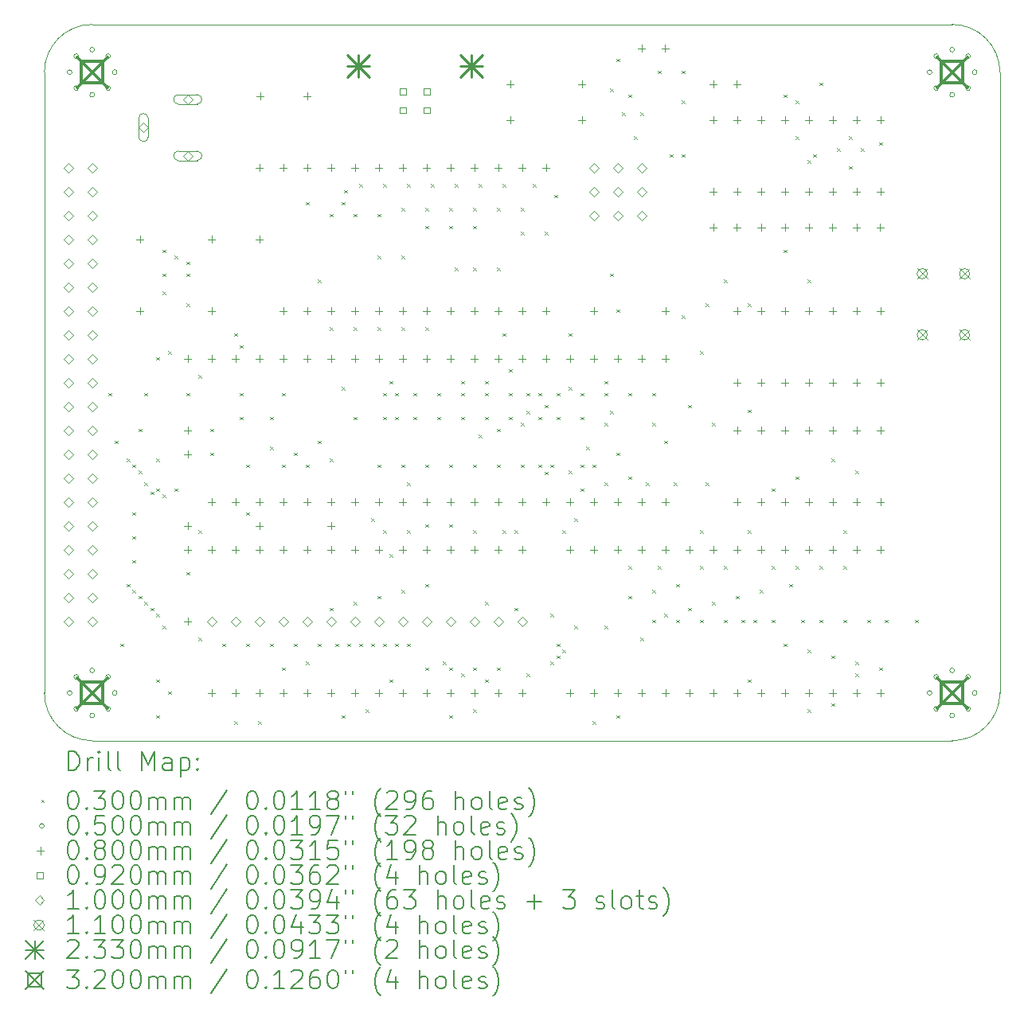
<source format=gbr>
%TF.GenerationSoftware,KiCad,Pcbnew,8.0.1*%
%TF.CreationDate,2024-05-27T02:36:50-05:00*%
%TF.ProjectId,Minimal-6502,53656172-6c65-4363-9530-322e6b696361,rev?*%
%TF.SameCoordinates,Original*%
%TF.FileFunction,Drillmap*%
%TF.FilePolarity,Positive*%
%FSLAX45Y45*%
G04 Gerber Fmt 4.5, Leading zero omitted, Abs format (unit mm)*
G04 Created by KiCad (PCBNEW 8.0.1) date 2024-05-27 02:36:50*
%MOMM*%
%LPD*%
G01*
G04 APERTURE LIST*
%ADD10C,0.050000*%
%ADD11C,0.200000*%
%ADD12C,0.100000*%
%ADD13C,0.110000*%
%ADD14C,0.233000*%
%ADD15C,0.320000*%
G04 APERTURE END LIST*
D10*
X22352000Y-5080000D02*
G75*
G02*
X22860000Y-5588000I0J-508000D01*
G01*
X22860000Y-12192000D02*
G75*
G02*
X22352000Y-12700000I-508000J0D01*
G01*
X13208000Y-12700000D02*
G75*
G02*
X12700000Y-12192000I0J508000D01*
G01*
X12700000Y-5588000D02*
G75*
G02*
X13208000Y-5080000I508000J0D01*
G01*
X12700000Y-5588000D02*
X12700000Y-12192000D01*
X22352000Y-5080000D02*
X13208000Y-5080000D01*
X22860000Y-12192000D02*
X22860000Y-5588000D01*
X13208000Y-12700000D02*
X22352000Y-12700000D01*
D11*
D12*
X13383500Y-9002000D02*
X13413500Y-9032000D01*
X13413500Y-9002000D02*
X13383500Y-9032000D01*
X13447000Y-9510000D02*
X13477000Y-9540000D01*
X13477000Y-9510000D02*
X13447000Y-9540000D01*
X13510500Y-11669000D02*
X13540500Y-11699000D01*
X13540500Y-11669000D02*
X13510500Y-11699000D01*
X13574000Y-9700500D02*
X13604000Y-9730500D01*
X13604000Y-9700500D02*
X13574000Y-9730500D01*
X13574000Y-11034000D02*
X13604000Y-11064000D01*
X13604000Y-11034000D02*
X13574000Y-11064000D01*
X13637500Y-9764000D02*
X13667500Y-9794000D01*
X13667500Y-9764000D02*
X13637500Y-9794000D01*
X13637500Y-10272000D02*
X13667500Y-10302000D01*
X13667500Y-10272000D02*
X13637500Y-10302000D01*
X13637500Y-10526000D02*
X13667500Y-10556000D01*
X13667500Y-10526000D02*
X13637500Y-10556000D01*
X13637500Y-10780000D02*
X13667500Y-10810000D01*
X13667500Y-10780000D02*
X13637500Y-10810000D01*
X13637500Y-11097500D02*
X13667500Y-11127500D01*
X13667500Y-11097500D02*
X13637500Y-11127500D01*
X13701000Y-9383000D02*
X13731000Y-9413000D01*
X13731000Y-9383000D02*
X13701000Y-9413000D01*
X13701000Y-9827500D02*
X13731000Y-9857500D01*
X13731000Y-9827500D02*
X13701000Y-9857500D01*
X13701000Y-11161000D02*
X13731000Y-11191000D01*
X13731000Y-11161000D02*
X13701000Y-11191000D01*
X13764500Y-9002000D02*
X13794500Y-9032000D01*
X13794500Y-9002000D02*
X13764500Y-9032000D01*
X13764500Y-9954500D02*
X13794500Y-9984500D01*
X13794500Y-9954500D02*
X13764500Y-9984500D01*
X13764500Y-11224500D02*
X13794500Y-11254500D01*
X13794500Y-11224500D02*
X13764500Y-11254500D01*
X13828000Y-10049750D02*
X13858000Y-10079750D01*
X13858000Y-10049750D02*
X13828000Y-10079750D01*
X13828000Y-11288000D02*
X13858000Y-11318000D01*
X13858000Y-11288000D02*
X13828000Y-11318000D01*
X13891500Y-8621000D02*
X13921500Y-8651000D01*
X13921500Y-8621000D02*
X13891500Y-8651000D01*
X13891500Y-9700500D02*
X13921500Y-9730500D01*
X13921500Y-9700500D02*
X13891500Y-9730500D01*
X13891500Y-10018000D02*
X13921500Y-10048000D01*
X13921500Y-10018000D02*
X13891500Y-10048000D01*
X13891500Y-11351500D02*
X13921500Y-11381500D01*
X13921500Y-11351500D02*
X13891500Y-11381500D01*
X13891500Y-12050000D02*
X13921500Y-12080000D01*
X13921500Y-12050000D02*
X13891500Y-12080000D01*
X13891500Y-12431000D02*
X13921500Y-12461000D01*
X13921500Y-12431000D02*
X13891500Y-12461000D01*
X13955000Y-7478000D02*
X13985000Y-7508000D01*
X13985000Y-7478000D02*
X13955000Y-7508000D01*
X13955000Y-7732000D02*
X13985000Y-7762000D01*
X13985000Y-7732000D02*
X13955000Y-7762000D01*
X13955000Y-7922500D02*
X13985000Y-7952500D01*
X13985000Y-7922500D02*
X13955000Y-7952500D01*
X13955000Y-10081500D02*
X13985000Y-10111500D01*
X13985000Y-10081500D02*
X13955000Y-10111500D01*
X13955000Y-11478500D02*
X13985000Y-11508500D01*
X13985000Y-11478500D02*
X13955000Y-11508500D01*
X14018500Y-8557500D02*
X14048500Y-8587500D01*
X14048500Y-8557500D02*
X14018500Y-8587500D01*
X14018500Y-12177000D02*
X14048500Y-12207000D01*
X14048500Y-12177000D02*
X14018500Y-12207000D01*
X14082000Y-7541500D02*
X14112000Y-7571500D01*
X14112000Y-7541500D02*
X14082000Y-7571500D01*
X14082000Y-10018000D02*
X14112000Y-10048000D01*
X14112000Y-10018000D02*
X14082000Y-10048000D01*
X14209000Y-7605000D02*
X14239000Y-7635000D01*
X14239000Y-7605000D02*
X14209000Y-7635000D01*
X14209000Y-7732000D02*
X14239000Y-7762000D01*
X14239000Y-7732000D02*
X14209000Y-7762000D01*
X14209000Y-8049500D02*
X14239000Y-8079500D01*
X14239000Y-8049500D02*
X14209000Y-8079500D01*
X14209000Y-9002000D02*
X14239000Y-9032000D01*
X14239000Y-9002000D02*
X14209000Y-9032000D01*
X14209000Y-10907000D02*
X14239000Y-10937000D01*
X14239000Y-10907000D02*
X14209000Y-10937000D01*
X14336000Y-8811500D02*
X14366000Y-8841500D01*
X14366000Y-8811500D02*
X14336000Y-8841500D01*
X14336000Y-10462500D02*
X14366000Y-10492500D01*
X14366000Y-10462500D02*
X14336000Y-10492500D01*
X14336000Y-11605500D02*
X14366000Y-11635500D01*
X14366000Y-11605500D02*
X14336000Y-11635500D01*
X14463000Y-9383000D02*
X14493000Y-9413000D01*
X14493000Y-9383000D02*
X14463000Y-9413000D01*
X14463000Y-9637000D02*
X14493000Y-9667000D01*
X14493000Y-9637000D02*
X14463000Y-9667000D01*
X14590000Y-11669000D02*
X14620000Y-11699000D01*
X14620000Y-11669000D02*
X14590000Y-11699000D01*
X14717000Y-8367000D02*
X14747000Y-8397000D01*
X14747000Y-8367000D02*
X14717000Y-8397000D01*
X14717000Y-12494500D02*
X14747000Y-12524500D01*
X14747000Y-12494500D02*
X14717000Y-12524500D01*
X14780500Y-8494000D02*
X14810500Y-8524000D01*
X14810500Y-8494000D02*
X14780500Y-8524000D01*
X14780500Y-9002000D02*
X14810500Y-9032000D01*
X14810500Y-9002000D02*
X14780500Y-9032000D01*
X14780500Y-9256000D02*
X14810500Y-9286000D01*
X14810500Y-9256000D02*
X14780500Y-9286000D01*
X14844000Y-9764000D02*
X14874000Y-9794000D01*
X14874000Y-9764000D02*
X14844000Y-9794000D01*
X14844000Y-10272000D02*
X14874000Y-10302000D01*
X14874000Y-10272000D02*
X14844000Y-10302000D01*
X14844000Y-11669000D02*
X14874000Y-11699000D01*
X14874000Y-11669000D02*
X14844000Y-11699000D01*
X14971000Y-12494500D02*
X15001000Y-12524500D01*
X15001000Y-12494500D02*
X14971000Y-12524500D01*
X15098000Y-9256000D02*
X15128000Y-9286000D01*
X15128000Y-9256000D02*
X15098000Y-9286000D01*
X15098000Y-9573500D02*
X15128000Y-9603500D01*
X15128000Y-9573500D02*
X15098000Y-9603500D01*
X15098000Y-11669000D02*
X15128000Y-11699000D01*
X15128000Y-11669000D02*
X15098000Y-11699000D01*
X15225000Y-9002000D02*
X15255000Y-9032000D01*
X15255000Y-9002000D02*
X15225000Y-9032000D01*
X15225000Y-9764000D02*
X15255000Y-9794000D01*
X15255000Y-9764000D02*
X15225000Y-9794000D01*
X15225000Y-11923000D02*
X15255000Y-11953000D01*
X15255000Y-11923000D02*
X15225000Y-11953000D01*
X15352000Y-9637000D02*
X15382000Y-9667000D01*
X15382000Y-9637000D02*
X15352000Y-9667000D01*
X15352000Y-11669000D02*
X15382000Y-11699000D01*
X15382000Y-11669000D02*
X15352000Y-11699000D01*
X15479000Y-6970000D02*
X15509000Y-7000000D01*
X15509000Y-6970000D02*
X15479000Y-7000000D01*
X15479000Y-9764000D02*
X15509000Y-9794000D01*
X15509000Y-9764000D02*
X15479000Y-9794000D01*
X15479000Y-11859500D02*
X15509000Y-11889500D01*
X15509000Y-11859500D02*
X15479000Y-11889500D01*
X15606000Y-7795500D02*
X15636000Y-7825500D01*
X15636000Y-7795500D02*
X15606000Y-7825500D01*
X15606000Y-9510000D02*
X15636000Y-9540000D01*
X15636000Y-9510000D02*
X15606000Y-9540000D01*
X15606000Y-11669000D02*
X15636000Y-11699000D01*
X15636000Y-11669000D02*
X15606000Y-11699000D01*
X15733000Y-7097000D02*
X15763000Y-7127000D01*
X15763000Y-7097000D02*
X15733000Y-7127000D01*
X15733000Y-8303500D02*
X15763000Y-8333500D01*
X15763000Y-8303500D02*
X15733000Y-8333500D01*
X15733000Y-9700500D02*
X15763000Y-9730500D01*
X15763000Y-9700500D02*
X15733000Y-9730500D01*
X15733000Y-11288000D02*
X15763000Y-11318000D01*
X15763000Y-11288000D02*
X15733000Y-11318000D01*
X15796500Y-11669000D02*
X15826500Y-11699000D01*
X15826500Y-11669000D02*
X15796500Y-11699000D01*
X15860000Y-6970000D02*
X15890000Y-7000000D01*
X15890000Y-6970000D02*
X15860000Y-7000000D01*
X15860000Y-8938500D02*
X15890000Y-8968500D01*
X15890000Y-8938500D02*
X15860000Y-8968500D01*
X15860000Y-12431000D02*
X15890000Y-12461000D01*
X15890000Y-12431000D02*
X15860000Y-12461000D01*
X15885400Y-6843000D02*
X15915400Y-6873000D01*
X15915400Y-6843000D02*
X15885400Y-6873000D01*
X15923500Y-11669000D02*
X15953500Y-11699000D01*
X15953500Y-11669000D02*
X15923500Y-11699000D01*
X15987000Y-7097000D02*
X16017000Y-7127000D01*
X16017000Y-7097000D02*
X15987000Y-7127000D01*
X15987000Y-8303500D02*
X16017000Y-8333500D01*
X16017000Y-8303500D02*
X15987000Y-8333500D01*
X15987000Y-9256000D02*
X16017000Y-9286000D01*
X16017000Y-9256000D02*
X15987000Y-9286000D01*
X15987000Y-11224500D02*
X16017000Y-11254500D01*
X16017000Y-11224500D02*
X15987000Y-11254500D01*
X16050500Y-6779500D02*
X16080500Y-6809500D01*
X16080500Y-6779500D02*
X16050500Y-6809500D01*
X16050500Y-11669000D02*
X16080500Y-11699000D01*
X16080500Y-11669000D02*
X16050500Y-11699000D01*
X16114000Y-12367500D02*
X16144000Y-12397500D01*
X16144000Y-12367500D02*
X16114000Y-12397500D01*
X16177500Y-10335500D02*
X16207500Y-10365500D01*
X16207500Y-10335500D02*
X16177500Y-10365500D01*
X16177500Y-11669000D02*
X16207500Y-11699000D01*
X16207500Y-11669000D02*
X16177500Y-11699000D01*
X16241000Y-7097000D02*
X16271000Y-7127000D01*
X16271000Y-7097000D02*
X16241000Y-7127000D01*
X16241000Y-7541500D02*
X16271000Y-7571500D01*
X16271000Y-7541500D02*
X16241000Y-7571500D01*
X16241000Y-8303500D02*
X16271000Y-8333500D01*
X16271000Y-8303500D02*
X16241000Y-8333500D01*
X16241000Y-9764000D02*
X16271000Y-9794000D01*
X16271000Y-9764000D02*
X16241000Y-9794000D01*
X16241000Y-11161000D02*
X16271000Y-11191000D01*
X16271000Y-11161000D02*
X16241000Y-11191000D01*
X16304500Y-6779500D02*
X16334500Y-6809500D01*
X16334500Y-6779500D02*
X16304500Y-6809500D01*
X16304500Y-9002000D02*
X16334500Y-9032000D01*
X16334500Y-9002000D02*
X16304500Y-9032000D01*
X16304500Y-9256000D02*
X16334500Y-9286000D01*
X16334500Y-9256000D02*
X16304500Y-9286000D01*
X16304500Y-10462500D02*
X16334500Y-10492500D01*
X16334500Y-10462500D02*
X16304500Y-10492500D01*
X16304500Y-11669000D02*
X16334500Y-11699000D01*
X16334500Y-11669000D02*
X16304500Y-11699000D01*
X16368000Y-8875000D02*
X16398000Y-8905000D01*
X16398000Y-8875000D02*
X16368000Y-8905000D01*
X16368000Y-10716500D02*
X16398000Y-10746500D01*
X16398000Y-10716500D02*
X16368000Y-10746500D01*
X16368000Y-12050000D02*
X16398000Y-12080000D01*
X16398000Y-12050000D02*
X16368000Y-12080000D01*
X16431500Y-9002000D02*
X16461500Y-9032000D01*
X16461500Y-9002000D02*
X16431500Y-9032000D01*
X16431500Y-9256000D02*
X16461500Y-9286000D01*
X16461500Y-9256000D02*
X16431500Y-9286000D01*
X16431500Y-11669000D02*
X16461500Y-11699000D01*
X16461500Y-11669000D02*
X16431500Y-11699000D01*
X16495000Y-7033500D02*
X16525000Y-7063500D01*
X16525000Y-7033500D02*
X16495000Y-7063500D01*
X16495000Y-7541500D02*
X16525000Y-7571500D01*
X16525000Y-7541500D02*
X16495000Y-7571500D01*
X16495000Y-8303500D02*
X16525000Y-8333500D01*
X16525000Y-8303500D02*
X16495000Y-8333500D01*
X16495000Y-9764000D02*
X16525000Y-9794000D01*
X16525000Y-9764000D02*
X16495000Y-9794000D01*
X16495000Y-11097500D02*
X16525000Y-11127500D01*
X16525000Y-11097500D02*
X16495000Y-11127500D01*
X16558500Y-6779500D02*
X16588500Y-6809500D01*
X16588500Y-6779500D02*
X16558500Y-6809500D01*
X16558500Y-9954500D02*
X16588500Y-9984500D01*
X16588500Y-9954500D02*
X16558500Y-9984500D01*
X16558500Y-10462500D02*
X16588500Y-10492500D01*
X16588500Y-10462500D02*
X16558500Y-10492500D01*
X16558500Y-11669000D02*
X16588500Y-11699000D01*
X16588500Y-11669000D02*
X16558500Y-11699000D01*
X16622000Y-9002000D02*
X16652000Y-9032000D01*
X16652000Y-9002000D02*
X16622000Y-9032000D01*
X16622000Y-9256000D02*
X16652000Y-9286000D01*
X16652000Y-9256000D02*
X16622000Y-9286000D01*
X16749000Y-7033500D02*
X16779000Y-7063500D01*
X16779000Y-7033500D02*
X16749000Y-7063500D01*
X16749000Y-7224000D02*
X16779000Y-7254000D01*
X16779000Y-7224000D02*
X16749000Y-7254000D01*
X16749000Y-8303500D02*
X16779000Y-8333500D01*
X16779000Y-8303500D02*
X16749000Y-8333500D01*
X16749000Y-9764000D02*
X16779000Y-9794000D01*
X16779000Y-9764000D02*
X16749000Y-9794000D01*
X16749000Y-10399000D02*
X16779000Y-10429000D01*
X16779000Y-10399000D02*
X16749000Y-10429000D01*
X16749000Y-11034000D02*
X16779000Y-11064000D01*
X16779000Y-11034000D02*
X16749000Y-11064000D01*
X16749000Y-11923000D02*
X16779000Y-11953000D01*
X16779000Y-11923000D02*
X16749000Y-11953000D01*
X16812500Y-6779500D02*
X16842500Y-6809500D01*
X16842500Y-6779500D02*
X16812500Y-6809500D01*
X16876000Y-9002000D02*
X16906000Y-9032000D01*
X16906000Y-9002000D02*
X16876000Y-9032000D01*
X16876000Y-9256000D02*
X16906000Y-9286000D01*
X16906000Y-9256000D02*
X16876000Y-9286000D01*
X16939500Y-11859500D02*
X16969500Y-11889500D01*
X16969500Y-11859500D02*
X16939500Y-11889500D01*
X17003000Y-7033500D02*
X17033000Y-7063500D01*
X17033000Y-7033500D02*
X17003000Y-7063500D01*
X17003000Y-7224000D02*
X17033000Y-7254000D01*
X17033000Y-7224000D02*
X17003000Y-7254000D01*
X17003000Y-9764000D02*
X17033000Y-9794000D01*
X17033000Y-9764000D02*
X17003000Y-9794000D01*
X17003000Y-10399000D02*
X17033000Y-10429000D01*
X17033000Y-10399000D02*
X17003000Y-10429000D01*
X17003000Y-11923000D02*
X17033000Y-11953000D01*
X17033000Y-11923000D02*
X17003000Y-11953000D01*
X17003000Y-12431000D02*
X17033000Y-12461000D01*
X17033000Y-12431000D02*
X17003000Y-12461000D01*
X17066500Y-6779500D02*
X17096500Y-6809500D01*
X17096500Y-6779500D02*
X17066500Y-6809500D01*
X17066500Y-7668500D02*
X17096500Y-7698500D01*
X17096500Y-7668500D02*
X17066500Y-7698500D01*
X17130000Y-8875000D02*
X17160000Y-8905000D01*
X17160000Y-8875000D02*
X17130000Y-8905000D01*
X17130000Y-9002000D02*
X17160000Y-9032000D01*
X17160000Y-9002000D02*
X17130000Y-9032000D01*
X17130000Y-9256000D02*
X17160000Y-9286000D01*
X17160000Y-9256000D02*
X17130000Y-9286000D01*
X17130000Y-11986500D02*
X17160000Y-12016500D01*
X17160000Y-11986500D02*
X17130000Y-12016500D01*
X17257000Y-7033500D02*
X17287000Y-7063500D01*
X17287000Y-7033500D02*
X17257000Y-7063500D01*
X17257000Y-7224000D02*
X17287000Y-7254000D01*
X17287000Y-7224000D02*
X17257000Y-7254000D01*
X17257000Y-7668500D02*
X17287000Y-7698500D01*
X17287000Y-7668500D02*
X17257000Y-7698500D01*
X17257000Y-9764000D02*
X17287000Y-9794000D01*
X17287000Y-9764000D02*
X17257000Y-9794000D01*
X17257000Y-10462500D02*
X17287000Y-10492500D01*
X17287000Y-10462500D02*
X17257000Y-10492500D01*
X17257000Y-11923000D02*
X17287000Y-11953000D01*
X17287000Y-11923000D02*
X17257000Y-11953000D01*
X17257000Y-12367500D02*
X17287000Y-12397500D01*
X17287000Y-12367500D02*
X17257000Y-12397500D01*
X17320500Y-6779500D02*
X17350500Y-6809500D01*
X17350500Y-6779500D02*
X17320500Y-6809500D01*
X17320500Y-9446500D02*
X17350500Y-9476500D01*
X17350500Y-9446500D02*
X17320500Y-9476500D01*
X17384000Y-8875000D02*
X17414000Y-8905000D01*
X17414000Y-8875000D02*
X17384000Y-8905000D01*
X17384000Y-9002000D02*
X17414000Y-9032000D01*
X17414000Y-9002000D02*
X17384000Y-9032000D01*
X17384000Y-9256000D02*
X17414000Y-9286000D01*
X17414000Y-9256000D02*
X17384000Y-9286000D01*
X17384000Y-11224500D02*
X17414000Y-11254500D01*
X17414000Y-11224500D02*
X17384000Y-11254500D01*
X17384000Y-12050000D02*
X17414000Y-12080000D01*
X17414000Y-12050000D02*
X17384000Y-12080000D01*
X17511000Y-7033500D02*
X17541000Y-7063500D01*
X17541000Y-7033500D02*
X17511000Y-7063500D01*
X17511000Y-7668500D02*
X17541000Y-7698500D01*
X17541000Y-7668500D02*
X17511000Y-7698500D01*
X17511000Y-9383000D02*
X17541000Y-9413000D01*
X17541000Y-9383000D02*
X17511000Y-9413000D01*
X17511000Y-9764000D02*
X17541000Y-9794000D01*
X17541000Y-9764000D02*
X17511000Y-9794000D01*
X17511000Y-11923000D02*
X17541000Y-11953000D01*
X17541000Y-11923000D02*
X17511000Y-11953000D01*
X17574500Y-6779500D02*
X17604500Y-6809500D01*
X17604500Y-6779500D02*
X17574500Y-6809500D01*
X17574500Y-8367000D02*
X17604500Y-8397000D01*
X17604500Y-8367000D02*
X17574500Y-8397000D01*
X17574500Y-10462500D02*
X17604500Y-10492500D01*
X17604500Y-10462500D02*
X17574500Y-10492500D01*
X17638000Y-8748000D02*
X17668000Y-8778000D01*
X17668000Y-8748000D02*
X17638000Y-8778000D01*
X17638000Y-9002000D02*
X17668000Y-9032000D01*
X17668000Y-9002000D02*
X17638000Y-9032000D01*
X17638000Y-9256000D02*
X17668000Y-9286000D01*
X17668000Y-9256000D02*
X17638000Y-9286000D01*
X17701500Y-10462500D02*
X17731500Y-10492500D01*
X17731500Y-10462500D02*
X17701500Y-10492500D01*
X17701500Y-11288000D02*
X17731500Y-11318000D01*
X17731500Y-11288000D02*
X17701500Y-11318000D01*
X17765000Y-7033500D02*
X17795000Y-7063500D01*
X17795000Y-7033500D02*
X17765000Y-7063500D01*
X17765000Y-7287500D02*
X17795000Y-7317500D01*
X17795000Y-7287500D02*
X17765000Y-7317500D01*
X17765000Y-9319500D02*
X17795000Y-9349500D01*
X17795000Y-9319500D02*
X17765000Y-9349500D01*
X17765000Y-9764000D02*
X17795000Y-9794000D01*
X17795000Y-9764000D02*
X17765000Y-9794000D01*
X17828500Y-9002000D02*
X17858500Y-9032000D01*
X17858500Y-9002000D02*
X17828500Y-9032000D01*
X17828500Y-9192500D02*
X17858500Y-9222500D01*
X17858500Y-9192500D02*
X17828500Y-9222500D01*
X17828500Y-11986500D02*
X17858500Y-12016500D01*
X17858500Y-11986500D02*
X17828500Y-12016500D01*
X17892000Y-6779500D02*
X17922000Y-6809500D01*
X17922000Y-6779500D02*
X17892000Y-6809500D01*
X17955500Y-9002000D02*
X17985500Y-9032000D01*
X17985500Y-9002000D02*
X17955500Y-9032000D01*
X17955500Y-9256000D02*
X17985500Y-9286000D01*
X17985500Y-9256000D02*
X17955500Y-9286000D01*
X17955500Y-9764000D02*
X17985500Y-9794000D01*
X17985500Y-9764000D02*
X17955500Y-9794000D01*
X18019000Y-7287500D02*
X18049000Y-7317500D01*
X18049000Y-7287500D02*
X18019000Y-7317500D01*
X18019000Y-9129000D02*
X18049000Y-9159000D01*
X18049000Y-9129000D02*
X18019000Y-9159000D01*
X18019000Y-9840200D02*
X18049000Y-9870200D01*
X18049000Y-9840200D02*
X18019000Y-9870200D01*
X18082500Y-9764000D02*
X18112500Y-9794000D01*
X18112500Y-9764000D02*
X18082500Y-9794000D01*
X18082500Y-11351500D02*
X18112500Y-11381500D01*
X18112500Y-11351500D02*
X18082500Y-11381500D01*
X18082500Y-11859500D02*
X18112500Y-11889500D01*
X18112500Y-11859500D02*
X18082500Y-11889500D01*
X18120600Y-6893800D02*
X18150600Y-6923800D01*
X18150600Y-6893800D02*
X18120600Y-6923800D01*
X18146000Y-9002000D02*
X18176000Y-9032000D01*
X18176000Y-9002000D02*
X18146000Y-9032000D01*
X18146000Y-9256000D02*
X18176000Y-9286000D01*
X18176000Y-9256000D02*
X18146000Y-9286000D01*
X18146000Y-11669000D02*
X18176000Y-11699000D01*
X18176000Y-11669000D02*
X18146000Y-11699000D01*
X18146000Y-11796000D02*
X18176000Y-11826000D01*
X18176000Y-11796000D02*
X18146000Y-11826000D01*
X18209500Y-10462500D02*
X18239500Y-10492500D01*
X18239500Y-10462500D02*
X18209500Y-10492500D01*
X18209500Y-11732500D02*
X18239500Y-11762500D01*
X18239500Y-11732500D02*
X18209500Y-11762500D01*
X18273000Y-8367000D02*
X18303000Y-8397000D01*
X18303000Y-8367000D02*
X18273000Y-8397000D01*
X18273000Y-8938500D02*
X18303000Y-8968500D01*
X18303000Y-8938500D02*
X18273000Y-8968500D01*
X18273000Y-9827500D02*
X18303000Y-9857500D01*
X18303000Y-9827500D02*
X18273000Y-9857500D01*
X18336500Y-10335500D02*
X18366500Y-10365500D01*
X18366500Y-10335500D02*
X18336500Y-10365500D01*
X18336500Y-11478500D02*
X18366500Y-11508500D01*
X18366500Y-11478500D02*
X18336500Y-11508500D01*
X18400000Y-9002000D02*
X18430000Y-9032000D01*
X18430000Y-9002000D02*
X18400000Y-9032000D01*
X18400000Y-9256000D02*
X18430000Y-9286000D01*
X18430000Y-9256000D02*
X18400000Y-9286000D01*
X18400000Y-9764000D02*
X18430000Y-9794000D01*
X18430000Y-9764000D02*
X18400000Y-9794000D01*
X18400000Y-10018000D02*
X18430000Y-10048000D01*
X18430000Y-10018000D02*
X18400000Y-10048000D01*
X18463500Y-9573500D02*
X18493500Y-9603500D01*
X18493500Y-9573500D02*
X18463500Y-9603500D01*
X18527000Y-9764000D02*
X18557000Y-9794000D01*
X18557000Y-9764000D02*
X18527000Y-9794000D01*
X18527000Y-12494500D02*
X18557000Y-12524500D01*
X18557000Y-12494500D02*
X18527000Y-12524500D01*
X18654000Y-8875000D02*
X18684000Y-8905000D01*
X18684000Y-8875000D02*
X18654000Y-8905000D01*
X18654000Y-9002000D02*
X18684000Y-9032000D01*
X18684000Y-9002000D02*
X18654000Y-9032000D01*
X18654000Y-9319500D02*
X18684000Y-9349500D01*
X18684000Y-9319500D02*
X18654000Y-9349500D01*
X18654000Y-9954500D02*
X18684000Y-9984500D01*
X18684000Y-9954500D02*
X18654000Y-9984500D01*
X18654000Y-11478500D02*
X18684000Y-11508500D01*
X18684000Y-11478500D02*
X18654000Y-11508500D01*
X18717500Y-5763500D02*
X18747500Y-5793500D01*
X18747500Y-5763500D02*
X18717500Y-5793500D01*
X18717500Y-7732000D02*
X18747500Y-7762000D01*
X18747500Y-7732000D02*
X18717500Y-7762000D01*
X18717500Y-9192500D02*
X18747500Y-9222500D01*
X18747500Y-9192500D02*
X18717500Y-9222500D01*
X18781000Y-5446000D02*
X18811000Y-5476000D01*
X18811000Y-5446000D02*
X18781000Y-5476000D01*
X18781000Y-8113000D02*
X18811000Y-8143000D01*
X18811000Y-8113000D02*
X18781000Y-8143000D01*
X18781000Y-9637000D02*
X18811000Y-9667000D01*
X18811000Y-9637000D02*
X18781000Y-9667000D01*
X18781000Y-12431000D02*
X18811000Y-12461000D01*
X18811000Y-12431000D02*
X18781000Y-12461000D01*
X18844500Y-6017500D02*
X18874500Y-6047500D01*
X18874500Y-6017500D02*
X18844500Y-6047500D01*
X18908000Y-5827000D02*
X18938000Y-5857000D01*
X18938000Y-5827000D02*
X18908000Y-5857000D01*
X18908000Y-9002000D02*
X18938000Y-9032000D01*
X18938000Y-9002000D02*
X18908000Y-9032000D01*
X18908000Y-9891000D02*
X18938000Y-9921000D01*
X18938000Y-9891000D02*
X18908000Y-9921000D01*
X18908000Y-10843500D02*
X18938000Y-10873500D01*
X18938000Y-10843500D02*
X18908000Y-10873500D01*
X18908000Y-11161000D02*
X18938000Y-11191000D01*
X18938000Y-11161000D02*
X18908000Y-11191000D01*
X18971500Y-6271500D02*
X19001500Y-6301500D01*
X19001500Y-6271500D02*
X18971500Y-6301500D01*
X19035000Y-6017500D02*
X19065000Y-6047500D01*
X19065000Y-6017500D02*
X19035000Y-6047500D01*
X19035000Y-11605500D02*
X19065000Y-11635500D01*
X19065000Y-11605500D02*
X19035000Y-11635500D01*
X19098500Y-9954500D02*
X19128500Y-9984500D01*
X19128500Y-9954500D02*
X19098500Y-9984500D01*
X19162000Y-9002000D02*
X19192000Y-9032000D01*
X19192000Y-9002000D02*
X19162000Y-9032000D01*
X19162000Y-9319500D02*
X19192000Y-9349500D01*
X19192000Y-9319500D02*
X19162000Y-9349500D01*
X19162000Y-11097500D02*
X19192000Y-11127500D01*
X19192000Y-11097500D02*
X19162000Y-11127500D01*
X19162000Y-11415000D02*
X19192000Y-11445000D01*
X19192000Y-11415000D02*
X19162000Y-11445000D01*
X19225500Y-5573000D02*
X19255500Y-5603000D01*
X19255500Y-5573000D02*
X19225500Y-5603000D01*
X19225500Y-10843500D02*
X19255500Y-10873500D01*
X19255500Y-10843500D02*
X19225500Y-10873500D01*
X19289000Y-9510000D02*
X19319000Y-9540000D01*
X19319000Y-9510000D02*
X19289000Y-9540000D01*
X19289000Y-11351500D02*
X19319000Y-11381500D01*
X19319000Y-11351500D02*
X19289000Y-11381500D01*
X19352500Y-6462000D02*
X19382500Y-6492000D01*
X19382500Y-6462000D02*
X19352500Y-6492000D01*
X19390600Y-9954500D02*
X19420600Y-9984500D01*
X19420600Y-9954500D02*
X19390600Y-9984500D01*
X19416000Y-11034000D02*
X19446000Y-11064000D01*
X19446000Y-11034000D02*
X19416000Y-11064000D01*
X19416000Y-11415000D02*
X19446000Y-11445000D01*
X19446000Y-11415000D02*
X19416000Y-11445000D01*
X19479500Y-5573000D02*
X19509500Y-5603000D01*
X19509500Y-5573000D02*
X19479500Y-5603000D01*
X19479500Y-5890500D02*
X19509500Y-5920500D01*
X19509500Y-5890500D02*
X19479500Y-5920500D01*
X19479500Y-6462000D02*
X19509500Y-6492000D01*
X19509500Y-6462000D02*
X19479500Y-6492000D01*
X19479500Y-8176500D02*
X19509500Y-8206500D01*
X19509500Y-8176500D02*
X19479500Y-8206500D01*
X19543000Y-9129000D02*
X19573000Y-9159000D01*
X19573000Y-9129000D02*
X19543000Y-9159000D01*
X19543000Y-11288000D02*
X19573000Y-11318000D01*
X19573000Y-11288000D02*
X19543000Y-11318000D01*
X19670000Y-8557500D02*
X19700000Y-8587500D01*
X19700000Y-8557500D02*
X19670000Y-8587500D01*
X19670000Y-10462500D02*
X19700000Y-10492500D01*
X19700000Y-10462500D02*
X19670000Y-10492500D01*
X19670000Y-10843500D02*
X19700000Y-10873500D01*
X19700000Y-10843500D02*
X19670000Y-10873500D01*
X19670000Y-11415000D02*
X19700000Y-11445000D01*
X19700000Y-11415000D02*
X19670000Y-11445000D01*
X19733500Y-8049500D02*
X19763500Y-8079500D01*
X19763500Y-8049500D02*
X19733500Y-8079500D01*
X19733500Y-9954500D02*
X19763500Y-9984500D01*
X19763500Y-9954500D02*
X19733500Y-9984500D01*
X19797000Y-9319500D02*
X19827000Y-9349500D01*
X19827000Y-9319500D02*
X19797000Y-9349500D01*
X19797000Y-11224500D02*
X19827000Y-11254500D01*
X19827000Y-11224500D02*
X19797000Y-11254500D01*
X19924000Y-7795500D02*
X19954000Y-7825500D01*
X19954000Y-7795500D02*
X19924000Y-7825500D01*
X19924000Y-10843500D02*
X19954000Y-10873500D01*
X19954000Y-10843500D02*
X19924000Y-10873500D01*
X19924000Y-11415000D02*
X19954000Y-11445000D01*
X19954000Y-11415000D02*
X19924000Y-11445000D01*
X20051000Y-11161000D02*
X20081000Y-11191000D01*
X20081000Y-11161000D02*
X20051000Y-11191000D01*
X20114500Y-11415000D02*
X20144500Y-11445000D01*
X20144500Y-11415000D02*
X20114500Y-11445000D01*
X20178000Y-8049500D02*
X20208000Y-8079500D01*
X20208000Y-8049500D02*
X20178000Y-8079500D01*
X20178000Y-9179800D02*
X20208000Y-9209800D01*
X20208000Y-9179800D02*
X20178000Y-9209800D01*
X20178000Y-10462500D02*
X20208000Y-10492500D01*
X20208000Y-10462500D02*
X20178000Y-10492500D01*
X20178000Y-12050000D02*
X20208000Y-12080000D01*
X20208000Y-12050000D02*
X20178000Y-12080000D01*
X20241500Y-11415000D02*
X20271500Y-11445000D01*
X20271500Y-11415000D02*
X20241500Y-11445000D01*
X20305000Y-11097500D02*
X20335000Y-11127500D01*
X20335000Y-11097500D02*
X20305000Y-11127500D01*
X20432000Y-10018000D02*
X20462000Y-10048000D01*
X20462000Y-10018000D02*
X20432000Y-10048000D01*
X20432000Y-10843500D02*
X20462000Y-10873500D01*
X20462000Y-10843500D02*
X20432000Y-10873500D01*
X20432000Y-11415000D02*
X20462000Y-11445000D01*
X20462000Y-11415000D02*
X20432000Y-11445000D01*
X20559000Y-5827000D02*
X20589000Y-5857000D01*
X20589000Y-5827000D02*
X20559000Y-5857000D01*
X20559000Y-7478000D02*
X20589000Y-7508000D01*
X20589000Y-7478000D02*
X20559000Y-7508000D01*
X20559000Y-11669000D02*
X20589000Y-11699000D01*
X20589000Y-11669000D02*
X20559000Y-11699000D01*
X20622500Y-11034000D02*
X20652500Y-11064000D01*
X20652500Y-11034000D02*
X20622500Y-11064000D01*
X20686000Y-5890500D02*
X20716000Y-5920500D01*
X20716000Y-5890500D02*
X20686000Y-5920500D01*
X20686000Y-6271500D02*
X20716000Y-6301500D01*
X20716000Y-6271500D02*
X20686000Y-6301500D01*
X20686000Y-9891000D02*
X20716000Y-9921000D01*
X20716000Y-9891000D02*
X20686000Y-9921000D01*
X20686000Y-10843500D02*
X20716000Y-10873500D01*
X20716000Y-10843500D02*
X20686000Y-10873500D01*
X20749500Y-11415000D02*
X20779500Y-11445000D01*
X20779500Y-11415000D02*
X20749500Y-11445000D01*
X20813000Y-6525500D02*
X20843000Y-6555500D01*
X20843000Y-6525500D02*
X20813000Y-6555500D01*
X20813000Y-7795500D02*
X20843000Y-7825500D01*
X20843000Y-7795500D02*
X20813000Y-7825500D01*
X20813000Y-11732500D02*
X20843000Y-11762500D01*
X20843000Y-11732500D02*
X20813000Y-11762500D01*
X20813000Y-12367500D02*
X20843000Y-12397500D01*
X20843000Y-12367500D02*
X20813000Y-12397500D01*
X20876500Y-6462000D02*
X20906500Y-6492000D01*
X20906500Y-6462000D02*
X20876500Y-6492000D01*
X20940000Y-5700000D02*
X20970000Y-5730000D01*
X20970000Y-5700000D02*
X20940000Y-5730000D01*
X20940000Y-10843500D02*
X20970000Y-10873500D01*
X20970000Y-10843500D02*
X20940000Y-10873500D01*
X20940000Y-11415000D02*
X20970000Y-11445000D01*
X20970000Y-11415000D02*
X20940000Y-11445000D01*
X21067000Y-9700500D02*
X21097000Y-9730500D01*
X21097000Y-9700500D02*
X21067000Y-9730500D01*
X21067000Y-11796000D02*
X21097000Y-11826000D01*
X21097000Y-11796000D02*
X21067000Y-11826000D01*
X21067000Y-12304000D02*
X21097000Y-12334000D01*
X21097000Y-12304000D02*
X21067000Y-12334000D01*
X21130500Y-6398500D02*
X21160500Y-6428500D01*
X21160500Y-6398500D02*
X21130500Y-6428500D01*
X21194000Y-10462500D02*
X21224000Y-10492500D01*
X21224000Y-10462500D02*
X21194000Y-10492500D01*
X21194000Y-10843500D02*
X21224000Y-10873500D01*
X21224000Y-10843500D02*
X21194000Y-10873500D01*
X21194000Y-11415000D02*
X21224000Y-11445000D01*
X21224000Y-11415000D02*
X21194000Y-11445000D01*
X21257500Y-6271500D02*
X21287500Y-6301500D01*
X21287500Y-6271500D02*
X21257500Y-6301500D01*
X21257500Y-6589000D02*
X21287500Y-6619000D01*
X21287500Y-6589000D02*
X21257500Y-6619000D01*
X21321000Y-9827500D02*
X21351000Y-9857500D01*
X21351000Y-9827500D02*
X21321000Y-9857500D01*
X21321000Y-11859500D02*
X21351000Y-11889500D01*
X21351000Y-11859500D02*
X21321000Y-11889500D01*
X21321000Y-11986500D02*
X21351000Y-12016500D01*
X21351000Y-11986500D02*
X21321000Y-12016500D01*
X21384500Y-6398500D02*
X21414500Y-6428500D01*
X21414500Y-6398500D02*
X21384500Y-6428500D01*
X21448000Y-11415000D02*
X21478000Y-11445000D01*
X21478000Y-11415000D02*
X21448000Y-11445000D01*
X21575000Y-6335000D02*
X21605000Y-6365000D01*
X21605000Y-6335000D02*
X21575000Y-6365000D01*
X21575000Y-11923000D02*
X21605000Y-11953000D01*
X21605000Y-11923000D02*
X21575000Y-11953000D01*
X21638500Y-11415000D02*
X21668500Y-11445000D01*
X21668500Y-11415000D02*
X21638500Y-11445000D01*
X21956000Y-11415000D02*
X21986000Y-11445000D01*
X21986000Y-11415000D02*
X21956000Y-11445000D01*
X12993000Y-5588000D02*
G75*
G02*
X12943000Y-5588000I-25000J0D01*
G01*
X12943000Y-5588000D02*
G75*
G02*
X12993000Y-5588000I25000J0D01*
G01*
X12993000Y-12192000D02*
G75*
G02*
X12943000Y-12192000I-25000J0D01*
G01*
X12943000Y-12192000D02*
G75*
G02*
X12993000Y-12192000I25000J0D01*
G01*
X13063294Y-5418294D02*
G75*
G02*
X13013294Y-5418294I-25000J0D01*
G01*
X13013294Y-5418294D02*
G75*
G02*
X13063294Y-5418294I25000J0D01*
G01*
X13063294Y-5757706D02*
G75*
G02*
X13013294Y-5757706I-25000J0D01*
G01*
X13013294Y-5757706D02*
G75*
G02*
X13063294Y-5757706I25000J0D01*
G01*
X13063294Y-12022294D02*
G75*
G02*
X13013294Y-12022294I-25000J0D01*
G01*
X13013294Y-12022294D02*
G75*
G02*
X13063294Y-12022294I25000J0D01*
G01*
X13063294Y-12361706D02*
G75*
G02*
X13013294Y-12361706I-25000J0D01*
G01*
X13013294Y-12361706D02*
G75*
G02*
X13063294Y-12361706I25000J0D01*
G01*
X13233000Y-5348000D02*
G75*
G02*
X13183000Y-5348000I-25000J0D01*
G01*
X13183000Y-5348000D02*
G75*
G02*
X13233000Y-5348000I25000J0D01*
G01*
X13233000Y-5828000D02*
G75*
G02*
X13183000Y-5828000I-25000J0D01*
G01*
X13183000Y-5828000D02*
G75*
G02*
X13233000Y-5828000I25000J0D01*
G01*
X13233000Y-11952000D02*
G75*
G02*
X13183000Y-11952000I-25000J0D01*
G01*
X13183000Y-11952000D02*
G75*
G02*
X13233000Y-11952000I25000J0D01*
G01*
X13233000Y-12432000D02*
G75*
G02*
X13183000Y-12432000I-25000J0D01*
G01*
X13183000Y-12432000D02*
G75*
G02*
X13233000Y-12432000I25000J0D01*
G01*
X13402706Y-5418294D02*
G75*
G02*
X13352706Y-5418294I-25000J0D01*
G01*
X13352706Y-5418294D02*
G75*
G02*
X13402706Y-5418294I25000J0D01*
G01*
X13402706Y-5757706D02*
G75*
G02*
X13352706Y-5757706I-25000J0D01*
G01*
X13352706Y-5757706D02*
G75*
G02*
X13402706Y-5757706I25000J0D01*
G01*
X13402706Y-12022294D02*
G75*
G02*
X13352706Y-12022294I-25000J0D01*
G01*
X13352706Y-12022294D02*
G75*
G02*
X13402706Y-12022294I25000J0D01*
G01*
X13402706Y-12361706D02*
G75*
G02*
X13352706Y-12361706I-25000J0D01*
G01*
X13352706Y-12361706D02*
G75*
G02*
X13402706Y-12361706I25000J0D01*
G01*
X13473000Y-5588000D02*
G75*
G02*
X13423000Y-5588000I-25000J0D01*
G01*
X13423000Y-5588000D02*
G75*
G02*
X13473000Y-5588000I25000J0D01*
G01*
X13473000Y-12192000D02*
G75*
G02*
X13423000Y-12192000I-25000J0D01*
G01*
X13423000Y-12192000D02*
G75*
G02*
X13473000Y-12192000I25000J0D01*
G01*
X22137000Y-5588000D02*
G75*
G02*
X22087000Y-5588000I-25000J0D01*
G01*
X22087000Y-5588000D02*
G75*
G02*
X22137000Y-5588000I25000J0D01*
G01*
X22137000Y-12192000D02*
G75*
G02*
X22087000Y-12192000I-25000J0D01*
G01*
X22087000Y-12192000D02*
G75*
G02*
X22137000Y-12192000I25000J0D01*
G01*
X22207294Y-5418294D02*
G75*
G02*
X22157294Y-5418294I-25000J0D01*
G01*
X22157294Y-5418294D02*
G75*
G02*
X22207294Y-5418294I25000J0D01*
G01*
X22207294Y-5757706D02*
G75*
G02*
X22157294Y-5757706I-25000J0D01*
G01*
X22157294Y-5757706D02*
G75*
G02*
X22207294Y-5757706I25000J0D01*
G01*
X22207294Y-12022294D02*
G75*
G02*
X22157294Y-12022294I-25000J0D01*
G01*
X22157294Y-12022294D02*
G75*
G02*
X22207294Y-12022294I25000J0D01*
G01*
X22207294Y-12361706D02*
G75*
G02*
X22157294Y-12361706I-25000J0D01*
G01*
X22157294Y-12361706D02*
G75*
G02*
X22207294Y-12361706I25000J0D01*
G01*
X22377000Y-5348000D02*
G75*
G02*
X22327000Y-5348000I-25000J0D01*
G01*
X22327000Y-5348000D02*
G75*
G02*
X22377000Y-5348000I25000J0D01*
G01*
X22377000Y-5828000D02*
G75*
G02*
X22327000Y-5828000I-25000J0D01*
G01*
X22327000Y-5828000D02*
G75*
G02*
X22377000Y-5828000I25000J0D01*
G01*
X22377000Y-11952000D02*
G75*
G02*
X22327000Y-11952000I-25000J0D01*
G01*
X22327000Y-11952000D02*
G75*
G02*
X22377000Y-11952000I25000J0D01*
G01*
X22377000Y-12432000D02*
G75*
G02*
X22327000Y-12432000I-25000J0D01*
G01*
X22327000Y-12432000D02*
G75*
G02*
X22377000Y-12432000I25000J0D01*
G01*
X22546706Y-5418294D02*
G75*
G02*
X22496706Y-5418294I-25000J0D01*
G01*
X22496706Y-5418294D02*
G75*
G02*
X22546706Y-5418294I25000J0D01*
G01*
X22546706Y-5757706D02*
G75*
G02*
X22496706Y-5757706I-25000J0D01*
G01*
X22496706Y-5757706D02*
G75*
G02*
X22546706Y-5757706I25000J0D01*
G01*
X22546706Y-12022294D02*
G75*
G02*
X22496706Y-12022294I-25000J0D01*
G01*
X22496706Y-12022294D02*
G75*
G02*
X22546706Y-12022294I25000J0D01*
G01*
X22546706Y-12361706D02*
G75*
G02*
X22496706Y-12361706I-25000J0D01*
G01*
X22496706Y-12361706D02*
G75*
G02*
X22546706Y-12361706I25000J0D01*
G01*
X22617000Y-5588000D02*
G75*
G02*
X22567000Y-5588000I-25000J0D01*
G01*
X22567000Y-5588000D02*
G75*
G02*
X22617000Y-5588000I25000J0D01*
G01*
X22617000Y-12192000D02*
G75*
G02*
X22567000Y-12192000I-25000J0D01*
G01*
X22567000Y-12192000D02*
G75*
G02*
X22617000Y-12192000I25000J0D01*
G01*
X13716000Y-7326000D02*
X13716000Y-7406000D01*
X13676000Y-7366000D02*
X13756000Y-7366000D01*
X13716000Y-8088000D02*
X13716000Y-8168000D01*
X13676000Y-8128000D02*
X13756000Y-8128000D01*
X14224000Y-8596000D02*
X14224000Y-8676000D01*
X14184000Y-8636000D02*
X14264000Y-8636000D01*
X14224000Y-9358000D02*
X14224000Y-9438000D01*
X14184000Y-9398000D02*
X14264000Y-9398000D01*
X14224000Y-9612000D02*
X14224000Y-9692000D01*
X14184000Y-9652000D02*
X14264000Y-9652000D01*
X14224000Y-10374000D02*
X14224000Y-10454000D01*
X14184000Y-10414000D02*
X14264000Y-10414000D01*
X14224000Y-10628000D02*
X14224000Y-10708000D01*
X14184000Y-10668000D02*
X14264000Y-10668000D01*
X14224000Y-11390000D02*
X14224000Y-11470000D01*
X14184000Y-11430000D02*
X14264000Y-11430000D01*
X14478000Y-7326000D02*
X14478000Y-7406000D01*
X14438000Y-7366000D02*
X14518000Y-7366000D01*
X14478000Y-8088000D02*
X14478000Y-8168000D01*
X14438000Y-8128000D02*
X14518000Y-8128000D01*
X14478000Y-8596000D02*
X14478000Y-8676000D01*
X14438000Y-8636000D02*
X14518000Y-8636000D01*
X14478000Y-10120000D02*
X14478000Y-10200000D01*
X14438000Y-10160000D02*
X14518000Y-10160000D01*
X14478000Y-10628000D02*
X14478000Y-10708000D01*
X14438000Y-10668000D02*
X14518000Y-10668000D01*
X14478000Y-12152000D02*
X14478000Y-12232000D01*
X14438000Y-12192000D02*
X14518000Y-12192000D01*
X14732000Y-8596000D02*
X14732000Y-8676000D01*
X14692000Y-8636000D02*
X14772000Y-8636000D01*
X14732000Y-10120000D02*
X14732000Y-10200000D01*
X14692000Y-10160000D02*
X14772000Y-10160000D01*
X14732000Y-10628000D02*
X14732000Y-10708000D01*
X14692000Y-10668000D02*
X14772000Y-10668000D01*
X14732000Y-12152000D02*
X14732000Y-12232000D01*
X14692000Y-12192000D02*
X14772000Y-12192000D01*
X14986000Y-10120000D02*
X14986000Y-10200000D01*
X14946000Y-10160000D02*
X15026000Y-10160000D01*
X14986000Y-12152000D02*
X14986000Y-12232000D01*
X14946000Y-12192000D02*
X15026000Y-12192000D01*
X14986000Y-6564000D02*
X14986000Y-6644000D01*
X14946000Y-6604000D02*
X15026000Y-6604000D01*
X14986000Y-7326000D02*
X14986000Y-7406000D01*
X14946000Y-7366000D02*
X15026000Y-7366000D01*
X14986000Y-8596000D02*
X14986000Y-8676000D01*
X14946000Y-8636000D02*
X15026000Y-8636000D01*
X14986000Y-10374000D02*
X14986000Y-10454000D01*
X14946000Y-10414000D02*
X15026000Y-10414000D01*
X14986000Y-10628000D02*
X14986000Y-10708000D01*
X14946000Y-10668000D02*
X15026000Y-10668000D01*
X14994000Y-5802000D02*
X14994000Y-5882000D01*
X14954000Y-5842000D02*
X15034000Y-5842000D01*
X15240000Y-6564000D02*
X15240000Y-6644000D01*
X15200000Y-6604000D02*
X15280000Y-6604000D01*
X15240000Y-8088000D02*
X15240000Y-8168000D01*
X15200000Y-8128000D02*
X15280000Y-8128000D01*
X15240000Y-8596000D02*
X15240000Y-8676000D01*
X15200000Y-8636000D02*
X15280000Y-8636000D01*
X15240000Y-10120000D02*
X15240000Y-10200000D01*
X15200000Y-10160000D02*
X15280000Y-10160000D01*
X15240000Y-10628000D02*
X15240000Y-10708000D01*
X15200000Y-10668000D02*
X15280000Y-10668000D01*
X15240000Y-12152000D02*
X15240000Y-12232000D01*
X15200000Y-12192000D02*
X15280000Y-12192000D01*
X15494000Y-5802000D02*
X15494000Y-5882000D01*
X15454000Y-5842000D02*
X15534000Y-5842000D01*
X15494000Y-6564000D02*
X15494000Y-6644000D01*
X15454000Y-6604000D02*
X15534000Y-6604000D01*
X15494000Y-8088000D02*
X15494000Y-8168000D01*
X15454000Y-8128000D02*
X15534000Y-8128000D01*
X15494000Y-8596000D02*
X15494000Y-8676000D01*
X15454000Y-8636000D02*
X15534000Y-8636000D01*
X15494000Y-10120000D02*
X15494000Y-10200000D01*
X15454000Y-10160000D02*
X15534000Y-10160000D01*
X15494000Y-10628000D02*
X15494000Y-10708000D01*
X15454000Y-10668000D02*
X15534000Y-10668000D01*
X15494000Y-12152000D02*
X15494000Y-12232000D01*
X15454000Y-12192000D02*
X15534000Y-12192000D01*
X15748000Y-8088000D02*
X15748000Y-8168000D01*
X15708000Y-8128000D02*
X15788000Y-8128000D01*
X15748000Y-6564000D02*
X15748000Y-6644000D01*
X15708000Y-6604000D02*
X15788000Y-6604000D01*
X15748000Y-8596000D02*
X15748000Y-8676000D01*
X15708000Y-8636000D02*
X15788000Y-8636000D01*
X15748000Y-10120000D02*
X15748000Y-10200000D01*
X15708000Y-10160000D02*
X15788000Y-10160000D01*
X15748000Y-10374000D02*
X15748000Y-10454000D01*
X15708000Y-10414000D02*
X15788000Y-10414000D01*
X15748000Y-10628000D02*
X15748000Y-10708000D01*
X15708000Y-10668000D02*
X15788000Y-10668000D01*
X15748000Y-12152000D02*
X15748000Y-12232000D01*
X15708000Y-12192000D02*
X15788000Y-12192000D01*
X16002000Y-6564000D02*
X16002000Y-6644000D01*
X15962000Y-6604000D02*
X16042000Y-6604000D01*
X16002000Y-8088000D02*
X16002000Y-8168000D01*
X15962000Y-8128000D02*
X16042000Y-8128000D01*
X16002000Y-8596000D02*
X16002000Y-8676000D01*
X15962000Y-8636000D02*
X16042000Y-8636000D01*
X16002000Y-10120000D02*
X16002000Y-10200000D01*
X15962000Y-10160000D02*
X16042000Y-10160000D01*
X16002000Y-10628000D02*
X16002000Y-10708000D01*
X15962000Y-10668000D02*
X16042000Y-10668000D01*
X16002000Y-12152000D02*
X16002000Y-12232000D01*
X15962000Y-12192000D02*
X16042000Y-12192000D01*
X16256000Y-6564000D02*
X16256000Y-6644000D01*
X16216000Y-6604000D02*
X16296000Y-6604000D01*
X16256000Y-8088000D02*
X16256000Y-8168000D01*
X16216000Y-8128000D02*
X16296000Y-8128000D01*
X16256000Y-8596000D02*
X16256000Y-8676000D01*
X16216000Y-8636000D02*
X16296000Y-8636000D01*
X16256000Y-10628000D02*
X16256000Y-10708000D01*
X16216000Y-10668000D02*
X16296000Y-10668000D01*
X16256000Y-10120000D02*
X16256000Y-10200000D01*
X16216000Y-10160000D02*
X16296000Y-10160000D01*
X16256000Y-12152000D02*
X16256000Y-12232000D01*
X16216000Y-12192000D02*
X16296000Y-12192000D01*
X16510000Y-6564000D02*
X16510000Y-6644000D01*
X16470000Y-6604000D02*
X16550000Y-6604000D01*
X16510000Y-8088000D02*
X16510000Y-8168000D01*
X16470000Y-8128000D02*
X16550000Y-8128000D01*
X16510000Y-8596000D02*
X16510000Y-8676000D01*
X16470000Y-8636000D02*
X16550000Y-8636000D01*
X16510000Y-10120000D02*
X16510000Y-10200000D01*
X16470000Y-10160000D02*
X16550000Y-10160000D01*
X16510000Y-10628000D02*
X16510000Y-10708000D01*
X16470000Y-10668000D02*
X16550000Y-10668000D01*
X16510000Y-12152000D02*
X16510000Y-12232000D01*
X16470000Y-12192000D02*
X16550000Y-12192000D01*
X16764000Y-6564000D02*
X16764000Y-6644000D01*
X16724000Y-6604000D02*
X16804000Y-6604000D01*
X16764000Y-8088000D02*
X16764000Y-8168000D01*
X16724000Y-8128000D02*
X16804000Y-8128000D01*
X16764000Y-8596000D02*
X16764000Y-8676000D01*
X16724000Y-8636000D02*
X16804000Y-8636000D01*
X16764000Y-10120000D02*
X16764000Y-10200000D01*
X16724000Y-10160000D02*
X16804000Y-10160000D01*
X16764000Y-10628000D02*
X16764000Y-10708000D01*
X16724000Y-10668000D02*
X16804000Y-10668000D01*
X16764000Y-12152000D02*
X16764000Y-12232000D01*
X16724000Y-12192000D02*
X16804000Y-12192000D01*
X17018000Y-6564000D02*
X17018000Y-6644000D01*
X16978000Y-6604000D02*
X17058000Y-6604000D01*
X17018000Y-8596000D02*
X17018000Y-8676000D01*
X16978000Y-8636000D02*
X17058000Y-8636000D01*
X17018000Y-10120000D02*
X17018000Y-10200000D01*
X16978000Y-10160000D02*
X17058000Y-10160000D01*
X17018000Y-10628000D02*
X17018000Y-10708000D01*
X16978000Y-10668000D02*
X17058000Y-10668000D01*
X17018000Y-12152000D02*
X17018000Y-12232000D01*
X16978000Y-12192000D02*
X17058000Y-12192000D01*
X17018000Y-8088000D02*
X17018000Y-8168000D01*
X16978000Y-8128000D02*
X17058000Y-8128000D01*
X17272000Y-10120000D02*
X17272000Y-10200000D01*
X17232000Y-10160000D02*
X17312000Y-10160000D01*
X17272000Y-12152000D02*
X17272000Y-12232000D01*
X17232000Y-12192000D02*
X17312000Y-12192000D01*
X17272000Y-6564000D02*
X17272000Y-6644000D01*
X17232000Y-6604000D02*
X17312000Y-6604000D01*
X17272000Y-8088000D02*
X17272000Y-8168000D01*
X17232000Y-8128000D02*
X17312000Y-8128000D01*
X17272000Y-8596000D02*
X17272000Y-8676000D01*
X17232000Y-8636000D02*
X17312000Y-8636000D01*
X17272000Y-10628000D02*
X17272000Y-10708000D01*
X17232000Y-10668000D02*
X17312000Y-10668000D01*
X17526000Y-6564000D02*
X17526000Y-6644000D01*
X17486000Y-6604000D02*
X17566000Y-6604000D01*
X17526000Y-8088000D02*
X17526000Y-8168000D01*
X17486000Y-8128000D02*
X17566000Y-8128000D01*
X17526000Y-8596000D02*
X17526000Y-8676000D01*
X17486000Y-8636000D02*
X17566000Y-8636000D01*
X17526000Y-10120000D02*
X17526000Y-10200000D01*
X17486000Y-10160000D02*
X17566000Y-10160000D01*
X17526000Y-10628000D02*
X17526000Y-10708000D01*
X17486000Y-10668000D02*
X17566000Y-10668000D01*
X17526000Y-12152000D02*
X17526000Y-12232000D01*
X17486000Y-12192000D02*
X17566000Y-12192000D01*
X17653000Y-5675000D02*
X17653000Y-5755000D01*
X17613000Y-5715000D02*
X17693000Y-5715000D01*
X17653000Y-6056000D02*
X17653000Y-6136000D01*
X17613000Y-6096000D02*
X17693000Y-6096000D01*
X17780000Y-6564000D02*
X17780000Y-6644000D01*
X17740000Y-6604000D02*
X17820000Y-6604000D01*
X17780000Y-8088000D02*
X17780000Y-8168000D01*
X17740000Y-8128000D02*
X17820000Y-8128000D01*
X17780000Y-8596000D02*
X17780000Y-8676000D01*
X17740000Y-8636000D02*
X17820000Y-8636000D01*
X17780000Y-10120000D02*
X17780000Y-10200000D01*
X17740000Y-10160000D02*
X17820000Y-10160000D01*
X17780000Y-10628000D02*
X17780000Y-10708000D01*
X17740000Y-10668000D02*
X17820000Y-10668000D01*
X17780000Y-12152000D02*
X17780000Y-12232000D01*
X17740000Y-12192000D02*
X17820000Y-12192000D01*
X18034000Y-8088000D02*
X18034000Y-8168000D01*
X17994000Y-8128000D02*
X18074000Y-8128000D01*
X18034000Y-6564000D02*
X18034000Y-6644000D01*
X17994000Y-6604000D02*
X18074000Y-6604000D01*
X18034000Y-8596000D02*
X18034000Y-8676000D01*
X17994000Y-8636000D02*
X18074000Y-8636000D01*
X18034000Y-10120000D02*
X18034000Y-10200000D01*
X17994000Y-10160000D02*
X18074000Y-10160000D01*
X18288000Y-10120000D02*
X18288000Y-10200000D01*
X18248000Y-10160000D02*
X18328000Y-10160000D01*
X18288000Y-8596000D02*
X18288000Y-8676000D01*
X18248000Y-8636000D02*
X18328000Y-8636000D01*
X18288000Y-10628000D02*
X18288000Y-10708000D01*
X18248000Y-10668000D02*
X18328000Y-10668000D01*
X18288000Y-12152000D02*
X18288000Y-12232000D01*
X18248000Y-12192000D02*
X18328000Y-12192000D01*
X18415000Y-5675000D02*
X18415000Y-5755000D01*
X18375000Y-5715000D02*
X18455000Y-5715000D01*
X18415000Y-6056000D02*
X18415000Y-6136000D01*
X18375000Y-6096000D02*
X18455000Y-6096000D01*
X18542000Y-8088000D02*
X18542000Y-8168000D01*
X18502000Y-8128000D02*
X18582000Y-8128000D01*
X18542000Y-8596000D02*
X18542000Y-8676000D01*
X18502000Y-8636000D02*
X18582000Y-8636000D01*
X18542000Y-10628000D02*
X18542000Y-10708000D01*
X18502000Y-10668000D02*
X18582000Y-10668000D01*
X18542000Y-12152000D02*
X18542000Y-12232000D01*
X18502000Y-12192000D02*
X18582000Y-12192000D01*
X18542000Y-10120000D02*
X18542000Y-10200000D01*
X18502000Y-10160000D02*
X18582000Y-10160000D01*
X18796000Y-12152000D02*
X18796000Y-12232000D01*
X18756000Y-12192000D02*
X18836000Y-12192000D01*
X18796000Y-8596000D02*
X18796000Y-8676000D01*
X18756000Y-8636000D02*
X18836000Y-8636000D01*
X18796000Y-10120000D02*
X18796000Y-10200000D01*
X18756000Y-10160000D02*
X18836000Y-10160000D01*
X18796000Y-10628000D02*
X18796000Y-10708000D01*
X18756000Y-10668000D02*
X18836000Y-10668000D01*
X19050000Y-5294000D02*
X19050000Y-5374000D01*
X19010000Y-5334000D02*
X19090000Y-5334000D01*
X19050000Y-8596000D02*
X19050000Y-8676000D01*
X19010000Y-8636000D02*
X19090000Y-8636000D01*
X19050000Y-10120000D02*
X19050000Y-10200000D01*
X19010000Y-10160000D02*
X19090000Y-10160000D01*
X19050000Y-10628000D02*
X19050000Y-10708000D01*
X19010000Y-10668000D02*
X19090000Y-10668000D01*
X19050000Y-12152000D02*
X19050000Y-12232000D01*
X19010000Y-12192000D02*
X19090000Y-12192000D01*
X19300000Y-5294000D02*
X19300000Y-5374000D01*
X19260000Y-5334000D02*
X19340000Y-5334000D01*
X19304000Y-8088000D02*
X19304000Y-8168000D01*
X19264000Y-8128000D02*
X19344000Y-8128000D01*
X19304000Y-8596000D02*
X19304000Y-8676000D01*
X19264000Y-8636000D02*
X19344000Y-8636000D01*
X19304000Y-10120000D02*
X19304000Y-10200000D01*
X19264000Y-10160000D02*
X19344000Y-10160000D01*
X19304000Y-10628000D02*
X19304000Y-10708000D01*
X19264000Y-10668000D02*
X19344000Y-10668000D01*
X19304000Y-12152000D02*
X19304000Y-12232000D01*
X19264000Y-12192000D02*
X19344000Y-12192000D01*
X19558000Y-10628000D02*
X19558000Y-10708000D01*
X19518000Y-10668000D02*
X19598000Y-10668000D01*
X19558000Y-12152000D02*
X19558000Y-12232000D01*
X19518000Y-12192000D02*
X19598000Y-12192000D01*
X19812000Y-5675000D02*
X19812000Y-5755000D01*
X19772000Y-5715000D02*
X19852000Y-5715000D01*
X19812000Y-6056000D02*
X19812000Y-6136000D01*
X19772000Y-6096000D02*
X19852000Y-6096000D01*
X19812000Y-6818000D02*
X19812000Y-6898000D01*
X19772000Y-6858000D02*
X19852000Y-6858000D01*
X19812000Y-7199000D02*
X19812000Y-7279000D01*
X19772000Y-7239000D02*
X19852000Y-7239000D01*
X19812000Y-10628000D02*
X19812000Y-10708000D01*
X19772000Y-10668000D02*
X19852000Y-10668000D01*
X19812000Y-12152000D02*
X19812000Y-12232000D01*
X19772000Y-12192000D02*
X19852000Y-12192000D01*
X20062000Y-5675000D02*
X20062000Y-5755000D01*
X20022000Y-5715000D02*
X20102000Y-5715000D01*
X20062000Y-7199000D02*
X20062000Y-7279000D01*
X20022000Y-7239000D02*
X20102000Y-7239000D01*
X20066000Y-6056000D02*
X20066000Y-6136000D01*
X20026000Y-6096000D02*
X20106000Y-6096000D01*
X20066000Y-6818000D02*
X20066000Y-6898000D01*
X20026000Y-6858000D02*
X20106000Y-6858000D01*
X20066000Y-8088000D02*
X20066000Y-8168000D01*
X20026000Y-8128000D02*
X20106000Y-8128000D01*
X20066000Y-8850000D02*
X20066000Y-8930000D01*
X20026000Y-8890000D02*
X20106000Y-8890000D01*
X20066000Y-9358000D02*
X20066000Y-9438000D01*
X20026000Y-9398000D02*
X20106000Y-9398000D01*
X20066000Y-10120000D02*
X20066000Y-10200000D01*
X20026000Y-10160000D02*
X20106000Y-10160000D01*
X20066000Y-10628000D02*
X20066000Y-10708000D01*
X20026000Y-10668000D02*
X20106000Y-10668000D01*
X20066000Y-12152000D02*
X20066000Y-12232000D01*
X20026000Y-12192000D02*
X20106000Y-12192000D01*
X20320000Y-6818000D02*
X20320000Y-6898000D01*
X20280000Y-6858000D02*
X20360000Y-6858000D01*
X20320000Y-6056000D02*
X20320000Y-6136000D01*
X20280000Y-6096000D02*
X20360000Y-6096000D01*
X20320000Y-8088000D02*
X20320000Y-8168000D01*
X20280000Y-8128000D02*
X20360000Y-8128000D01*
X20320000Y-8850000D02*
X20320000Y-8930000D01*
X20280000Y-8890000D02*
X20360000Y-8890000D01*
X20320000Y-9358000D02*
X20320000Y-9438000D01*
X20280000Y-9398000D02*
X20360000Y-9398000D01*
X20320000Y-10120000D02*
X20320000Y-10200000D01*
X20280000Y-10160000D02*
X20360000Y-10160000D01*
X20320000Y-10628000D02*
X20320000Y-10708000D01*
X20280000Y-10668000D02*
X20360000Y-10668000D01*
X20320000Y-12152000D02*
X20320000Y-12232000D01*
X20280000Y-12192000D02*
X20360000Y-12192000D01*
X20324000Y-7199000D02*
X20324000Y-7279000D01*
X20284000Y-7239000D02*
X20364000Y-7239000D01*
X20574000Y-6056000D02*
X20574000Y-6136000D01*
X20534000Y-6096000D02*
X20614000Y-6096000D01*
X20574000Y-6818000D02*
X20574000Y-6898000D01*
X20534000Y-6858000D02*
X20614000Y-6858000D01*
X20574000Y-7199000D02*
X20574000Y-7279000D01*
X20534000Y-7239000D02*
X20614000Y-7239000D01*
X20574000Y-8850000D02*
X20574000Y-8930000D01*
X20534000Y-8890000D02*
X20614000Y-8890000D01*
X20574000Y-10120000D02*
X20574000Y-10200000D01*
X20534000Y-10160000D02*
X20614000Y-10160000D01*
X20574000Y-8088000D02*
X20574000Y-8168000D01*
X20534000Y-8128000D02*
X20614000Y-8128000D01*
X20574000Y-9358000D02*
X20574000Y-9438000D01*
X20534000Y-9398000D02*
X20614000Y-9398000D01*
X20574000Y-10628000D02*
X20574000Y-10708000D01*
X20534000Y-10668000D02*
X20614000Y-10668000D01*
X20574000Y-12152000D02*
X20574000Y-12232000D01*
X20534000Y-12192000D02*
X20614000Y-12192000D01*
X20828000Y-6056000D02*
X20828000Y-6136000D01*
X20788000Y-6096000D02*
X20868000Y-6096000D01*
X20828000Y-6818000D02*
X20828000Y-6898000D01*
X20788000Y-6858000D02*
X20868000Y-6858000D01*
X20828000Y-7199000D02*
X20828000Y-7279000D01*
X20788000Y-7239000D02*
X20868000Y-7239000D01*
X20828000Y-8088000D02*
X20828000Y-8168000D01*
X20788000Y-8128000D02*
X20868000Y-8128000D01*
X20828000Y-8850000D02*
X20828000Y-8930000D01*
X20788000Y-8890000D02*
X20868000Y-8890000D01*
X20828000Y-9358000D02*
X20828000Y-9438000D01*
X20788000Y-9398000D02*
X20868000Y-9398000D01*
X20828000Y-10120000D02*
X20828000Y-10200000D01*
X20788000Y-10160000D02*
X20868000Y-10160000D01*
X20828000Y-10628000D02*
X20828000Y-10708000D01*
X20788000Y-10668000D02*
X20868000Y-10668000D01*
X20828000Y-12152000D02*
X20828000Y-12232000D01*
X20788000Y-12192000D02*
X20868000Y-12192000D01*
X21078000Y-7199000D02*
X21078000Y-7279000D01*
X21038000Y-7239000D02*
X21118000Y-7239000D01*
X21082000Y-6056000D02*
X21082000Y-6136000D01*
X21042000Y-6096000D02*
X21122000Y-6096000D01*
X21082000Y-6818000D02*
X21082000Y-6898000D01*
X21042000Y-6858000D02*
X21122000Y-6858000D01*
X21082000Y-12152000D02*
X21082000Y-12232000D01*
X21042000Y-12192000D02*
X21122000Y-12192000D01*
X21082000Y-8088000D02*
X21082000Y-8168000D01*
X21042000Y-8128000D02*
X21122000Y-8128000D01*
X21082000Y-8850000D02*
X21082000Y-8930000D01*
X21042000Y-8890000D02*
X21122000Y-8890000D01*
X21082000Y-9358000D02*
X21082000Y-9438000D01*
X21042000Y-9398000D02*
X21122000Y-9398000D01*
X21082000Y-10120000D02*
X21082000Y-10200000D01*
X21042000Y-10160000D02*
X21122000Y-10160000D01*
X21082000Y-10628000D02*
X21082000Y-10708000D01*
X21042000Y-10668000D02*
X21122000Y-10668000D01*
X21336000Y-6056000D02*
X21336000Y-6136000D01*
X21296000Y-6096000D02*
X21376000Y-6096000D01*
X21336000Y-6818000D02*
X21336000Y-6898000D01*
X21296000Y-6858000D02*
X21376000Y-6858000D01*
X21336000Y-7199000D02*
X21336000Y-7279000D01*
X21296000Y-7239000D02*
X21376000Y-7239000D01*
X21336000Y-8088000D02*
X21336000Y-8168000D01*
X21296000Y-8128000D02*
X21376000Y-8128000D01*
X21336000Y-8850000D02*
X21336000Y-8930000D01*
X21296000Y-8890000D02*
X21376000Y-8890000D01*
X21336000Y-9358000D02*
X21336000Y-9438000D01*
X21296000Y-9398000D02*
X21376000Y-9398000D01*
X21336000Y-10120000D02*
X21336000Y-10200000D01*
X21296000Y-10160000D02*
X21376000Y-10160000D01*
X21336000Y-10628000D02*
X21336000Y-10708000D01*
X21296000Y-10668000D02*
X21376000Y-10668000D01*
X21336000Y-12152000D02*
X21336000Y-12232000D01*
X21296000Y-12192000D02*
X21376000Y-12192000D01*
X21586000Y-7199000D02*
X21586000Y-7279000D01*
X21546000Y-7239000D02*
X21626000Y-7239000D01*
X21590000Y-6056000D02*
X21590000Y-6136000D01*
X21550000Y-6096000D02*
X21630000Y-6096000D01*
X21590000Y-6818000D02*
X21590000Y-6898000D01*
X21550000Y-6858000D02*
X21630000Y-6858000D01*
X21590000Y-8088000D02*
X21590000Y-8168000D01*
X21550000Y-8128000D02*
X21630000Y-8128000D01*
X21590000Y-8850000D02*
X21590000Y-8930000D01*
X21550000Y-8890000D02*
X21630000Y-8890000D01*
X21590000Y-9358000D02*
X21590000Y-9438000D01*
X21550000Y-9398000D02*
X21630000Y-9398000D01*
X21590000Y-10120000D02*
X21590000Y-10200000D01*
X21550000Y-10160000D02*
X21630000Y-10160000D01*
X21590000Y-10628000D02*
X21590000Y-10708000D01*
X21550000Y-10668000D02*
X21630000Y-10668000D01*
X21590000Y-12152000D02*
X21590000Y-12232000D01*
X21550000Y-12192000D02*
X21630000Y-12192000D01*
X16546527Y-5824277D02*
X16546527Y-5759223D01*
X16481473Y-5759223D01*
X16481473Y-5824277D01*
X16546527Y-5824277D01*
X16546527Y-6024277D02*
X16546527Y-5959223D01*
X16481473Y-5959223D01*
X16481473Y-6024277D01*
X16546527Y-6024277D01*
X16796527Y-5824277D02*
X16796527Y-5759223D01*
X16731473Y-5759223D01*
X16731473Y-5824277D01*
X16796527Y-5824277D01*
X16796527Y-6024277D02*
X16796527Y-5959223D01*
X16731473Y-5959223D01*
X16731473Y-6024277D01*
X16796527Y-6024277D01*
X12954000Y-6654000D02*
X13004000Y-6604000D01*
X12954000Y-6554000D01*
X12904000Y-6604000D01*
X12954000Y-6654000D01*
X12954000Y-6908000D02*
X13004000Y-6858000D01*
X12954000Y-6808000D01*
X12904000Y-6858000D01*
X12954000Y-6908000D01*
X12954000Y-7162000D02*
X13004000Y-7112000D01*
X12954000Y-7062000D01*
X12904000Y-7112000D01*
X12954000Y-7162000D01*
X12954000Y-7416000D02*
X13004000Y-7366000D01*
X12954000Y-7316000D01*
X12904000Y-7366000D01*
X12954000Y-7416000D01*
X12954000Y-7670000D02*
X13004000Y-7620000D01*
X12954000Y-7570000D01*
X12904000Y-7620000D01*
X12954000Y-7670000D01*
X12954000Y-7924000D02*
X13004000Y-7874000D01*
X12954000Y-7824000D01*
X12904000Y-7874000D01*
X12954000Y-7924000D01*
X12954000Y-8178000D02*
X13004000Y-8128000D01*
X12954000Y-8078000D01*
X12904000Y-8128000D01*
X12954000Y-8178000D01*
X12954000Y-8432000D02*
X13004000Y-8382000D01*
X12954000Y-8332000D01*
X12904000Y-8382000D01*
X12954000Y-8432000D01*
X12954000Y-8686000D02*
X13004000Y-8636000D01*
X12954000Y-8586000D01*
X12904000Y-8636000D01*
X12954000Y-8686000D01*
X12954000Y-8940000D02*
X13004000Y-8890000D01*
X12954000Y-8840000D01*
X12904000Y-8890000D01*
X12954000Y-8940000D01*
X12954000Y-9194000D02*
X13004000Y-9144000D01*
X12954000Y-9094000D01*
X12904000Y-9144000D01*
X12954000Y-9194000D01*
X12954000Y-9448000D02*
X13004000Y-9398000D01*
X12954000Y-9348000D01*
X12904000Y-9398000D01*
X12954000Y-9448000D01*
X12954000Y-9702000D02*
X13004000Y-9652000D01*
X12954000Y-9602000D01*
X12904000Y-9652000D01*
X12954000Y-9702000D01*
X12954000Y-9956000D02*
X13004000Y-9906000D01*
X12954000Y-9856000D01*
X12904000Y-9906000D01*
X12954000Y-9956000D01*
X12954000Y-10210000D02*
X13004000Y-10160000D01*
X12954000Y-10110000D01*
X12904000Y-10160000D01*
X12954000Y-10210000D01*
X12954000Y-10464000D02*
X13004000Y-10414000D01*
X12954000Y-10364000D01*
X12904000Y-10414000D01*
X12954000Y-10464000D01*
X12954000Y-10718000D02*
X13004000Y-10668000D01*
X12954000Y-10618000D01*
X12904000Y-10668000D01*
X12954000Y-10718000D01*
X12954000Y-10972000D02*
X13004000Y-10922000D01*
X12954000Y-10872000D01*
X12904000Y-10922000D01*
X12954000Y-10972000D01*
X12954000Y-11226000D02*
X13004000Y-11176000D01*
X12954000Y-11126000D01*
X12904000Y-11176000D01*
X12954000Y-11226000D01*
X12954000Y-11480000D02*
X13004000Y-11430000D01*
X12954000Y-11380000D01*
X12904000Y-11430000D01*
X12954000Y-11480000D01*
X13208000Y-6654000D02*
X13258000Y-6604000D01*
X13208000Y-6554000D01*
X13158000Y-6604000D01*
X13208000Y-6654000D01*
X13208000Y-6908000D02*
X13258000Y-6858000D01*
X13208000Y-6808000D01*
X13158000Y-6858000D01*
X13208000Y-6908000D01*
X13208000Y-7162000D02*
X13258000Y-7112000D01*
X13208000Y-7062000D01*
X13158000Y-7112000D01*
X13208000Y-7162000D01*
X13208000Y-7416000D02*
X13258000Y-7366000D01*
X13208000Y-7316000D01*
X13158000Y-7366000D01*
X13208000Y-7416000D01*
X13208000Y-7670000D02*
X13258000Y-7620000D01*
X13208000Y-7570000D01*
X13158000Y-7620000D01*
X13208000Y-7670000D01*
X13208000Y-7924000D02*
X13258000Y-7874000D01*
X13208000Y-7824000D01*
X13158000Y-7874000D01*
X13208000Y-7924000D01*
X13208000Y-8178000D02*
X13258000Y-8128000D01*
X13208000Y-8078000D01*
X13158000Y-8128000D01*
X13208000Y-8178000D01*
X13208000Y-8432000D02*
X13258000Y-8382000D01*
X13208000Y-8332000D01*
X13158000Y-8382000D01*
X13208000Y-8432000D01*
X13208000Y-8686000D02*
X13258000Y-8636000D01*
X13208000Y-8586000D01*
X13158000Y-8636000D01*
X13208000Y-8686000D01*
X13208000Y-8940000D02*
X13258000Y-8890000D01*
X13208000Y-8840000D01*
X13158000Y-8890000D01*
X13208000Y-8940000D01*
X13208000Y-9194000D02*
X13258000Y-9144000D01*
X13208000Y-9094000D01*
X13158000Y-9144000D01*
X13208000Y-9194000D01*
X13208000Y-9448000D02*
X13258000Y-9398000D01*
X13208000Y-9348000D01*
X13158000Y-9398000D01*
X13208000Y-9448000D01*
X13208000Y-9702000D02*
X13258000Y-9652000D01*
X13208000Y-9602000D01*
X13158000Y-9652000D01*
X13208000Y-9702000D01*
X13208000Y-9956000D02*
X13258000Y-9906000D01*
X13208000Y-9856000D01*
X13158000Y-9906000D01*
X13208000Y-9956000D01*
X13208000Y-10210000D02*
X13258000Y-10160000D01*
X13208000Y-10110000D01*
X13158000Y-10160000D01*
X13208000Y-10210000D01*
X13208000Y-10464000D02*
X13258000Y-10414000D01*
X13208000Y-10364000D01*
X13158000Y-10414000D01*
X13208000Y-10464000D01*
X13208000Y-10718000D02*
X13258000Y-10668000D01*
X13208000Y-10618000D01*
X13158000Y-10668000D01*
X13208000Y-10718000D01*
X13208000Y-10972000D02*
X13258000Y-10922000D01*
X13208000Y-10872000D01*
X13158000Y-10922000D01*
X13208000Y-10972000D01*
X13208000Y-11226000D02*
X13258000Y-11176000D01*
X13208000Y-11126000D01*
X13158000Y-11176000D01*
X13208000Y-11226000D01*
X13208000Y-11480000D02*
X13258000Y-11430000D01*
X13208000Y-11380000D01*
X13158000Y-11430000D01*
X13208000Y-11480000D01*
X13754000Y-6227000D02*
X13804000Y-6177000D01*
X13754000Y-6127000D01*
X13704000Y-6177000D01*
X13754000Y-6227000D01*
X13704000Y-6077000D02*
X13704000Y-6277000D01*
X13804000Y-6277000D02*
G75*
G02*
X13704000Y-6277000I-50000J0D01*
G01*
X13804000Y-6277000D02*
X13804000Y-6077000D01*
X13804000Y-6077000D02*
G75*
G03*
X13704000Y-6077000I-50000J0D01*
G01*
X14224000Y-5927000D02*
X14274000Y-5877000D01*
X14224000Y-5827000D01*
X14174000Y-5877000D01*
X14224000Y-5927000D01*
X14324000Y-5827000D02*
X14124000Y-5827000D01*
X14124000Y-5927000D02*
G75*
G02*
X14124000Y-5827000I0J50000D01*
G01*
X14124000Y-5927000D02*
X14324000Y-5927000D01*
X14324000Y-5927000D02*
G75*
G03*
X14324000Y-5827000I0J50000D01*
G01*
X14224000Y-6527000D02*
X14274000Y-6477000D01*
X14224000Y-6427000D01*
X14174000Y-6477000D01*
X14224000Y-6527000D01*
X14324000Y-6427000D02*
X14124000Y-6427000D01*
X14124000Y-6527000D02*
G75*
G02*
X14124000Y-6427000I0J50000D01*
G01*
X14124000Y-6527000D02*
X14324000Y-6527000D01*
X14324000Y-6527000D02*
G75*
G03*
X14324000Y-6427000I0J50000D01*
G01*
X14478000Y-11480000D02*
X14528000Y-11430000D01*
X14478000Y-11380000D01*
X14428000Y-11430000D01*
X14478000Y-11480000D01*
X14732000Y-11480000D02*
X14782000Y-11430000D01*
X14732000Y-11380000D01*
X14682000Y-11430000D01*
X14732000Y-11480000D01*
X14986000Y-11480000D02*
X15036000Y-11430000D01*
X14986000Y-11380000D01*
X14936000Y-11430000D01*
X14986000Y-11480000D01*
X15240000Y-11480000D02*
X15290000Y-11430000D01*
X15240000Y-11380000D01*
X15190000Y-11430000D01*
X15240000Y-11480000D01*
X15494000Y-11480000D02*
X15544000Y-11430000D01*
X15494000Y-11380000D01*
X15444000Y-11430000D01*
X15494000Y-11480000D01*
X15748000Y-11480000D02*
X15798000Y-11430000D01*
X15748000Y-11380000D01*
X15698000Y-11430000D01*
X15748000Y-11480000D01*
X16002000Y-11480000D02*
X16052000Y-11430000D01*
X16002000Y-11380000D01*
X15952000Y-11430000D01*
X16002000Y-11480000D01*
X16256000Y-11480000D02*
X16306000Y-11430000D01*
X16256000Y-11380000D01*
X16206000Y-11430000D01*
X16256000Y-11480000D01*
X16510000Y-11480000D02*
X16560000Y-11430000D01*
X16510000Y-11380000D01*
X16460000Y-11430000D01*
X16510000Y-11480000D01*
X16764000Y-11480000D02*
X16814000Y-11430000D01*
X16764000Y-11380000D01*
X16714000Y-11430000D01*
X16764000Y-11480000D01*
X17018000Y-11480000D02*
X17068000Y-11430000D01*
X17018000Y-11380000D01*
X16968000Y-11430000D01*
X17018000Y-11480000D01*
X17272000Y-11480000D02*
X17322000Y-11430000D01*
X17272000Y-11380000D01*
X17222000Y-11430000D01*
X17272000Y-11480000D01*
X17526000Y-11480000D02*
X17576000Y-11430000D01*
X17526000Y-11380000D01*
X17476000Y-11430000D01*
X17526000Y-11480000D01*
X17780000Y-11480000D02*
X17830000Y-11430000D01*
X17780000Y-11380000D01*
X17730000Y-11430000D01*
X17780000Y-11480000D01*
X18542000Y-7162000D02*
X18592000Y-7112000D01*
X18542000Y-7062000D01*
X18492000Y-7112000D01*
X18542000Y-7162000D01*
X18542000Y-6654000D02*
X18592000Y-6604000D01*
X18542000Y-6554000D01*
X18492000Y-6604000D01*
X18542000Y-6654000D01*
X18542000Y-6908000D02*
X18592000Y-6858000D01*
X18542000Y-6808000D01*
X18492000Y-6858000D01*
X18542000Y-6908000D01*
X18796000Y-7162000D02*
X18846000Y-7112000D01*
X18796000Y-7062000D01*
X18746000Y-7112000D01*
X18796000Y-7162000D01*
X18796000Y-6654000D02*
X18846000Y-6604000D01*
X18796000Y-6554000D01*
X18746000Y-6604000D01*
X18796000Y-6654000D01*
X18796000Y-6908000D02*
X18846000Y-6858000D01*
X18796000Y-6808000D01*
X18746000Y-6858000D01*
X18796000Y-6908000D01*
X19050000Y-7162000D02*
X19100000Y-7112000D01*
X19050000Y-7062000D01*
X19000000Y-7112000D01*
X19050000Y-7162000D01*
X19050000Y-6654000D02*
X19100000Y-6604000D01*
X19050000Y-6554000D01*
X19000000Y-6604000D01*
X19050000Y-6654000D01*
X19050000Y-6908000D02*
X19100000Y-6858000D01*
X19050000Y-6808000D01*
X19000000Y-6858000D01*
X19050000Y-6908000D01*
D13*
X21979500Y-7677000D02*
X22089500Y-7787000D01*
X22089500Y-7677000D02*
X21979500Y-7787000D01*
X22089500Y-7732000D02*
G75*
G02*
X21979500Y-7732000I-55000J0D01*
G01*
X21979500Y-7732000D02*
G75*
G02*
X22089500Y-7732000I55000J0D01*
G01*
X21979500Y-8327000D02*
X22089500Y-8437000D01*
X22089500Y-8327000D02*
X21979500Y-8437000D01*
X22089500Y-8382000D02*
G75*
G02*
X21979500Y-8382000I-55000J0D01*
G01*
X21979500Y-8382000D02*
G75*
G02*
X22089500Y-8382000I55000J0D01*
G01*
X22429500Y-7677000D02*
X22539500Y-7787000D01*
X22539500Y-7677000D02*
X22429500Y-7787000D01*
X22539500Y-7732000D02*
G75*
G02*
X22429500Y-7732000I-55000J0D01*
G01*
X22429500Y-7732000D02*
G75*
G02*
X22539500Y-7732000I55000J0D01*
G01*
X22429500Y-8327000D02*
X22539500Y-8437000D01*
X22539500Y-8327000D02*
X22429500Y-8437000D01*
X22539500Y-8382000D02*
G75*
G02*
X22429500Y-8382000I-55000J0D01*
G01*
X22429500Y-8382000D02*
G75*
G02*
X22539500Y-8382000I55000J0D01*
G01*
D14*
X15920500Y-5404250D02*
X16153500Y-5637250D01*
X16153500Y-5404250D02*
X15920500Y-5637250D01*
X16037000Y-5404250D02*
X16037000Y-5637250D01*
X15920500Y-5520750D02*
X16153500Y-5520750D01*
X17124500Y-5404250D02*
X17357500Y-5637250D01*
X17357500Y-5404250D02*
X17124500Y-5637250D01*
X17241000Y-5404250D02*
X17241000Y-5637250D01*
X17124500Y-5520750D02*
X17357500Y-5520750D01*
D15*
X13048000Y-5428000D02*
X13368000Y-5748000D01*
X13368000Y-5428000D02*
X13048000Y-5748000D01*
X13321138Y-5701138D02*
X13321138Y-5474862D01*
X13094862Y-5474862D01*
X13094862Y-5701138D01*
X13321138Y-5701138D01*
X13048000Y-12032000D02*
X13368000Y-12352000D01*
X13368000Y-12032000D02*
X13048000Y-12352000D01*
X13321138Y-12305138D02*
X13321138Y-12078862D01*
X13094862Y-12078862D01*
X13094862Y-12305138D01*
X13321138Y-12305138D01*
X22192000Y-5428000D02*
X22512000Y-5748000D01*
X22512000Y-5428000D02*
X22192000Y-5748000D01*
X22465138Y-5701138D02*
X22465138Y-5474862D01*
X22238862Y-5474862D01*
X22238862Y-5701138D01*
X22465138Y-5701138D01*
X22192000Y-12032000D02*
X22512000Y-12352000D01*
X22512000Y-12032000D02*
X22192000Y-12352000D01*
X22465138Y-12305138D02*
X22465138Y-12078862D01*
X22238862Y-12078862D01*
X22238862Y-12305138D01*
X22465138Y-12305138D01*
D11*
X12958277Y-13013984D02*
X12958277Y-12813984D01*
X12958277Y-12813984D02*
X13005896Y-12813984D01*
X13005896Y-12813984D02*
X13034467Y-12823508D01*
X13034467Y-12823508D02*
X13053515Y-12842555D01*
X13053515Y-12842555D02*
X13063039Y-12861603D01*
X13063039Y-12861603D02*
X13072562Y-12899698D01*
X13072562Y-12899698D02*
X13072562Y-12928269D01*
X13072562Y-12928269D02*
X13063039Y-12966365D01*
X13063039Y-12966365D02*
X13053515Y-12985412D01*
X13053515Y-12985412D02*
X13034467Y-13004460D01*
X13034467Y-13004460D02*
X13005896Y-13013984D01*
X13005896Y-13013984D02*
X12958277Y-13013984D01*
X13158277Y-13013984D02*
X13158277Y-12880650D01*
X13158277Y-12918746D02*
X13167801Y-12899698D01*
X13167801Y-12899698D02*
X13177324Y-12890174D01*
X13177324Y-12890174D02*
X13196372Y-12880650D01*
X13196372Y-12880650D02*
X13215420Y-12880650D01*
X13282086Y-13013984D02*
X13282086Y-12880650D01*
X13282086Y-12813984D02*
X13272562Y-12823508D01*
X13272562Y-12823508D02*
X13282086Y-12833031D01*
X13282086Y-12833031D02*
X13291610Y-12823508D01*
X13291610Y-12823508D02*
X13282086Y-12813984D01*
X13282086Y-12813984D02*
X13282086Y-12833031D01*
X13405896Y-13013984D02*
X13386848Y-13004460D01*
X13386848Y-13004460D02*
X13377324Y-12985412D01*
X13377324Y-12985412D02*
X13377324Y-12813984D01*
X13510658Y-13013984D02*
X13491610Y-13004460D01*
X13491610Y-13004460D02*
X13482086Y-12985412D01*
X13482086Y-12985412D02*
X13482086Y-12813984D01*
X13739229Y-13013984D02*
X13739229Y-12813984D01*
X13739229Y-12813984D02*
X13805896Y-12956841D01*
X13805896Y-12956841D02*
X13872562Y-12813984D01*
X13872562Y-12813984D02*
X13872562Y-13013984D01*
X14053515Y-13013984D02*
X14053515Y-12909222D01*
X14053515Y-12909222D02*
X14043991Y-12890174D01*
X14043991Y-12890174D02*
X14024943Y-12880650D01*
X14024943Y-12880650D02*
X13986848Y-12880650D01*
X13986848Y-12880650D02*
X13967801Y-12890174D01*
X14053515Y-13004460D02*
X14034467Y-13013984D01*
X14034467Y-13013984D02*
X13986848Y-13013984D01*
X13986848Y-13013984D02*
X13967801Y-13004460D01*
X13967801Y-13004460D02*
X13958277Y-12985412D01*
X13958277Y-12985412D02*
X13958277Y-12966365D01*
X13958277Y-12966365D02*
X13967801Y-12947317D01*
X13967801Y-12947317D02*
X13986848Y-12937793D01*
X13986848Y-12937793D02*
X14034467Y-12937793D01*
X14034467Y-12937793D02*
X14053515Y-12928269D01*
X14148753Y-12880650D02*
X14148753Y-13080650D01*
X14148753Y-12890174D02*
X14167801Y-12880650D01*
X14167801Y-12880650D02*
X14205896Y-12880650D01*
X14205896Y-12880650D02*
X14224943Y-12890174D01*
X14224943Y-12890174D02*
X14234467Y-12899698D01*
X14234467Y-12899698D02*
X14243991Y-12918746D01*
X14243991Y-12918746D02*
X14243991Y-12975888D01*
X14243991Y-12975888D02*
X14234467Y-12994936D01*
X14234467Y-12994936D02*
X14224943Y-13004460D01*
X14224943Y-13004460D02*
X14205896Y-13013984D01*
X14205896Y-13013984D02*
X14167801Y-13013984D01*
X14167801Y-13013984D02*
X14148753Y-13004460D01*
X14329705Y-12994936D02*
X14339229Y-13004460D01*
X14339229Y-13004460D02*
X14329705Y-13013984D01*
X14329705Y-13013984D02*
X14320182Y-13004460D01*
X14320182Y-13004460D02*
X14329705Y-12994936D01*
X14329705Y-12994936D02*
X14329705Y-13013984D01*
X14329705Y-12890174D02*
X14339229Y-12899698D01*
X14339229Y-12899698D02*
X14329705Y-12909222D01*
X14329705Y-12909222D02*
X14320182Y-12899698D01*
X14320182Y-12899698D02*
X14329705Y-12890174D01*
X14329705Y-12890174D02*
X14329705Y-12909222D01*
D12*
X12667500Y-13327500D02*
X12697500Y-13357500D01*
X12697500Y-13327500D02*
X12667500Y-13357500D01*
D11*
X12996372Y-13233984D02*
X13015420Y-13233984D01*
X13015420Y-13233984D02*
X13034467Y-13243508D01*
X13034467Y-13243508D02*
X13043991Y-13253031D01*
X13043991Y-13253031D02*
X13053515Y-13272079D01*
X13053515Y-13272079D02*
X13063039Y-13310174D01*
X13063039Y-13310174D02*
X13063039Y-13357793D01*
X13063039Y-13357793D02*
X13053515Y-13395888D01*
X13053515Y-13395888D02*
X13043991Y-13414936D01*
X13043991Y-13414936D02*
X13034467Y-13424460D01*
X13034467Y-13424460D02*
X13015420Y-13433984D01*
X13015420Y-13433984D02*
X12996372Y-13433984D01*
X12996372Y-13433984D02*
X12977324Y-13424460D01*
X12977324Y-13424460D02*
X12967801Y-13414936D01*
X12967801Y-13414936D02*
X12958277Y-13395888D01*
X12958277Y-13395888D02*
X12948753Y-13357793D01*
X12948753Y-13357793D02*
X12948753Y-13310174D01*
X12948753Y-13310174D02*
X12958277Y-13272079D01*
X12958277Y-13272079D02*
X12967801Y-13253031D01*
X12967801Y-13253031D02*
X12977324Y-13243508D01*
X12977324Y-13243508D02*
X12996372Y-13233984D01*
X13148753Y-13414936D02*
X13158277Y-13424460D01*
X13158277Y-13424460D02*
X13148753Y-13433984D01*
X13148753Y-13433984D02*
X13139229Y-13424460D01*
X13139229Y-13424460D02*
X13148753Y-13414936D01*
X13148753Y-13414936D02*
X13148753Y-13433984D01*
X13224943Y-13233984D02*
X13348753Y-13233984D01*
X13348753Y-13233984D02*
X13282086Y-13310174D01*
X13282086Y-13310174D02*
X13310658Y-13310174D01*
X13310658Y-13310174D02*
X13329705Y-13319698D01*
X13329705Y-13319698D02*
X13339229Y-13329222D01*
X13339229Y-13329222D02*
X13348753Y-13348269D01*
X13348753Y-13348269D02*
X13348753Y-13395888D01*
X13348753Y-13395888D02*
X13339229Y-13414936D01*
X13339229Y-13414936D02*
X13329705Y-13424460D01*
X13329705Y-13424460D02*
X13310658Y-13433984D01*
X13310658Y-13433984D02*
X13253515Y-13433984D01*
X13253515Y-13433984D02*
X13234467Y-13424460D01*
X13234467Y-13424460D02*
X13224943Y-13414936D01*
X13472562Y-13233984D02*
X13491610Y-13233984D01*
X13491610Y-13233984D02*
X13510658Y-13243508D01*
X13510658Y-13243508D02*
X13520182Y-13253031D01*
X13520182Y-13253031D02*
X13529705Y-13272079D01*
X13529705Y-13272079D02*
X13539229Y-13310174D01*
X13539229Y-13310174D02*
X13539229Y-13357793D01*
X13539229Y-13357793D02*
X13529705Y-13395888D01*
X13529705Y-13395888D02*
X13520182Y-13414936D01*
X13520182Y-13414936D02*
X13510658Y-13424460D01*
X13510658Y-13424460D02*
X13491610Y-13433984D01*
X13491610Y-13433984D02*
X13472562Y-13433984D01*
X13472562Y-13433984D02*
X13453515Y-13424460D01*
X13453515Y-13424460D02*
X13443991Y-13414936D01*
X13443991Y-13414936D02*
X13434467Y-13395888D01*
X13434467Y-13395888D02*
X13424943Y-13357793D01*
X13424943Y-13357793D02*
X13424943Y-13310174D01*
X13424943Y-13310174D02*
X13434467Y-13272079D01*
X13434467Y-13272079D02*
X13443991Y-13253031D01*
X13443991Y-13253031D02*
X13453515Y-13243508D01*
X13453515Y-13243508D02*
X13472562Y-13233984D01*
X13663039Y-13233984D02*
X13682086Y-13233984D01*
X13682086Y-13233984D02*
X13701134Y-13243508D01*
X13701134Y-13243508D02*
X13710658Y-13253031D01*
X13710658Y-13253031D02*
X13720182Y-13272079D01*
X13720182Y-13272079D02*
X13729705Y-13310174D01*
X13729705Y-13310174D02*
X13729705Y-13357793D01*
X13729705Y-13357793D02*
X13720182Y-13395888D01*
X13720182Y-13395888D02*
X13710658Y-13414936D01*
X13710658Y-13414936D02*
X13701134Y-13424460D01*
X13701134Y-13424460D02*
X13682086Y-13433984D01*
X13682086Y-13433984D02*
X13663039Y-13433984D01*
X13663039Y-13433984D02*
X13643991Y-13424460D01*
X13643991Y-13424460D02*
X13634467Y-13414936D01*
X13634467Y-13414936D02*
X13624943Y-13395888D01*
X13624943Y-13395888D02*
X13615420Y-13357793D01*
X13615420Y-13357793D02*
X13615420Y-13310174D01*
X13615420Y-13310174D02*
X13624943Y-13272079D01*
X13624943Y-13272079D02*
X13634467Y-13253031D01*
X13634467Y-13253031D02*
X13643991Y-13243508D01*
X13643991Y-13243508D02*
X13663039Y-13233984D01*
X13815420Y-13433984D02*
X13815420Y-13300650D01*
X13815420Y-13319698D02*
X13824943Y-13310174D01*
X13824943Y-13310174D02*
X13843991Y-13300650D01*
X13843991Y-13300650D02*
X13872563Y-13300650D01*
X13872563Y-13300650D02*
X13891610Y-13310174D01*
X13891610Y-13310174D02*
X13901134Y-13329222D01*
X13901134Y-13329222D02*
X13901134Y-13433984D01*
X13901134Y-13329222D02*
X13910658Y-13310174D01*
X13910658Y-13310174D02*
X13929705Y-13300650D01*
X13929705Y-13300650D02*
X13958277Y-13300650D01*
X13958277Y-13300650D02*
X13977324Y-13310174D01*
X13977324Y-13310174D02*
X13986848Y-13329222D01*
X13986848Y-13329222D02*
X13986848Y-13433984D01*
X14082086Y-13433984D02*
X14082086Y-13300650D01*
X14082086Y-13319698D02*
X14091610Y-13310174D01*
X14091610Y-13310174D02*
X14110658Y-13300650D01*
X14110658Y-13300650D02*
X14139229Y-13300650D01*
X14139229Y-13300650D02*
X14158277Y-13310174D01*
X14158277Y-13310174D02*
X14167801Y-13329222D01*
X14167801Y-13329222D02*
X14167801Y-13433984D01*
X14167801Y-13329222D02*
X14177324Y-13310174D01*
X14177324Y-13310174D02*
X14196372Y-13300650D01*
X14196372Y-13300650D02*
X14224943Y-13300650D01*
X14224943Y-13300650D02*
X14243991Y-13310174D01*
X14243991Y-13310174D02*
X14253515Y-13329222D01*
X14253515Y-13329222D02*
X14253515Y-13433984D01*
X14643991Y-13224460D02*
X14472563Y-13481603D01*
X14901134Y-13233984D02*
X14920182Y-13233984D01*
X14920182Y-13233984D02*
X14939229Y-13243508D01*
X14939229Y-13243508D02*
X14948753Y-13253031D01*
X14948753Y-13253031D02*
X14958277Y-13272079D01*
X14958277Y-13272079D02*
X14967801Y-13310174D01*
X14967801Y-13310174D02*
X14967801Y-13357793D01*
X14967801Y-13357793D02*
X14958277Y-13395888D01*
X14958277Y-13395888D02*
X14948753Y-13414936D01*
X14948753Y-13414936D02*
X14939229Y-13424460D01*
X14939229Y-13424460D02*
X14920182Y-13433984D01*
X14920182Y-13433984D02*
X14901134Y-13433984D01*
X14901134Y-13433984D02*
X14882086Y-13424460D01*
X14882086Y-13424460D02*
X14872563Y-13414936D01*
X14872563Y-13414936D02*
X14863039Y-13395888D01*
X14863039Y-13395888D02*
X14853515Y-13357793D01*
X14853515Y-13357793D02*
X14853515Y-13310174D01*
X14853515Y-13310174D02*
X14863039Y-13272079D01*
X14863039Y-13272079D02*
X14872563Y-13253031D01*
X14872563Y-13253031D02*
X14882086Y-13243508D01*
X14882086Y-13243508D02*
X14901134Y-13233984D01*
X15053515Y-13414936D02*
X15063039Y-13424460D01*
X15063039Y-13424460D02*
X15053515Y-13433984D01*
X15053515Y-13433984D02*
X15043991Y-13424460D01*
X15043991Y-13424460D02*
X15053515Y-13414936D01*
X15053515Y-13414936D02*
X15053515Y-13433984D01*
X15186848Y-13233984D02*
X15205896Y-13233984D01*
X15205896Y-13233984D02*
X15224944Y-13243508D01*
X15224944Y-13243508D02*
X15234467Y-13253031D01*
X15234467Y-13253031D02*
X15243991Y-13272079D01*
X15243991Y-13272079D02*
X15253515Y-13310174D01*
X15253515Y-13310174D02*
X15253515Y-13357793D01*
X15253515Y-13357793D02*
X15243991Y-13395888D01*
X15243991Y-13395888D02*
X15234467Y-13414936D01*
X15234467Y-13414936D02*
X15224944Y-13424460D01*
X15224944Y-13424460D02*
X15205896Y-13433984D01*
X15205896Y-13433984D02*
X15186848Y-13433984D01*
X15186848Y-13433984D02*
X15167801Y-13424460D01*
X15167801Y-13424460D02*
X15158277Y-13414936D01*
X15158277Y-13414936D02*
X15148753Y-13395888D01*
X15148753Y-13395888D02*
X15139229Y-13357793D01*
X15139229Y-13357793D02*
X15139229Y-13310174D01*
X15139229Y-13310174D02*
X15148753Y-13272079D01*
X15148753Y-13272079D02*
X15158277Y-13253031D01*
X15158277Y-13253031D02*
X15167801Y-13243508D01*
X15167801Y-13243508D02*
X15186848Y-13233984D01*
X15443991Y-13433984D02*
X15329706Y-13433984D01*
X15386848Y-13433984D02*
X15386848Y-13233984D01*
X15386848Y-13233984D02*
X15367801Y-13262555D01*
X15367801Y-13262555D02*
X15348753Y-13281603D01*
X15348753Y-13281603D02*
X15329706Y-13291127D01*
X15634467Y-13433984D02*
X15520182Y-13433984D01*
X15577325Y-13433984D02*
X15577325Y-13233984D01*
X15577325Y-13233984D02*
X15558277Y-13262555D01*
X15558277Y-13262555D02*
X15539229Y-13281603D01*
X15539229Y-13281603D02*
X15520182Y-13291127D01*
X15748753Y-13319698D02*
X15729706Y-13310174D01*
X15729706Y-13310174D02*
X15720182Y-13300650D01*
X15720182Y-13300650D02*
X15710658Y-13281603D01*
X15710658Y-13281603D02*
X15710658Y-13272079D01*
X15710658Y-13272079D02*
X15720182Y-13253031D01*
X15720182Y-13253031D02*
X15729706Y-13243508D01*
X15729706Y-13243508D02*
X15748753Y-13233984D01*
X15748753Y-13233984D02*
X15786848Y-13233984D01*
X15786848Y-13233984D02*
X15805896Y-13243508D01*
X15805896Y-13243508D02*
X15815420Y-13253031D01*
X15815420Y-13253031D02*
X15824944Y-13272079D01*
X15824944Y-13272079D02*
X15824944Y-13281603D01*
X15824944Y-13281603D02*
X15815420Y-13300650D01*
X15815420Y-13300650D02*
X15805896Y-13310174D01*
X15805896Y-13310174D02*
X15786848Y-13319698D01*
X15786848Y-13319698D02*
X15748753Y-13319698D01*
X15748753Y-13319698D02*
X15729706Y-13329222D01*
X15729706Y-13329222D02*
X15720182Y-13338746D01*
X15720182Y-13338746D02*
X15710658Y-13357793D01*
X15710658Y-13357793D02*
X15710658Y-13395888D01*
X15710658Y-13395888D02*
X15720182Y-13414936D01*
X15720182Y-13414936D02*
X15729706Y-13424460D01*
X15729706Y-13424460D02*
X15748753Y-13433984D01*
X15748753Y-13433984D02*
X15786848Y-13433984D01*
X15786848Y-13433984D02*
X15805896Y-13424460D01*
X15805896Y-13424460D02*
X15815420Y-13414936D01*
X15815420Y-13414936D02*
X15824944Y-13395888D01*
X15824944Y-13395888D02*
X15824944Y-13357793D01*
X15824944Y-13357793D02*
X15815420Y-13338746D01*
X15815420Y-13338746D02*
X15805896Y-13329222D01*
X15805896Y-13329222D02*
X15786848Y-13319698D01*
X15901134Y-13233984D02*
X15901134Y-13272079D01*
X15977325Y-13233984D02*
X15977325Y-13272079D01*
X16272563Y-13510174D02*
X16263039Y-13500650D01*
X16263039Y-13500650D02*
X16243991Y-13472079D01*
X16243991Y-13472079D02*
X16234468Y-13453031D01*
X16234468Y-13453031D02*
X16224944Y-13424460D01*
X16224944Y-13424460D02*
X16215420Y-13376841D01*
X16215420Y-13376841D02*
X16215420Y-13338746D01*
X16215420Y-13338746D02*
X16224944Y-13291127D01*
X16224944Y-13291127D02*
X16234468Y-13262555D01*
X16234468Y-13262555D02*
X16243991Y-13243508D01*
X16243991Y-13243508D02*
X16263039Y-13214936D01*
X16263039Y-13214936D02*
X16272563Y-13205412D01*
X16339229Y-13253031D02*
X16348753Y-13243508D01*
X16348753Y-13243508D02*
X16367801Y-13233984D01*
X16367801Y-13233984D02*
X16415420Y-13233984D01*
X16415420Y-13233984D02*
X16434468Y-13243508D01*
X16434468Y-13243508D02*
X16443991Y-13253031D01*
X16443991Y-13253031D02*
X16453515Y-13272079D01*
X16453515Y-13272079D02*
X16453515Y-13291127D01*
X16453515Y-13291127D02*
X16443991Y-13319698D01*
X16443991Y-13319698D02*
X16329706Y-13433984D01*
X16329706Y-13433984D02*
X16453515Y-13433984D01*
X16548753Y-13433984D02*
X16586848Y-13433984D01*
X16586848Y-13433984D02*
X16605896Y-13424460D01*
X16605896Y-13424460D02*
X16615420Y-13414936D01*
X16615420Y-13414936D02*
X16634468Y-13386365D01*
X16634468Y-13386365D02*
X16643991Y-13348269D01*
X16643991Y-13348269D02*
X16643991Y-13272079D01*
X16643991Y-13272079D02*
X16634468Y-13253031D01*
X16634468Y-13253031D02*
X16624944Y-13243508D01*
X16624944Y-13243508D02*
X16605896Y-13233984D01*
X16605896Y-13233984D02*
X16567801Y-13233984D01*
X16567801Y-13233984D02*
X16548753Y-13243508D01*
X16548753Y-13243508D02*
X16539229Y-13253031D01*
X16539229Y-13253031D02*
X16529706Y-13272079D01*
X16529706Y-13272079D02*
X16529706Y-13319698D01*
X16529706Y-13319698D02*
X16539229Y-13338746D01*
X16539229Y-13338746D02*
X16548753Y-13348269D01*
X16548753Y-13348269D02*
X16567801Y-13357793D01*
X16567801Y-13357793D02*
X16605896Y-13357793D01*
X16605896Y-13357793D02*
X16624944Y-13348269D01*
X16624944Y-13348269D02*
X16634468Y-13338746D01*
X16634468Y-13338746D02*
X16643991Y-13319698D01*
X16815420Y-13233984D02*
X16777325Y-13233984D01*
X16777325Y-13233984D02*
X16758277Y-13243508D01*
X16758277Y-13243508D02*
X16748753Y-13253031D01*
X16748753Y-13253031D02*
X16729706Y-13281603D01*
X16729706Y-13281603D02*
X16720182Y-13319698D01*
X16720182Y-13319698D02*
X16720182Y-13395888D01*
X16720182Y-13395888D02*
X16729706Y-13414936D01*
X16729706Y-13414936D02*
X16739229Y-13424460D01*
X16739229Y-13424460D02*
X16758277Y-13433984D01*
X16758277Y-13433984D02*
X16796372Y-13433984D01*
X16796372Y-13433984D02*
X16815420Y-13424460D01*
X16815420Y-13424460D02*
X16824944Y-13414936D01*
X16824944Y-13414936D02*
X16834468Y-13395888D01*
X16834468Y-13395888D02*
X16834468Y-13348269D01*
X16834468Y-13348269D02*
X16824944Y-13329222D01*
X16824944Y-13329222D02*
X16815420Y-13319698D01*
X16815420Y-13319698D02*
X16796372Y-13310174D01*
X16796372Y-13310174D02*
X16758277Y-13310174D01*
X16758277Y-13310174D02*
X16739229Y-13319698D01*
X16739229Y-13319698D02*
X16729706Y-13329222D01*
X16729706Y-13329222D02*
X16720182Y-13348269D01*
X17072563Y-13433984D02*
X17072563Y-13233984D01*
X17158277Y-13433984D02*
X17158277Y-13329222D01*
X17158277Y-13329222D02*
X17148753Y-13310174D01*
X17148753Y-13310174D02*
X17129706Y-13300650D01*
X17129706Y-13300650D02*
X17101134Y-13300650D01*
X17101134Y-13300650D02*
X17082087Y-13310174D01*
X17082087Y-13310174D02*
X17072563Y-13319698D01*
X17282087Y-13433984D02*
X17263039Y-13424460D01*
X17263039Y-13424460D02*
X17253515Y-13414936D01*
X17253515Y-13414936D02*
X17243992Y-13395888D01*
X17243992Y-13395888D02*
X17243992Y-13338746D01*
X17243992Y-13338746D02*
X17253515Y-13319698D01*
X17253515Y-13319698D02*
X17263039Y-13310174D01*
X17263039Y-13310174D02*
X17282087Y-13300650D01*
X17282087Y-13300650D02*
X17310658Y-13300650D01*
X17310658Y-13300650D02*
X17329706Y-13310174D01*
X17329706Y-13310174D02*
X17339230Y-13319698D01*
X17339230Y-13319698D02*
X17348753Y-13338746D01*
X17348753Y-13338746D02*
X17348753Y-13395888D01*
X17348753Y-13395888D02*
X17339230Y-13414936D01*
X17339230Y-13414936D02*
X17329706Y-13424460D01*
X17329706Y-13424460D02*
X17310658Y-13433984D01*
X17310658Y-13433984D02*
X17282087Y-13433984D01*
X17463039Y-13433984D02*
X17443992Y-13424460D01*
X17443992Y-13424460D02*
X17434468Y-13405412D01*
X17434468Y-13405412D02*
X17434468Y-13233984D01*
X17615420Y-13424460D02*
X17596373Y-13433984D01*
X17596373Y-13433984D02*
X17558277Y-13433984D01*
X17558277Y-13433984D02*
X17539230Y-13424460D01*
X17539230Y-13424460D02*
X17529706Y-13405412D01*
X17529706Y-13405412D02*
X17529706Y-13329222D01*
X17529706Y-13329222D02*
X17539230Y-13310174D01*
X17539230Y-13310174D02*
X17558277Y-13300650D01*
X17558277Y-13300650D02*
X17596373Y-13300650D01*
X17596373Y-13300650D02*
X17615420Y-13310174D01*
X17615420Y-13310174D02*
X17624944Y-13329222D01*
X17624944Y-13329222D02*
X17624944Y-13348269D01*
X17624944Y-13348269D02*
X17529706Y-13367317D01*
X17701134Y-13424460D02*
X17720182Y-13433984D01*
X17720182Y-13433984D02*
X17758277Y-13433984D01*
X17758277Y-13433984D02*
X17777325Y-13424460D01*
X17777325Y-13424460D02*
X17786849Y-13405412D01*
X17786849Y-13405412D02*
X17786849Y-13395888D01*
X17786849Y-13395888D02*
X17777325Y-13376841D01*
X17777325Y-13376841D02*
X17758277Y-13367317D01*
X17758277Y-13367317D02*
X17729706Y-13367317D01*
X17729706Y-13367317D02*
X17710658Y-13357793D01*
X17710658Y-13357793D02*
X17701134Y-13338746D01*
X17701134Y-13338746D02*
X17701134Y-13329222D01*
X17701134Y-13329222D02*
X17710658Y-13310174D01*
X17710658Y-13310174D02*
X17729706Y-13300650D01*
X17729706Y-13300650D02*
X17758277Y-13300650D01*
X17758277Y-13300650D02*
X17777325Y-13310174D01*
X17853515Y-13510174D02*
X17863039Y-13500650D01*
X17863039Y-13500650D02*
X17882087Y-13472079D01*
X17882087Y-13472079D02*
X17891611Y-13453031D01*
X17891611Y-13453031D02*
X17901134Y-13424460D01*
X17901134Y-13424460D02*
X17910658Y-13376841D01*
X17910658Y-13376841D02*
X17910658Y-13338746D01*
X17910658Y-13338746D02*
X17901134Y-13291127D01*
X17901134Y-13291127D02*
X17891611Y-13262555D01*
X17891611Y-13262555D02*
X17882087Y-13243508D01*
X17882087Y-13243508D02*
X17863039Y-13214936D01*
X17863039Y-13214936D02*
X17853515Y-13205412D01*
D12*
X12697500Y-13606500D02*
G75*
G02*
X12647500Y-13606500I-25000J0D01*
G01*
X12647500Y-13606500D02*
G75*
G02*
X12697500Y-13606500I25000J0D01*
G01*
D11*
X12996372Y-13497984D02*
X13015420Y-13497984D01*
X13015420Y-13497984D02*
X13034467Y-13507508D01*
X13034467Y-13507508D02*
X13043991Y-13517031D01*
X13043991Y-13517031D02*
X13053515Y-13536079D01*
X13053515Y-13536079D02*
X13063039Y-13574174D01*
X13063039Y-13574174D02*
X13063039Y-13621793D01*
X13063039Y-13621793D02*
X13053515Y-13659888D01*
X13053515Y-13659888D02*
X13043991Y-13678936D01*
X13043991Y-13678936D02*
X13034467Y-13688460D01*
X13034467Y-13688460D02*
X13015420Y-13697984D01*
X13015420Y-13697984D02*
X12996372Y-13697984D01*
X12996372Y-13697984D02*
X12977324Y-13688460D01*
X12977324Y-13688460D02*
X12967801Y-13678936D01*
X12967801Y-13678936D02*
X12958277Y-13659888D01*
X12958277Y-13659888D02*
X12948753Y-13621793D01*
X12948753Y-13621793D02*
X12948753Y-13574174D01*
X12948753Y-13574174D02*
X12958277Y-13536079D01*
X12958277Y-13536079D02*
X12967801Y-13517031D01*
X12967801Y-13517031D02*
X12977324Y-13507508D01*
X12977324Y-13507508D02*
X12996372Y-13497984D01*
X13148753Y-13678936D02*
X13158277Y-13688460D01*
X13158277Y-13688460D02*
X13148753Y-13697984D01*
X13148753Y-13697984D02*
X13139229Y-13688460D01*
X13139229Y-13688460D02*
X13148753Y-13678936D01*
X13148753Y-13678936D02*
X13148753Y-13697984D01*
X13339229Y-13497984D02*
X13243991Y-13497984D01*
X13243991Y-13497984D02*
X13234467Y-13593222D01*
X13234467Y-13593222D02*
X13243991Y-13583698D01*
X13243991Y-13583698D02*
X13263039Y-13574174D01*
X13263039Y-13574174D02*
X13310658Y-13574174D01*
X13310658Y-13574174D02*
X13329705Y-13583698D01*
X13329705Y-13583698D02*
X13339229Y-13593222D01*
X13339229Y-13593222D02*
X13348753Y-13612269D01*
X13348753Y-13612269D02*
X13348753Y-13659888D01*
X13348753Y-13659888D02*
X13339229Y-13678936D01*
X13339229Y-13678936D02*
X13329705Y-13688460D01*
X13329705Y-13688460D02*
X13310658Y-13697984D01*
X13310658Y-13697984D02*
X13263039Y-13697984D01*
X13263039Y-13697984D02*
X13243991Y-13688460D01*
X13243991Y-13688460D02*
X13234467Y-13678936D01*
X13472562Y-13497984D02*
X13491610Y-13497984D01*
X13491610Y-13497984D02*
X13510658Y-13507508D01*
X13510658Y-13507508D02*
X13520182Y-13517031D01*
X13520182Y-13517031D02*
X13529705Y-13536079D01*
X13529705Y-13536079D02*
X13539229Y-13574174D01*
X13539229Y-13574174D02*
X13539229Y-13621793D01*
X13539229Y-13621793D02*
X13529705Y-13659888D01*
X13529705Y-13659888D02*
X13520182Y-13678936D01*
X13520182Y-13678936D02*
X13510658Y-13688460D01*
X13510658Y-13688460D02*
X13491610Y-13697984D01*
X13491610Y-13697984D02*
X13472562Y-13697984D01*
X13472562Y-13697984D02*
X13453515Y-13688460D01*
X13453515Y-13688460D02*
X13443991Y-13678936D01*
X13443991Y-13678936D02*
X13434467Y-13659888D01*
X13434467Y-13659888D02*
X13424943Y-13621793D01*
X13424943Y-13621793D02*
X13424943Y-13574174D01*
X13424943Y-13574174D02*
X13434467Y-13536079D01*
X13434467Y-13536079D02*
X13443991Y-13517031D01*
X13443991Y-13517031D02*
X13453515Y-13507508D01*
X13453515Y-13507508D02*
X13472562Y-13497984D01*
X13663039Y-13497984D02*
X13682086Y-13497984D01*
X13682086Y-13497984D02*
X13701134Y-13507508D01*
X13701134Y-13507508D02*
X13710658Y-13517031D01*
X13710658Y-13517031D02*
X13720182Y-13536079D01*
X13720182Y-13536079D02*
X13729705Y-13574174D01*
X13729705Y-13574174D02*
X13729705Y-13621793D01*
X13729705Y-13621793D02*
X13720182Y-13659888D01*
X13720182Y-13659888D02*
X13710658Y-13678936D01*
X13710658Y-13678936D02*
X13701134Y-13688460D01*
X13701134Y-13688460D02*
X13682086Y-13697984D01*
X13682086Y-13697984D02*
X13663039Y-13697984D01*
X13663039Y-13697984D02*
X13643991Y-13688460D01*
X13643991Y-13688460D02*
X13634467Y-13678936D01*
X13634467Y-13678936D02*
X13624943Y-13659888D01*
X13624943Y-13659888D02*
X13615420Y-13621793D01*
X13615420Y-13621793D02*
X13615420Y-13574174D01*
X13615420Y-13574174D02*
X13624943Y-13536079D01*
X13624943Y-13536079D02*
X13634467Y-13517031D01*
X13634467Y-13517031D02*
X13643991Y-13507508D01*
X13643991Y-13507508D02*
X13663039Y-13497984D01*
X13815420Y-13697984D02*
X13815420Y-13564650D01*
X13815420Y-13583698D02*
X13824943Y-13574174D01*
X13824943Y-13574174D02*
X13843991Y-13564650D01*
X13843991Y-13564650D02*
X13872563Y-13564650D01*
X13872563Y-13564650D02*
X13891610Y-13574174D01*
X13891610Y-13574174D02*
X13901134Y-13593222D01*
X13901134Y-13593222D02*
X13901134Y-13697984D01*
X13901134Y-13593222D02*
X13910658Y-13574174D01*
X13910658Y-13574174D02*
X13929705Y-13564650D01*
X13929705Y-13564650D02*
X13958277Y-13564650D01*
X13958277Y-13564650D02*
X13977324Y-13574174D01*
X13977324Y-13574174D02*
X13986848Y-13593222D01*
X13986848Y-13593222D02*
X13986848Y-13697984D01*
X14082086Y-13697984D02*
X14082086Y-13564650D01*
X14082086Y-13583698D02*
X14091610Y-13574174D01*
X14091610Y-13574174D02*
X14110658Y-13564650D01*
X14110658Y-13564650D02*
X14139229Y-13564650D01*
X14139229Y-13564650D02*
X14158277Y-13574174D01*
X14158277Y-13574174D02*
X14167801Y-13593222D01*
X14167801Y-13593222D02*
X14167801Y-13697984D01*
X14167801Y-13593222D02*
X14177324Y-13574174D01*
X14177324Y-13574174D02*
X14196372Y-13564650D01*
X14196372Y-13564650D02*
X14224943Y-13564650D01*
X14224943Y-13564650D02*
X14243991Y-13574174D01*
X14243991Y-13574174D02*
X14253515Y-13593222D01*
X14253515Y-13593222D02*
X14253515Y-13697984D01*
X14643991Y-13488460D02*
X14472563Y-13745603D01*
X14901134Y-13497984D02*
X14920182Y-13497984D01*
X14920182Y-13497984D02*
X14939229Y-13507508D01*
X14939229Y-13507508D02*
X14948753Y-13517031D01*
X14948753Y-13517031D02*
X14958277Y-13536079D01*
X14958277Y-13536079D02*
X14967801Y-13574174D01*
X14967801Y-13574174D02*
X14967801Y-13621793D01*
X14967801Y-13621793D02*
X14958277Y-13659888D01*
X14958277Y-13659888D02*
X14948753Y-13678936D01*
X14948753Y-13678936D02*
X14939229Y-13688460D01*
X14939229Y-13688460D02*
X14920182Y-13697984D01*
X14920182Y-13697984D02*
X14901134Y-13697984D01*
X14901134Y-13697984D02*
X14882086Y-13688460D01*
X14882086Y-13688460D02*
X14872563Y-13678936D01*
X14872563Y-13678936D02*
X14863039Y-13659888D01*
X14863039Y-13659888D02*
X14853515Y-13621793D01*
X14853515Y-13621793D02*
X14853515Y-13574174D01*
X14853515Y-13574174D02*
X14863039Y-13536079D01*
X14863039Y-13536079D02*
X14872563Y-13517031D01*
X14872563Y-13517031D02*
X14882086Y-13507508D01*
X14882086Y-13507508D02*
X14901134Y-13497984D01*
X15053515Y-13678936D02*
X15063039Y-13688460D01*
X15063039Y-13688460D02*
X15053515Y-13697984D01*
X15053515Y-13697984D02*
X15043991Y-13688460D01*
X15043991Y-13688460D02*
X15053515Y-13678936D01*
X15053515Y-13678936D02*
X15053515Y-13697984D01*
X15186848Y-13497984D02*
X15205896Y-13497984D01*
X15205896Y-13497984D02*
X15224944Y-13507508D01*
X15224944Y-13507508D02*
X15234467Y-13517031D01*
X15234467Y-13517031D02*
X15243991Y-13536079D01*
X15243991Y-13536079D02*
X15253515Y-13574174D01*
X15253515Y-13574174D02*
X15253515Y-13621793D01*
X15253515Y-13621793D02*
X15243991Y-13659888D01*
X15243991Y-13659888D02*
X15234467Y-13678936D01*
X15234467Y-13678936D02*
X15224944Y-13688460D01*
X15224944Y-13688460D02*
X15205896Y-13697984D01*
X15205896Y-13697984D02*
X15186848Y-13697984D01*
X15186848Y-13697984D02*
X15167801Y-13688460D01*
X15167801Y-13688460D02*
X15158277Y-13678936D01*
X15158277Y-13678936D02*
X15148753Y-13659888D01*
X15148753Y-13659888D02*
X15139229Y-13621793D01*
X15139229Y-13621793D02*
X15139229Y-13574174D01*
X15139229Y-13574174D02*
X15148753Y-13536079D01*
X15148753Y-13536079D02*
X15158277Y-13517031D01*
X15158277Y-13517031D02*
X15167801Y-13507508D01*
X15167801Y-13507508D02*
X15186848Y-13497984D01*
X15443991Y-13697984D02*
X15329706Y-13697984D01*
X15386848Y-13697984D02*
X15386848Y-13497984D01*
X15386848Y-13497984D02*
X15367801Y-13526555D01*
X15367801Y-13526555D02*
X15348753Y-13545603D01*
X15348753Y-13545603D02*
X15329706Y-13555127D01*
X15539229Y-13697984D02*
X15577325Y-13697984D01*
X15577325Y-13697984D02*
X15596372Y-13688460D01*
X15596372Y-13688460D02*
X15605896Y-13678936D01*
X15605896Y-13678936D02*
X15624944Y-13650365D01*
X15624944Y-13650365D02*
X15634467Y-13612269D01*
X15634467Y-13612269D02*
X15634467Y-13536079D01*
X15634467Y-13536079D02*
X15624944Y-13517031D01*
X15624944Y-13517031D02*
X15615420Y-13507508D01*
X15615420Y-13507508D02*
X15596372Y-13497984D01*
X15596372Y-13497984D02*
X15558277Y-13497984D01*
X15558277Y-13497984D02*
X15539229Y-13507508D01*
X15539229Y-13507508D02*
X15529706Y-13517031D01*
X15529706Y-13517031D02*
X15520182Y-13536079D01*
X15520182Y-13536079D02*
X15520182Y-13583698D01*
X15520182Y-13583698D02*
X15529706Y-13602746D01*
X15529706Y-13602746D02*
X15539229Y-13612269D01*
X15539229Y-13612269D02*
X15558277Y-13621793D01*
X15558277Y-13621793D02*
X15596372Y-13621793D01*
X15596372Y-13621793D02*
X15615420Y-13612269D01*
X15615420Y-13612269D02*
X15624944Y-13602746D01*
X15624944Y-13602746D02*
X15634467Y-13583698D01*
X15701134Y-13497984D02*
X15834467Y-13497984D01*
X15834467Y-13497984D02*
X15748753Y-13697984D01*
X15901134Y-13497984D02*
X15901134Y-13536079D01*
X15977325Y-13497984D02*
X15977325Y-13536079D01*
X16272563Y-13774174D02*
X16263039Y-13764650D01*
X16263039Y-13764650D02*
X16243991Y-13736079D01*
X16243991Y-13736079D02*
X16234468Y-13717031D01*
X16234468Y-13717031D02*
X16224944Y-13688460D01*
X16224944Y-13688460D02*
X16215420Y-13640841D01*
X16215420Y-13640841D02*
X16215420Y-13602746D01*
X16215420Y-13602746D02*
X16224944Y-13555127D01*
X16224944Y-13555127D02*
X16234468Y-13526555D01*
X16234468Y-13526555D02*
X16243991Y-13507508D01*
X16243991Y-13507508D02*
X16263039Y-13478936D01*
X16263039Y-13478936D02*
X16272563Y-13469412D01*
X16329706Y-13497984D02*
X16453515Y-13497984D01*
X16453515Y-13497984D02*
X16386848Y-13574174D01*
X16386848Y-13574174D02*
X16415420Y-13574174D01*
X16415420Y-13574174D02*
X16434468Y-13583698D01*
X16434468Y-13583698D02*
X16443991Y-13593222D01*
X16443991Y-13593222D02*
X16453515Y-13612269D01*
X16453515Y-13612269D02*
X16453515Y-13659888D01*
X16453515Y-13659888D02*
X16443991Y-13678936D01*
X16443991Y-13678936D02*
X16434468Y-13688460D01*
X16434468Y-13688460D02*
X16415420Y-13697984D01*
X16415420Y-13697984D02*
X16358277Y-13697984D01*
X16358277Y-13697984D02*
X16339229Y-13688460D01*
X16339229Y-13688460D02*
X16329706Y-13678936D01*
X16529706Y-13517031D02*
X16539229Y-13507508D01*
X16539229Y-13507508D02*
X16558277Y-13497984D01*
X16558277Y-13497984D02*
X16605896Y-13497984D01*
X16605896Y-13497984D02*
X16624944Y-13507508D01*
X16624944Y-13507508D02*
X16634468Y-13517031D01*
X16634468Y-13517031D02*
X16643991Y-13536079D01*
X16643991Y-13536079D02*
X16643991Y-13555127D01*
X16643991Y-13555127D02*
X16634468Y-13583698D01*
X16634468Y-13583698D02*
X16520182Y-13697984D01*
X16520182Y-13697984D02*
X16643991Y-13697984D01*
X16882087Y-13697984D02*
X16882087Y-13497984D01*
X16967801Y-13697984D02*
X16967801Y-13593222D01*
X16967801Y-13593222D02*
X16958277Y-13574174D01*
X16958277Y-13574174D02*
X16939230Y-13564650D01*
X16939230Y-13564650D02*
X16910658Y-13564650D01*
X16910658Y-13564650D02*
X16891611Y-13574174D01*
X16891611Y-13574174D02*
X16882087Y-13583698D01*
X17091611Y-13697984D02*
X17072563Y-13688460D01*
X17072563Y-13688460D02*
X17063039Y-13678936D01*
X17063039Y-13678936D02*
X17053515Y-13659888D01*
X17053515Y-13659888D02*
X17053515Y-13602746D01*
X17053515Y-13602746D02*
X17063039Y-13583698D01*
X17063039Y-13583698D02*
X17072563Y-13574174D01*
X17072563Y-13574174D02*
X17091611Y-13564650D01*
X17091611Y-13564650D02*
X17120182Y-13564650D01*
X17120182Y-13564650D02*
X17139230Y-13574174D01*
X17139230Y-13574174D02*
X17148753Y-13583698D01*
X17148753Y-13583698D02*
X17158277Y-13602746D01*
X17158277Y-13602746D02*
X17158277Y-13659888D01*
X17158277Y-13659888D02*
X17148753Y-13678936D01*
X17148753Y-13678936D02*
X17139230Y-13688460D01*
X17139230Y-13688460D02*
X17120182Y-13697984D01*
X17120182Y-13697984D02*
X17091611Y-13697984D01*
X17272563Y-13697984D02*
X17253515Y-13688460D01*
X17253515Y-13688460D02*
X17243992Y-13669412D01*
X17243992Y-13669412D02*
X17243992Y-13497984D01*
X17424944Y-13688460D02*
X17405896Y-13697984D01*
X17405896Y-13697984D02*
X17367801Y-13697984D01*
X17367801Y-13697984D02*
X17348753Y-13688460D01*
X17348753Y-13688460D02*
X17339230Y-13669412D01*
X17339230Y-13669412D02*
X17339230Y-13593222D01*
X17339230Y-13593222D02*
X17348753Y-13574174D01*
X17348753Y-13574174D02*
X17367801Y-13564650D01*
X17367801Y-13564650D02*
X17405896Y-13564650D01*
X17405896Y-13564650D02*
X17424944Y-13574174D01*
X17424944Y-13574174D02*
X17434468Y-13593222D01*
X17434468Y-13593222D02*
X17434468Y-13612269D01*
X17434468Y-13612269D02*
X17339230Y-13631317D01*
X17510658Y-13688460D02*
X17529706Y-13697984D01*
X17529706Y-13697984D02*
X17567801Y-13697984D01*
X17567801Y-13697984D02*
X17586849Y-13688460D01*
X17586849Y-13688460D02*
X17596373Y-13669412D01*
X17596373Y-13669412D02*
X17596373Y-13659888D01*
X17596373Y-13659888D02*
X17586849Y-13640841D01*
X17586849Y-13640841D02*
X17567801Y-13631317D01*
X17567801Y-13631317D02*
X17539230Y-13631317D01*
X17539230Y-13631317D02*
X17520182Y-13621793D01*
X17520182Y-13621793D02*
X17510658Y-13602746D01*
X17510658Y-13602746D02*
X17510658Y-13593222D01*
X17510658Y-13593222D02*
X17520182Y-13574174D01*
X17520182Y-13574174D02*
X17539230Y-13564650D01*
X17539230Y-13564650D02*
X17567801Y-13564650D01*
X17567801Y-13564650D02*
X17586849Y-13574174D01*
X17663039Y-13774174D02*
X17672563Y-13764650D01*
X17672563Y-13764650D02*
X17691611Y-13736079D01*
X17691611Y-13736079D02*
X17701134Y-13717031D01*
X17701134Y-13717031D02*
X17710658Y-13688460D01*
X17710658Y-13688460D02*
X17720182Y-13640841D01*
X17720182Y-13640841D02*
X17720182Y-13602746D01*
X17720182Y-13602746D02*
X17710658Y-13555127D01*
X17710658Y-13555127D02*
X17701134Y-13526555D01*
X17701134Y-13526555D02*
X17691611Y-13507508D01*
X17691611Y-13507508D02*
X17672563Y-13478936D01*
X17672563Y-13478936D02*
X17663039Y-13469412D01*
D12*
X12657500Y-13830500D02*
X12657500Y-13910500D01*
X12617500Y-13870500D02*
X12697500Y-13870500D01*
D11*
X12996372Y-13761984D02*
X13015420Y-13761984D01*
X13015420Y-13761984D02*
X13034467Y-13771508D01*
X13034467Y-13771508D02*
X13043991Y-13781031D01*
X13043991Y-13781031D02*
X13053515Y-13800079D01*
X13053515Y-13800079D02*
X13063039Y-13838174D01*
X13063039Y-13838174D02*
X13063039Y-13885793D01*
X13063039Y-13885793D02*
X13053515Y-13923888D01*
X13053515Y-13923888D02*
X13043991Y-13942936D01*
X13043991Y-13942936D02*
X13034467Y-13952460D01*
X13034467Y-13952460D02*
X13015420Y-13961984D01*
X13015420Y-13961984D02*
X12996372Y-13961984D01*
X12996372Y-13961984D02*
X12977324Y-13952460D01*
X12977324Y-13952460D02*
X12967801Y-13942936D01*
X12967801Y-13942936D02*
X12958277Y-13923888D01*
X12958277Y-13923888D02*
X12948753Y-13885793D01*
X12948753Y-13885793D02*
X12948753Y-13838174D01*
X12948753Y-13838174D02*
X12958277Y-13800079D01*
X12958277Y-13800079D02*
X12967801Y-13781031D01*
X12967801Y-13781031D02*
X12977324Y-13771508D01*
X12977324Y-13771508D02*
X12996372Y-13761984D01*
X13148753Y-13942936D02*
X13158277Y-13952460D01*
X13158277Y-13952460D02*
X13148753Y-13961984D01*
X13148753Y-13961984D02*
X13139229Y-13952460D01*
X13139229Y-13952460D02*
X13148753Y-13942936D01*
X13148753Y-13942936D02*
X13148753Y-13961984D01*
X13272562Y-13847698D02*
X13253515Y-13838174D01*
X13253515Y-13838174D02*
X13243991Y-13828650D01*
X13243991Y-13828650D02*
X13234467Y-13809603D01*
X13234467Y-13809603D02*
X13234467Y-13800079D01*
X13234467Y-13800079D02*
X13243991Y-13781031D01*
X13243991Y-13781031D02*
X13253515Y-13771508D01*
X13253515Y-13771508D02*
X13272562Y-13761984D01*
X13272562Y-13761984D02*
X13310658Y-13761984D01*
X13310658Y-13761984D02*
X13329705Y-13771508D01*
X13329705Y-13771508D02*
X13339229Y-13781031D01*
X13339229Y-13781031D02*
X13348753Y-13800079D01*
X13348753Y-13800079D02*
X13348753Y-13809603D01*
X13348753Y-13809603D02*
X13339229Y-13828650D01*
X13339229Y-13828650D02*
X13329705Y-13838174D01*
X13329705Y-13838174D02*
X13310658Y-13847698D01*
X13310658Y-13847698D02*
X13272562Y-13847698D01*
X13272562Y-13847698D02*
X13253515Y-13857222D01*
X13253515Y-13857222D02*
X13243991Y-13866746D01*
X13243991Y-13866746D02*
X13234467Y-13885793D01*
X13234467Y-13885793D02*
X13234467Y-13923888D01*
X13234467Y-13923888D02*
X13243991Y-13942936D01*
X13243991Y-13942936D02*
X13253515Y-13952460D01*
X13253515Y-13952460D02*
X13272562Y-13961984D01*
X13272562Y-13961984D02*
X13310658Y-13961984D01*
X13310658Y-13961984D02*
X13329705Y-13952460D01*
X13329705Y-13952460D02*
X13339229Y-13942936D01*
X13339229Y-13942936D02*
X13348753Y-13923888D01*
X13348753Y-13923888D02*
X13348753Y-13885793D01*
X13348753Y-13885793D02*
X13339229Y-13866746D01*
X13339229Y-13866746D02*
X13329705Y-13857222D01*
X13329705Y-13857222D02*
X13310658Y-13847698D01*
X13472562Y-13761984D02*
X13491610Y-13761984D01*
X13491610Y-13761984D02*
X13510658Y-13771508D01*
X13510658Y-13771508D02*
X13520182Y-13781031D01*
X13520182Y-13781031D02*
X13529705Y-13800079D01*
X13529705Y-13800079D02*
X13539229Y-13838174D01*
X13539229Y-13838174D02*
X13539229Y-13885793D01*
X13539229Y-13885793D02*
X13529705Y-13923888D01*
X13529705Y-13923888D02*
X13520182Y-13942936D01*
X13520182Y-13942936D02*
X13510658Y-13952460D01*
X13510658Y-13952460D02*
X13491610Y-13961984D01*
X13491610Y-13961984D02*
X13472562Y-13961984D01*
X13472562Y-13961984D02*
X13453515Y-13952460D01*
X13453515Y-13952460D02*
X13443991Y-13942936D01*
X13443991Y-13942936D02*
X13434467Y-13923888D01*
X13434467Y-13923888D02*
X13424943Y-13885793D01*
X13424943Y-13885793D02*
X13424943Y-13838174D01*
X13424943Y-13838174D02*
X13434467Y-13800079D01*
X13434467Y-13800079D02*
X13443991Y-13781031D01*
X13443991Y-13781031D02*
X13453515Y-13771508D01*
X13453515Y-13771508D02*
X13472562Y-13761984D01*
X13663039Y-13761984D02*
X13682086Y-13761984D01*
X13682086Y-13761984D02*
X13701134Y-13771508D01*
X13701134Y-13771508D02*
X13710658Y-13781031D01*
X13710658Y-13781031D02*
X13720182Y-13800079D01*
X13720182Y-13800079D02*
X13729705Y-13838174D01*
X13729705Y-13838174D02*
X13729705Y-13885793D01*
X13729705Y-13885793D02*
X13720182Y-13923888D01*
X13720182Y-13923888D02*
X13710658Y-13942936D01*
X13710658Y-13942936D02*
X13701134Y-13952460D01*
X13701134Y-13952460D02*
X13682086Y-13961984D01*
X13682086Y-13961984D02*
X13663039Y-13961984D01*
X13663039Y-13961984D02*
X13643991Y-13952460D01*
X13643991Y-13952460D02*
X13634467Y-13942936D01*
X13634467Y-13942936D02*
X13624943Y-13923888D01*
X13624943Y-13923888D02*
X13615420Y-13885793D01*
X13615420Y-13885793D02*
X13615420Y-13838174D01*
X13615420Y-13838174D02*
X13624943Y-13800079D01*
X13624943Y-13800079D02*
X13634467Y-13781031D01*
X13634467Y-13781031D02*
X13643991Y-13771508D01*
X13643991Y-13771508D02*
X13663039Y-13761984D01*
X13815420Y-13961984D02*
X13815420Y-13828650D01*
X13815420Y-13847698D02*
X13824943Y-13838174D01*
X13824943Y-13838174D02*
X13843991Y-13828650D01*
X13843991Y-13828650D02*
X13872563Y-13828650D01*
X13872563Y-13828650D02*
X13891610Y-13838174D01*
X13891610Y-13838174D02*
X13901134Y-13857222D01*
X13901134Y-13857222D02*
X13901134Y-13961984D01*
X13901134Y-13857222D02*
X13910658Y-13838174D01*
X13910658Y-13838174D02*
X13929705Y-13828650D01*
X13929705Y-13828650D02*
X13958277Y-13828650D01*
X13958277Y-13828650D02*
X13977324Y-13838174D01*
X13977324Y-13838174D02*
X13986848Y-13857222D01*
X13986848Y-13857222D02*
X13986848Y-13961984D01*
X14082086Y-13961984D02*
X14082086Y-13828650D01*
X14082086Y-13847698D02*
X14091610Y-13838174D01*
X14091610Y-13838174D02*
X14110658Y-13828650D01*
X14110658Y-13828650D02*
X14139229Y-13828650D01*
X14139229Y-13828650D02*
X14158277Y-13838174D01*
X14158277Y-13838174D02*
X14167801Y-13857222D01*
X14167801Y-13857222D02*
X14167801Y-13961984D01*
X14167801Y-13857222D02*
X14177324Y-13838174D01*
X14177324Y-13838174D02*
X14196372Y-13828650D01*
X14196372Y-13828650D02*
X14224943Y-13828650D01*
X14224943Y-13828650D02*
X14243991Y-13838174D01*
X14243991Y-13838174D02*
X14253515Y-13857222D01*
X14253515Y-13857222D02*
X14253515Y-13961984D01*
X14643991Y-13752460D02*
X14472563Y-14009603D01*
X14901134Y-13761984D02*
X14920182Y-13761984D01*
X14920182Y-13761984D02*
X14939229Y-13771508D01*
X14939229Y-13771508D02*
X14948753Y-13781031D01*
X14948753Y-13781031D02*
X14958277Y-13800079D01*
X14958277Y-13800079D02*
X14967801Y-13838174D01*
X14967801Y-13838174D02*
X14967801Y-13885793D01*
X14967801Y-13885793D02*
X14958277Y-13923888D01*
X14958277Y-13923888D02*
X14948753Y-13942936D01*
X14948753Y-13942936D02*
X14939229Y-13952460D01*
X14939229Y-13952460D02*
X14920182Y-13961984D01*
X14920182Y-13961984D02*
X14901134Y-13961984D01*
X14901134Y-13961984D02*
X14882086Y-13952460D01*
X14882086Y-13952460D02*
X14872563Y-13942936D01*
X14872563Y-13942936D02*
X14863039Y-13923888D01*
X14863039Y-13923888D02*
X14853515Y-13885793D01*
X14853515Y-13885793D02*
X14853515Y-13838174D01*
X14853515Y-13838174D02*
X14863039Y-13800079D01*
X14863039Y-13800079D02*
X14872563Y-13781031D01*
X14872563Y-13781031D02*
X14882086Y-13771508D01*
X14882086Y-13771508D02*
X14901134Y-13761984D01*
X15053515Y-13942936D02*
X15063039Y-13952460D01*
X15063039Y-13952460D02*
X15053515Y-13961984D01*
X15053515Y-13961984D02*
X15043991Y-13952460D01*
X15043991Y-13952460D02*
X15053515Y-13942936D01*
X15053515Y-13942936D02*
X15053515Y-13961984D01*
X15186848Y-13761984D02*
X15205896Y-13761984D01*
X15205896Y-13761984D02*
X15224944Y-13771508D01*
X15224944Y-13771508D02*
X15234467Y-13781031D01*
X15234467Y-13781031D02*
X15243991Y-13800079D01*
X15243991Y-13800079D02*
X15253515Y-13838174D01*
X15253515Y-13838174D02*
X15253515Y-13885793D01*
X15253515Y-13885793D02*
X15243991Y-13923888D01*
X15243991Y-13923888D02*
X15234467Y-13942936D01*
X15234467Y-13942936D02*
X15224944Y-13952460D01*
X15224944Y-13952460D02*
X15205896Y-13961984D01*
X15205896Y-13961984D02*
X15186848Y-13961984D01*
X15186848Y-13961984D02*
X15167801Y-13952460D01*
X15167801Y-13952460D02*
X15158277Y-13942936D01*
X15158277Y-13942936D02*
X15148753Y-13923888D01*
X15148753Y-13923888D02*
X15139229Y-13885793D01*
X15139229Y-13885793D02*
X15139229Y-13838174D01*
X15139229Y-13838174D02*
X15148753Y-13800079D01*
X15148753Y-13800079D02*
X15158277Y-13781031D01*
X15158277Y-13781031D02*
X15167801Y-13771508D01*
X15167801Y-13771508D02*
X15186848Y-13761984D01*
X15320182Y-13761984D02*
X15443991Y-13761984D01*
X15443991Y-13761984D02*
X15377325Y-13838174D01*
X15377325Y-13838174D02*
X15405896Y-13838174D01*
X15405896Y-13838174D02*
X15424944Y-13847698D01*
X15424944Y-13847698D02*
X15434467Y-13857222D01*
X15434467Y-13857222D02*
X15443991Y-13876269D01*
X15443991Y-13876269D02*
X15443991Y-13923888D01*
X15443991Y-13923888D02*
X15434467Y-13942936D01*
X15434467Y-13942936D02*
X15424944Y-13952460D01*
X15424944Y-13952460D02*
X15405896Y-13961984D01*
X15405896Y-13961984D02*
X15348753Y-13961984D01*
X15348753Y-13961984D02*
X15329706Y-13952460D01*
X15329706Y-13952460D02*
X15320182Y-13942936D01*
X15634467Y-13961984D02*
X15520182Y-13961984D01*
X15577325Y-13961984D02*
X15577325Y-13761984D01*
X15577325Y-13761984D02*
X15558277Y-13790555D01*
X15558277Y-13790555D02*
X15539229Y-13809603D01*
X15539229Y-13809603D02*
X15520182Y-13819127D01*
X15815420Y-13761984D02*
X15720182Y-13761984D01*
X15720182Y-13761984D02*
X15710658Y-13857222D01*
X15710658Y-13857222D02*
X15720182Y-13847698D01*
X15720182Y-13847698D02*
X15739229Y-13838174D01*
X15739229Y-13838174D02*
X15786848Y-13838174D01*
X15786848Y-13838174D02*
X15805896Y-13847698D01*
X15805896Y-13847698D02*
X15815420Y-13857222D01*
X15815420Y-13857222D02*
X15824944Y-13876269D01*
X15824944Y-13876269D02*
X15824944Y-13923888D01*
X15824944Y-13923888D02*
X15815420Y-13942936D01*
X15815420Y-13942936D02*
X15805896Y-13952460D01*
X15805896Y-13952460D02*
X15786848Y-13961984D01*
X15786848Y-13961984D02*
X15739229Y-13961984D01*
X15739229Y-13961984D02*
X15720182Y-13952460D01*
X15720182Y-13952460D02*
X15710658Y-13942936D01*
X15901134Y-13761984D02*
X15901134Y-13800079D01*
X15977325Y-13761984D02*
X15977325Y-13800079D01*
X16272563Y-14038174D02*
X16263039Y-14028650D01*
X16263039Y-14028650D02*
X16243991Y-14000079D01*
X16243991Y-14000079D02*
X16234468Y-13981031D01*
X16234468Y-13981031D02*
X16224944Y-13952460D01*
X16224944Y-13952460D02*
X16215420Y-13904841D01*
X16215420Y-13904841D02*
X16215420Y-13866746D01*
X16215420Y-13866746D02*
X16224944Y-13819127D01*
X16224944Y-13819127D02*
X16234468Y-13790555D01*
X16234468Y-13790555D02*
X16243991Y-13771508D01*
X16243991Y-13771508D02*
X16263039Y-13742936D01*
X16263039Y-13742936D02*
X16272563Y-13733412D01*
X16453515Y-13961984D02*
X16339229Y-13961984D01*
X16396372Y-13961984D02*
X16396372Y-13761984D01*
X16396372Y-13761984D02*
X16377325Y-13790555D01*
X16377325Y-13790555D02*
X16358277Y-13809603D01*
X16358277Y-13809603D02*
X16339229Y-13819127D01*
X16548753Y-13961984D02*
X16586848Y-13961984D01*
X16586848Y-13961984D02*
X16605896Y-13952460D01*
X16605896Y-13952460D02*
X16615420Y-13942936D01*
X16615420Y-13942936D02*
X16634468Y-13914365D01*
X16634468Y-13914365D02*
X16643991Y-13876269D01*
X16643991Y-13876269D02*
X16643991Y-13800079D01*
X16643991Y-13800079D02*
X16634468Y-13781031D01*
X16634468Y-13781031D02*
X16624944Y-13771508D01*
X16624944Y-13771508D02*
X16605896Y-13761984D01*
X16605896Y-13761984D02*
X16567801Y-13761984D01*
X16567801Y-13761984D02*
X16548753Y-13771508D01*
X16548753Y-13771508D02*
X16539229Y-13781031D01*
X16539229Y-13781031D02*
X16529706Y-13800079D01*
X16529706Y-13800079D02*
X16529706Y-13847698D01*
X16529706Y-13847698D02*
X16539229Y-13866746D01*
X16539229Y-13866746D02*
X16548753Y-13876269D01*
X16548753Y-13876269D02*
X16567801Y-13885793D01*
X16567801Y-13885793D02*
X16605896Y-13885793D01*
X16605896Y-13885793D02*
X16624944Y-13876269D01*
X16624944Y-13876269D02*
X16634468Y-13866746D01*
X16634468Y-13866746D02*
X16643991Y-13847698D01*
X16758277Y-13847698D02*
X16739229Y-13838174D01*
X16739229Y-13838174D02*
X16729706Y-13828650D01*
X16729706Y-13828650D02*
X16720182Y-13809603D01*
X16720182Y-13809603D02*
X16720182Y-13800079D01*
X16720182Y-13800079D02*
X16729706Y-13781031D01*
X16729706Y-13781031D02*
X16739229Y-13771508D01*
X16739229Y-13771508D02*
X16758277Y-13761984D01*
X16758277Y-13761984D02*
X16796372Y-13761984D01*
X16796372Y-13761984D02*
X16815420Y-13771508D01*
X16815420Y-13771508D02*
X16824944Y-13781031D01*
X16824944Y-13781031D02*
X16834468Y-13800079D01*
X16834468Y-13800079D02*
X16834468Y-13809603D01*
X16834468Y-13809603D02*
X16824944Y-13828650D01*
X16824944Y-13828650D02*
X16815420Y-13838174D01*
X16815420Y-13838174D02*
X16796372Y-13847698D01*
X16796372Y-13847698D02*
X16758277Y-13847698D01*
X16758277Y-13847698D02*
X16739229Y-13857222D01*
X16739229Y-13857222D02*
X16729706Y-13866746D01*
X16729706Y-13866746D02*
X16720182Y-13885793D01*
X16720182Y-13885793D02*
X16720182Y-13923888D01*
X16720182Y-13923888D02*
X16729706Y-13942936D01*
X16729706Y-13942936D02*
X16739229Y-13952460D01*
X16739229Y-13952460D02*
X16758277Y-13961984D01*
X16758277Y-13961984D02*
X16796372Y-13961984D01*
X16796372Y-13961984D02*
X16815420Y-13952460D01*
X16815420Y-13952460D02*
X16824944Y-13942936D01*
X16824944Y-13942936D02*
X16834468Y-13923888D01*
X16834468Y-13923888D02*
X16834468Y-13885793D01*
X16834468Y-13885793D02*
X16824944Y-13866746D01*
X16824944Y-13866746D02*
X16815420Y-13857222D01*
X16815420Y-13857222D02*
X16796372Y-13847698D01*
X17072563Y-13961984D02*
X17072563Y-13761984D01*
X17158277Y-13961984D02*
X17158277Y-13857222D01*
X17158277Y-13857222D02*
X17148753Y-13838174D01*
X17148753Y-13838174D02*
X17129706Y-13828650D01*
X17129706Y-13828650D02*
X17101134Y-13828650D01*
X17101134Y-13828650D02*
X17082087Y-13838174D01*
X17082087Y-13838174D02*
X17072563Y-13847698D01*
X17282087Y-13961984D02*
X17263039Y-13952460D01*
X17263039Y-13952460D02*
X17253515Y-13942936D01*
X17253515Y-13942936D02*
X17243992Y-13923888D01*
X17243992Y-13923888D02*
X17243992Y-13866746D01*
X17243992Y-13866746D02*
X17253515Y-13847698D01*
X17253515Y-13847698D02*
X17263039Y-13838174D01*
X17263039Y-13838174D02*
X17282087Y-13828650D01*
X17282087Y-13828650D02*
X17310658Y-13828650D01*
X17310658Y-13828650D02*
X17329706Y-13838174D01*
X17329706Y-13838174D02*
X17339230Y-13847698D01*
X17339230Y-13847698D02*
X17348753Y-13866746D01*
X17348753Y-13866746D02*
X17348753Y-13923888D01*
X17348753Y-13923888D02*
X17339230Y-13942936D01*
X17339230Y-13942936D02*
X17329706Y-13952460D01*
X17329706Y-13952460D02*
X17310658Y-13961984D01*
X17310658Y-13961984D02*
X17282087Y-13961984D01*
X17463039Y-13961984D02*
X17443992Y-13952460D01*
X17443992Y-13952460D02*
X17434468Y-13933412D01*
X17434468Y-13933412D02*
X17434468Y-13761984D01*
X17615420Y-13952460D02*
X17596373Y-13961984D01*
X17596373Y-13961984D02*
X17558277Y-13961984D01*
X17558277Y-13961984D02*
X17539230Y-13952460D01*
X17539230Y-13952460D02*
X17529706Y-13933412D01*
X17529706Y-13933412D02*
X17529706Y-13857222D01*
X17529706Y-13857222D02*
X17539230Y-13838174D01*
X17539230Y-13838174D02*
X17558277Y-13828650D01*
X17558277Y-13828650D02*
X17596373Y-13828650D01*
X17596373Y-13828650D02*
X17615420Y-13838174D01*
X17615420Y-13838174D02*
X17624944Y-13857222D01*
X17624944Y-13857222D02*
X17624944Y-13876269D01*
X17624944Y-13876269D02*
X17529706Y-13895317D01*
X17701134Y-13952460D02*
X17720182Y-13961984D01*
X17720182Y-13961984D02*
X17758277Y-13961984D01*
X17758277Y-13961984D02*
X17777325Y-13952460D01*
X17777325Y-13952460D02*
X17786849Y-13933412D01*
X17786849Y-13933412D02*
X17786849Y-13923888D01*
X17786849Y-13923888D02*
X17777325Y-13904841D01*
X17777325Y-13904841D02*
X17758277Y-13895317D01*
X17758277Y-13895317D02*
X17729706Y-13895317D01*
X17729706Y-13895317D02*
X17710658Y-13885793D01*
X17710658Y-13885793D02*
X17701134Y-13866746D01*
X17701134Y-13866746D02*
X17701134Y-13857222D01*
X17701134Y-13857222D02*
X17710658Y-13838174D01*
X17710658Y-13838174D02*
X17729706Y-13828650D01*
X17729706Y-13828650D02*
X17758277Y-13828650D01*
X17758277Y-13828650D02*
X17777325Y-13838174D01*
X17853515Y-14038174D02*
X17863039Y-14028650D01*
X17863039Y-14028650D02*
X17882087Y-14000079D01*
X17882087Y-14000079D02*
X17891611Y-13981031D01*
X17891611Y-13981031D02*
X17901134Y-13952460D01*
X17901134Y-13952460D02*
X17910658Y-13904841D01*
X17910658Y-13904841D02*
X17910658Y-13866746D01*
X17910658Y-13866746D02*
X17901134Y-13819127D01*
X17901134Y-13819127D02*
X17891611Y-13790555D01*
X17891611Y-13790555D02*
X17882087Y-13771508D01*
X17882087Y-13771508D02*
X17863039Y-13742936D01*
X17863039Y-13742936D02*
X17853515Y-13733412D01*
D12*
X12684027Y-14167027D02*
X12684027Y-14101973D01*
X12618973Y-14101973D01*
X12618973Y-14167027D01*
X12684027Y-14167027D01*
D11*
X12996372Y-14025984D02*
X13015420Y-14025984D01*
X13015420Y-14025984D02*
X13034467Y-14035508D01*
X13034467Y-14035508D02*
X13043991Y-14045031D01*
X13043991Y-14045031D02*
X13053515Y-14064079D01*
X13053515Y-14064079D02*
X13063039Y-14102174D01*
X13063039Y-14102174D02*
X13063039Y-14149793D01*
X13063039Y-14149793D02*
X13053515Y-14187888D01*
X13053515Y-14187888D02*
X13043991Y-14206936D01*
X13043991Y-14206936D02*
X13034467Y-14216460D01*
X13034467Y-14216460D02*
X13015420Y-14225984D01*
X13015420Y-14225984D02*
X12996372Y-14225984D01*
X12996372Y-14225984D02*
X12977324Y-14216460D01*
X12977324Y-14216460D02*
X12967801Y-14206936D01*
X12967801Y-14206936D02*
X12958277Y-14187888D01*
X12958277Y-14187888D02*
X12948753Y-14149793D01*
X12948753Y-14149793D02*
X12948753Y-14102174D01*
X12948753Y-14102174D02*
X12958277Y-14064079D01*
X12958277Y-14064079D02*
X12967801Y-14045031D01*
X12967801Y-14045031D02*
X12977324Y-14035508D01*
X12977324Y-14035508D02*
X12996372Y-14025984D01*
X13148753Y-14206936D02*
X13158277Y-14216460D01*
X13158277Y-14216460D02*
X13148753Y-14225984D01*
X13148753Y-14225984D02*
X13139229Y-14216460D01*
X13139229Y-14216460D02*
X13148753Y-14206936D01*
X13148753Y-14206936D02*
X13148753Y-14225984D01*
X13253515Y-14225984D02*
X13291610Y-14225984D01*
X13291610Y-14225984D02*
X13310658Y-14216460D01*
X13310658Y-14216460D02*
X13320182Y-14206936D01*
X13320182Y-14206936D02*
X13339229Y-14178365D01*
X13339229Y-14178365D02*
X13348753Y-14140269D01*
X13348753Y-14140269D02*
X13348753Y-14064079D01*
X13348753Y-14064079D02*
X13339229Y-14045031D01*
X13339229Y-14045031D02*
X13329705Y-14035508D01*
X13329705Y-14035508D02*
X13310658Y-14025984D01*
X13310658Y-14025984D02*
X13272562Y-14025984D01*
X13272562Y-14025984D02*
X13253515Y-14035508D01*
X13253515Y-14035508D02*
X13243991Y-14045031D01*
X13243991Y-14045031D02*
X13234467Y-14064079D01*
X13234467Y-14064079D02*
X13234467Y-14111698D01*
X13234467Y-14111698D02*
X13243991Y-14130746D01*
X13243991Y-14130746D02*
X13253515Y-14140269D01*
X13253515Y-14140269D02*
X13272562Y-14149793D01*
X13272562Y-14149793D02*
X13310658Y-14149793D01*
X13310658Y-14149793D02*
X13329705Y-14140269D01*
X13329705Y-14140269D02*
X13339229Y-14130746D01*
X13339229Y-14130746D02*
X13348753Y-14111698D01*
X13424943Y-14045031D02*
X13434467Y-14035508D01*
X13434467Y-14035508D02*
X13453515Y-14025984D01*
X13453515Y-14025984D02*
X13501134Y-14025984D01*
X13501134Y-14025984D02*
X13520182Y-14035508D01*
X13520182Y-14035508D02*
X13529705Y-14045031D01*
X13529705Y-14045031D02*
X13539229Y-14064079D01*
X13539229Y-14064079D02*
X13539229Y-14083127D01*
X13539229Y-14083127D02*
X13529705Y-14111698D01*
X13529705Y-14111698D02*
X13415420Y-14225984D01*
X13415420Y-14225984D02*
X13539229Y-14225984D01*
X13663039Y-14025984D02*
X13682086Y-14025984D01*
X13682086Y-14025984D02*
X13701134Y-14035508D01*
X13701134Y-14035508D02*
X13710658Y-14045031D01*
X13710658Y-14045031D02*
X13720182Y-14064079D01*
X13720182Y-14064079D02*
X13729705Y-14102174D01*
X13729705Y-14102174D02*
X13729705Y-14149793D01*
X13729705Y-14149793D02*
X13720182Y-14187888D01*
X13720182Y-14187888D02*
X13710658Y-14206936D01*
X13710658Y-14206936D02*
X13701134Y-14216460D01*
X13701134Y-14216460D02*
X13682086Y-14225984D01*
X13682086Y-14225984D02*
X13663039Y-14225984D01*
X13663039Y-14225984D02*
X13643991Y-14216460D01*
X13643991Y-14216460D02*
X13634467Y-14206936D01*
X13634467Y-14206936D02*
X13624943Y-14187888D01*
X13624943Y-14187888D02*
X13615420Y-14149793D01*
X13615420Y-14149793D02*
X13615420Y-14102174D01*
X13615420Y-14102174D02*
X13624943Y-14064079D01*
X13624943Y-14064079D02*
X13634467Y-14045031D01*
X13634467Y-14045031D02*
X13643991Y-14035508D01*
X13643991Y-14035508D02*
X13663039Y-14025984D01*
X13815420Y-14225984D02*
X13815420Y-14092650D01*
X13815420Y-14111698D02*
X13824943Y-14102174D01*
X13824943Y-14102174D02*
X13843991Y-14092650D01*
X13843991Y-14092650D02*
X13872563Y-14092650D01*
X13872563Y-14092650D02*
X13891610Y-14102174D01*
X13891610Y-14102174D02*
X13901134Y-14121222D01*
X13901134Y-14121222D02*
X13901134Y-14225984D01*
X13901134Y-14121222D02*
X13910658Y-14102174D01*
X13910658Y-14102174D02*
X13929705Y-14092650D01*
X13929705Y-14092650D02*
X13958277Y-14092650D01*
X13958277Y-14092650D02*
X13977324Y-14102174D01*
X13977324Y-14102174D02*
X13986848Y-14121222D01*
X13986848Y-14121222D02*
X13986848Y-14225984D01*
X14082086Y-14225984D02*
X14082086Y-14092650D01*
X14082086Y-14111698D02*
X14091610Y-14102174D01*
X14091610Y-14102174D02*
X14110658Y-14092650D01*
X14110658Y-14092650D02*
X14139229Y-14092650D01*
X14139229Y-14092650D02*
X14158277Y-14102174D01*
X14158277Y-14102174D02*
X14167801Y-14121222D01*
X14167801Y-14121222D02*
X14167801Y-14225984D01*
X14167801Y-14121222D02*
X14177324Y-14102174D01*
X14177324Y-14102174D02*
X14196372Y-14092650D01*
X14196372Y-14092650D02*
X14224943Y-14092650D01*
X14224943Y-14092650D02*
X14243991Y-14102174D01*
X14243991Y-14102174D02*
X14253515Y-14121222D01*
X14253515Y-14121222D02*
X14253515Y-14225984D01*
X14643991Y-14016460D02*
X14472563Y-14273603D01*
X14901134Y-14025984D02*
X14920182Y-14025984D01*
X14920182Y-14025984D02*
X14939229Y-14035508D01*
X14939229Y-14035508D02*
X14948753Y-14045031D01*
X14948753Y-14045031D02*
X14958277Y-14064079D01*
X14958277Y-14064079D02*
X14967801Y-14102174D01*
X14967801Y-14102174D02*
X14967801Y-14149793D01*
X14967801Y-14149793D02*
X14958277Y-14187888D01*
X14958277Y-14187888D02*
X14948753Y-14206936D01*
X14948753Y-14206936D02*
X14939229Y-14216460D01*
X14939229Y-14216460D02*
X14920182Y-14225984D01*
X14920182Y-14225984D02*
X14901134Y-14225984D01*
X14901134Y-14225984D02*
X14882086Y-14216460D01*
X14882086Y-14216460D02*
X14872563Y-14206936D01*
X14872563Y-14206936D02*
X14863039Y-14187888D01*
X14863039Y-14187888D02*
X14853515Y-14149793D01*
X14853515Y-14149793D02*
X14853515Y-14102174D01*
X14853515Y-14102174D02*
X14863039Y-14064079D01*
X14863039Y-14064079D02*
X14872563Y-14045031D01*
X14872563Y-14045031D02*
X14882086Y-14035508D01*
X14882086Y-14035508D02*
X14901134Y-14025984D01*
X15053515Y-14206936D02*
X15063039Y-14216460D01*
X15063039Y-14216460D02*
X15053515Y-14225984D01*
X15053515Y-14225984D02*
X15043991Y-14216460D01*
X15043991Y-14216460D02*
X15053515Y-14206936D01*
X15053515Y-14206936D02*
X15053515Y-14225984D01*
X15186848Y-14025984D02*
X15205896Y-14025984D01*
X15205896Y-14025984D02*
X15224944Y-14035508D01*
X15224944Y-14035508D02*
X15234467Y-14045031D01*
X15234467Y-14045031D02*
X15243991Y-14064079D01*
X15243991Y-14064079D02*
X15253515Y-14102174D01*
X15253515Y-14102174D02*
X15253515Y-14149793D01*
X15253515Y-14149793D02*
X15243991Y-14187888D01*
X15243991Y-14187888D02*
X15234467Y-14206936D01*
X15234467Y-14206936D02*
X15224944Y-14216460D01*
X15224944Y-14216460D02*
X15205896Y-14225984D01*
X15205896Y-14225984D02*
X15186848Y-14225984D01*
X15186848Y-14225984D02*
X15167801Y-14216460D01*
X15167801Y-14216460D02*
X15158277Y-14206936D01*
X15158277Y-14206936D02*
X15148753Y-14187888D01*
X15148753Y-14187888D02*
X15139229Y-14149793D01*
X15139229Y-14149793D02*
X15139229Y-14102174D01*
X15139229Y-14102174D02*
X15148753Y-14064079D01*
X15148753Y-14064079D02*
X15158277Y-14045031D01*
X15158277Y-14045031D02*
X15167801Y-14035508D01*
X15167801Y-14035508D02*
X15186848Y-14025984D01*
X15320182Y-14025984D02*
X15443991Y-14025984D01*
X15443991Y-14025984D02*
X15377325Y-14102174D01*
X15377325Y-14102174D02*
X15405896Y-14102174D01*
X15405896Y-14102174D02*
X15424944Y-14111698D01*
X15424944Y-14111698D02*
X15434467Y-14121222D01*
X15434467Y-14121222D02*
X15443991Y-14140269D01*
X15443991Y-14140269D02*
X15443991Y-14187888D01*
X15443991Y-14187888D02*
X15434467Y-14206936D01*
X15434467Y-14206936D02*
X15424944Y-14216460D01*
X15424944Y-14216460D02*
X15405896Y-14225984D01*
X15405896Y-14225984D02*
X15348753Y-14225984D01*
X15348753Y-14225984D02*
X15329706Y-14216460D01*
X15329706Y-14216460D02*
X15320182Y-14206936D01*
X15615420Y-14025984D02*
X15577325Y-14025984D01*
X15577325Y-14025984D02*
X15558277Y-14035508D01*
X15558277Y-14035508D02*
X15548753Y-14045031D01*
X15548753Y-14045031D02*
X15529706Y-14073603D01*
X15529706Y-14073603D02*
X15520182Y-14111698D01*
X15520182Y-14111698D02*
X15520182Y-14187888D01*
X15520182Y-14187888D02*
X15529706Y-14206936D01*
X15529706Y-14206936D02*
X15539229Y-14216460D01*
X15539229Y-14216460D02*
X15558277Y-14225984D01*
X15558277Y-14225984D02*
X15596372Y-14225984D01*
X15596372Y-14225984D02*
X15615420Y-14216460D01*
X15615420Y-14216460D02*
X15624944Y-14206936D01*
X15624944Y-14206936D02*
X15634467Y-14187888D01*
X15634467Y-14187888D02*
X15634467Y-14140269D01*
X15634467Y-14140269D02*
X15624944Y-14121222D01*
X15624944Y-14121222D02*
X15615420Y-14111698D01*
X15615420Y-14111698D02*
X15596372Y-14102174D01*
X15596372Y-14102174D02*
X15558277Y-14102174D01*
X15558277Y-14102174D02*
X15539229Y-14111698D01*
X15539229Y-14111698D02*
X15529706Y-14121222D01*
X15529706Y-14121222D02*
X15520182Y-14140269D01*
X15710658Y-14045031D02*
X15720182Y-14035508D01*
X15720182Y-14035508D02*
X15739229Y-14025984D01*
X15739229Y-14025984D02*
X15786848Y-14025984D01*
X15786848Y-14025984D02*
X15805896Y-14035508D01*
X15805896Y-14035508D02*
X15815420Y-14045031D01*
X15815420Y-14045031D02*
X15824944Y-14064079D01*
X15824944Y-14064079D02*
X15824944Y-14083127D01*
X15824944Y-14083127D02*
X15815420Y-14111698D01*
X15815420Y-14111698D02*
X15701134Y-14225984D01*
X15701134Y-14225984D02*
X15824944Y-14225984D01*
X15901134Y-14025984D02*
X15901134Y-14064079D01*
X15977325Y-14025984D02*
X15977325Y-14064079D01*
X16272563Y-14302174D02*
X16263039Y-14292650D01*
X16263039Y-14292650D02*
X16243991Y-14264079D01*
X16243991Y-14264079D02*
X16234468Y-14245031D01*
X16234468Y-14245031D02*
X16224944Y-14216460D01*
X16224944Y-14216460D02*
X16215420Y-14168841D01*
X16215420Y-14168841D02*
X16215420Y-14130746D01*
X16215420Y-14130746D02*
X16224944Y-14083127D01*
X16224944Y-14083127D02*
X16234468Y-14054555D01*
X16234468Y-14054555D02*
X16243991Y-14035508D01*
X16243991Y-14035508D02*
X16263039Y-14006936D01*
X16263039Y-14006936D02*
X16272563Y-13997412D01*
X16434468Y-14092650D02*
X16434468Y-14225984D01*
X16386848Y-14016460D02*
X16339229Y-14159317D01*
X16339229Y-14159317D02*
X16463039Y-14159317D01*
X16691610Y-14225984D02*
X16691610Y-14025984D01*
X16777325Y-14225984D02*
X16777325Y-14121222D01*
X16777325Y-14121222D02*
X16767801Y-14102174D01*
X16767801Y-14102174D02*
X16748753Y-14092650D01*
X16748753Y-14092650D02*
X16720182Y-14092650D01*
X16720182Y-14092650D02*
X16701134Y-14102174D01*
X16701134Y-14102174D02*
X16691610Y-14111698D01*
X16901134Y-14225984D02*
X16882087Y-14216460D01*
X16882087Y-14216460D02*
X16872563Y-14206936D01*
X16872563Y-14206936D02*
X16863039Y-14187888D01*
X16863039Y-14187888D02*
X16863039Y-14130746D01*
X16863039Y-14130746D02*
X16872563Y-14111698D01*
X16872563Y-14111698D02*
X16882087Y-14102174D01*
X16882087Y-14102174D02*
X16901134Y-14092650D01*
X16901134Y-14092650D02*
X16929706Y-14092650D01*
X16929706Y-14092650D02*
X16948753Y-14102174D01*
X16948753Y-14102174D02*
X16958277Y-14111698D01*
X16958277Y-14111698D02*
X16967801Y-14130746D01*
X16967801Y-14130746D02*
X16967801Y-14187888D01*
X16967801Y-14187888D02*
X16958277Y-14206936D01*
X16958277Y-14206936D02*
X16948753Y-14216460D01*
X16948753Y-14216460D02*
X16929706Y-14225984D01*
X16929706Y-14225984D02*
X16901134Y-14225984D01*
X17082087Y-14225984D02*
X17063039Y-14216460D01*
X17063039Y-14216460D02*
X17053515Y-14197412D01*
X17053515Y-14197412D02*
X17053515Y-14025984D01*
X17234468Y-14216460D02*
X17215420Y-14225984D01*
X17215420Y-14225984D02*
X17177325Y-14225984D01*
X17177325Y-14225984D02*
X17158277Y-14216460D01*
X17158277Y-14216460D02*
X17148753Y-14197412D01*
X17148753Y-14197412D02*
X17148753Y-14121222D01*
X17148753Y-14121222D02*
X17158277Y-14102174D01*
X17158277Y-14102174D02*
X17177325Y-14092650D01*
X17177325Y-14092650D02*
X17215420Y-14092650D01*
X17215420Y-14092650D02*
X17234468Y-14102174D01*
X17234468Y-14102174D02*
X17243992Y-14121222D01*
X17243992Y-14121222D02*
X17243992Y-14140269D01*
X17243992Y-14140269D02*
X17148753Y-14159317D01*
X17320182Y-14216460D02*
X17339230Y-14225984D01*
X17339230Y-14225984D02*
X17377325Y-14225984D01*
X17377325Y-14225984D02*
X17396373Y-14216460D01*
X17396373Y-14216460D02*
X17405896Y-14197412D01*
X17405896Y-14197412D02*
X17405896Y-14187888D01*
X17405896Y-14187888D02*
X17396373Y-14168841D01*
X17396373Y-14168841D02*
X17377325Y-14159317D01*
X17377325Y-14159317D02*
X17348753Y-14159317D01*
X17348753Y-14159317D02*
X17329706Y-14149793D01*
X17329706Y-14149793D02*
X17320182Y-14130746D01*
X17320182Y-14130746D02*
X17320182Y-14121222D01*
X17320182Y-14121222D02*
X17329706Y-14102174D01*
X17329706Y-14102174D02*
X17348753Y-14092650D01*
X17348753Y-14092650D02*
X17377325Y-14092650D01*
X17377325Y-14092650D02*
X17396373Y-14102174D01*
X17472563Y-14302174D02*
X17482087Y-14292650D01*
X17482087Y-14292650D02*
X17501134Y-14264079D01*
X17501134Y-14264079D02*
X17510658Y-14245031D01*
X17510658Y-14245031D02*
X17520182Y-14216460D01*
X17520182Y-14216460D02*
X17529706Y-14168841D01*
X17529706Y-14168841D02*
X17529706Y-14130746D01*
X17529706Y-14130746D02*
X17520182Y-14083127D01*
X17520182Y-14083127D02*
X17510658Y-14054555D01*
X17510658Y-14054555D02*
X17501134Y-14035508D01*
X17501134Y-14035508D02*
X17482087Y-14006936D01*
X17482087Y-14006936D02*
X17472563Y-13997412D01*
D12*
X12647500Y-14448500D02*
X12697500Y-14398500D01*
X12647500Y-14348500D01*
X12597500Y-14398500D01*
X12647500Y-14448500D01*
D11*
X13063039Y-14489984D02*
X12948753Y-14489984D01*
X13005896Y-14489984D02*
X13005896Y-14289984D01*
X13005896Y-14289984D02*
X12986848Y-14318555D01*
X12986848Y-14318555D02*
X12967801Y-14337603D01*
X12967801Y-14337603D02*
X12948753Y-14347127D01*
X13148753Y-14470936D02*
X13158277Y-14480460D01*
X13158277Y-14480460D02*
X13148753Y-14489984D01*
X13148753Y-14489984D02*
X13139229Y-14480460D01*
X13139229Y-14480460D02*
X13148753Y-14470936D01*
X13148753Y-14470936D02*
X13148753Y-14489984D01*
X13282086Y-14289984D02*
X13301134Y-14289984D01*
X13301134Y-14289984D02*
X13320182Y-14299508D01*
X13320182Y-14299508D02*
X13329705Y-14309031D01*
X13329705Y-14309031D02*
X13339229Y-14328079D01*
X13339229Y-14328079D02*
X13348753Y-14366174D01*
X13348753Y-14366174D02*
X13348753Y-14413793D01*
X13348753Y-14413793D02*
X13339229Y-14451888D01*
X13339229Y-14451888D02*
X13329705Y-14470936D01*
X13329705Y-14470936D02*
X13320182Y-14480460D01*
X13320182Y-14480460D02*
X13301134Y-14489984D01*
X13301134Y-14489984D02*
X13282086Y-14489984D01*
X13282086Y-14489984D02*
X13263039Y-14480460D01*
X13263039Y-14480460D02*
X13253515Y-14470936D01*
X13253515Y-14470936D02*
X13243991Y-14451888D01*
X13243991Y-14451888D02*
X13234467Y-14413793D01*
X13234467Y-14413793D02*
X13234467Y-14366174D01*
X13234467Y-14366174D02*
X13243991Y-14328079D01*
X13243991Y-14328079D02*
X13253515Y-14309031D01*
X13253515Y-14309031D02*
X13263039Y-14299508D01*
X13263039Y-14299508D02*
X13282086Y-14289984D01*
X13472562Y-14289984D02*
X13491610Y-14289984D01*
X13491610Y-14289984D02*
X13510658Y-14299508D01*
X13510658Y-14299508D02*
X13520182Y-14309031D01*
X13520182Y-14309031D02*
X13529705Y-14328079D01*
X13529705Y-14328079D02*
X13539229Y-14366174D01*
X13539229Y-14366174D02*
X13539229Y-14413793D01*
X13539229Y-14413793D02*
X13529705Y-14451888D01*
X13529705Y-14451888D02*
X13520182Y-14470936D01*
X13520182Y-14470936D02*
X13510658Y-14480460D01*
X13510658Y-14480460D02*
X13491610Y-14489984D01*
X13491610Y-14489984D02*
X13472562Y-14489984D01*
X13472562Y-14489984D02*
X13453515Y-14480460D01*
X13453515Y-14480460D02*
X13443991Y-14470936D01*
X13443991Y-14470936D02*
X13434467Y-14451888D01*
X13434467Y-14451888D02*
X13424943Y-14413793D01*
X13424943Y-14413793D02*
X13424943Y-14366174D01*
X13424943Y-14366174D02*
X13434467Y-14328079D01*
X13434467Y-14328079D02*
X13443991Y-14309031D01*
X13443991Y-14309031D02*
X13453515Y-14299508D01*
X13453515Y-14299508D02*
X13472562Y-14289984D01*
X13663039Y-14289984D02*
X13682086Y-14289984D01*
X13682086Y-14289984D02*
X13701134Y-14299508D01*
X13701134Y-14299508D02*
X13710658Y-14309031D01*
X13710658Y-14309031D02*
X13720182Y-14328079D01*
X13720182Y-14328079D02*
X13729705Y-14366174D01*
X13729705Y-14366174D02*
X13729705Y-14413793D01*
X13729705Y-14413793D02*
X13720182Y-14451888D01*
X13720182Y-14451888D02*
X13710658Y-14470936D01*
X13710658Y-14470936D02*
X13701134Y-14480460D01*
X13701134Y-14480460D02*
X13682086Y-14489984D01*
X13682086Y-14489984D02*
X13663039Y-14489984D01*
X13663039Y-14489984D02*
X13643991Y-14480460D01*
X13643991Y-14480460D02*
X13634467Y-14470936D01*
X13634467Y-14470936D02*
X13624943Y-14451888D01*
X13624943Y-14451888D02*
X13615420Y-14413793D01*
X13615420Y-14413793D02*
X13615420Y-14366174D01*
X13615420Y-14366174D02*
X13624943Y-14328079D01*
X13624943Y-14328079D02*
X13634467Y-14309031D01*
X13634467Y-14309031D02*
X13643991Y-14299508D01*
X13643991Y-14299508D02*
X13663039Y-14289984D01*
X13815420Y-14489984D02*
X13815420Y-14356650D01*
X13815420Y-14375698D02*
X13824943Y-14366174D01*
X13824943Y-14366174D02*
X13843991Y-14356650D01*
X13843991Y-14356650D02*
X13872563Y-14356650D01*
X13872563Y-14356650D02*
X13891610Y-14366174D01*
X13891610Y-14366174D02*
X13901134Y-14385222D01*
X13901134Y-14385222D02*
X13901134Y-14489984D01*
X13901134Y-14385222D02*
X13910658Y-14366174D01*
X13910658Y-14366174D02*
X13929705Y-14356650D01*
X13929705Y-14356650D02*
X13958277Y-14356650D01*
X13958277Y-14356650D02*
X13977324Y-14366174D01*
X13977324Y-14366174D02*
X13986848Y-14385222D01*
X13986848Y-14385222D02*
X13986848Y-14489984D01*
X14082086Y-14489984D02*
X14082086Y-14356650D01*
X14082086Y-14375698D02*
X14091610Y-14366174D01*
X14091610Y-14366174D02*
X14110658Y-14356650D01*
X14110658Y-14356650D02*
X14139229Y-14356650D01*
X14139229Y-14356650D02*
X14158277Y-14366174D01*
X14158277Y-14366174D02*
X14167801Y-14385222D01*
X14167801Y-14385222D02*
X14167801Y-14489984D01*
X14167801Y-14385222D02*
X14177324Y-14366174D01*
X14177324Y-14366174D02*
X14196372Y-14356650D01*
X14196372Y-14356650D02*
X14224943Y-14356650D01*
X14224943Y-14356650D02*
X14243991Y-14366174D01*
X14243991Y-14366174D02*
X14253515Y-14385222D01*
X14253515Y-14385222D02*
X14253515Y-14489984D01*
X14643991Y-14280460D02*
X14472563Y-14537603D01*
X14901134Y-14289984D02*
X14920182Y-14289984D01*
X14920182Y-14289984D02*
X14939229Y-14299508D01*
X14939229Y-14299508D02*
X14948753Y-14309031D01*
X14948753Y-14309031D02*
X14958277Y-14328079D01*
X14958277Y-14328079D02*
X14967801Y-14366174D01*
X14967801Y-14366174D02*
X14967801Y-14413793D01*
X14967801Y-14413793D02*
X14958277Y-14451888D01*
X14958277Y-14451888D02*
X14948753Y-14470936D01*
X14948753Y-14470936D02*
X14939229Y-14480460D01*
X14939229Y-14480460D02*
X14920182Y-14489984D01*
X14920182Y-14489984D02*
X14901134Y-14489984D01*
X14901134Y-14489984D02*
X14882086Y-14480460D01*
X14882086Y-14480460D02*
X14872563Y-14470936D01*
X14872563Y-14470936D02*
X14863039Y-14451888D01*
X14863039Y-14451888D02*
X14853515Y-14413793D01*
X14853515Y-14413793D02*
X14853515Y-14366174D01*
X14853515Y-14366174D02*
X14863039Y-14328079D01*
X14863039Y-14328079D02*
X14872563Y-14309031D01*
X14872563Y-14309031D02*
X14882086Y-14299508D01*
X14882086Y-14299508D02*
X14901134Y-14289984D01*
X15053515Y-14470936D02*
X15063039Y-14480460D01*
X15063039Y-14480460D02*
X15053515Y-14489984D01*
X15053515Y-14489984D02*
X15043991Y-14480460D01*
X15043991Y-14480460D02*
X15053515Y-14470936D01*
X15053515Y-14470936D02*
X15053515Y-14489984D01*
X15186848Y-14289984D02*
X15205896Y-14289984D01*
X15205896Y-14289984D02*
X15224944Y-14299508D01*
X15224944Y-14299508D02*
X15234467Y-14309031D01*
X15234467Y-14309031D02*
X15243991Y-14328079D01*
X15243991Y-14328079D02*
X15253515Y-14366174D01*
X15253515Y-14366174D02*
X15253515Y-14413793D01*
X15253515Y-14413793D02*
X15243991Y-14451888D01*
X15243991Y-14451888D02*
X15234467Y-14470936D01*
X15234467Y-14470936D02*
X15224944Y-14480460D01*
X15224944Y-14480460D02*
X15205896Y-14489984D01*
X15205896Y-14489984D02*
X15186848Y-14489984D01*
X15186848Y-14489984D02*
X15167801Y-14480460D01*
X15167801Y-14480460D02*
X15158277Y-14470936D01*
X15158277Y-14470936D02*
X15148753Y-14451888D01*
X15148753Y-14451888D02*
X15139229Y-14413793D01*
X15139229Y-14413793D02*
X15139229Y-14366174D01*
X15139229Y-14366174D02*
X15148753Y-14328079D01*
X15148753Y-14328079D02*
X15158277Y-14309031D01*
X15158277Y-14309031D02*
X15167801Y-14299508D01*
X15167801Y-14299508D02*
X15186848Y-14289984D01*
X15320182Y-14289984D02*
X15443991Y-14289984D01*
X15443991Y-14289984D02*
X15377325Y-14366174D01*
X15377325Y-14366174D02*
X15405896Y-14366174D01*
X15405896Y-14366174D02*
X15424944Y-14375698D01*
X15424944Y-14375698D02*
X15434467Y-14385222D01*
X15434467Y-14385222D02*
X15443991Y-14404269D01*
X15443991Y-14404269D02*
X15443991Y-14451888D01*
X15443991Y-14451888D02*
X15434467Y-14470936D01*
X15434467Y-14470936D02*
X15424944Y-14480460D01*
X15424944Y-14480460D02*
X15405896Y-14489984D01*
X15405896Y-14489984D02*
X15348753Y-14489984D01*
X15348753Y-14489984D02*
X15329706Y-14480460D01*
X15329706Y-14480460D02*
X15320182Y-14470936D01*
X15539229Y-14489984D02*
X15577325Y-14489984D01*
X15577325Y-14489984D02*
X15596372Y-14480460D01*
X15596372Y-14480460D02*
X15605896Y-14470936D01*
X15605896Y-14470936D02*
X15624944Y-14442365D01*
X15624944Y-14442365D02*
X15634467Y-14404269D01*
X15634467Y-14404269D02*
X15634467Y-14328079D01*
X15634467Y-14328079D02*
X15624944Y-14309031D01*
X15624944Y-14309031D02*
X15615420Y-14299508D01*
X15615420Y-14299508D02*
X15596372Y-14289984D01*
X15596372Y-14289984D02*
X15558277Y-14289984D01*
X15558277Y-14289984D02*
X15539229Y-14299508D01*
X15539229Y-14299508D02*
X15529706Y-14309031D01*
X15529706Y-14309031D02*
X15520182Y-14328079D01*
X15520182Y-14328079D02*
X15520182Y-14375698D01*
X15520182Y-14375698D02*
X15529706Y-14394746D01*
X15529706Y-14394746D02*
X15539229Y-14404269D01*
X15539229Y-14404269D02*
X15558277Y-14413793D01*
X15558277Y-14413793D02*
X15596372Y-14413793D01*
X15596372Y-14413793D02*
X15615420Y-14404269D01*
X15615420Y-14404269D02*
X15624944Y-14394746D01*
X15624944Y-14394746D02*
X15634467Y-14375698D01*
X15805896Y-14356650D02*
X15805896Y-14489984D01*
X15758277Y-14280460D02*
X15710658Y-14423317D01*
X15710658Y-14423317D02*
X15834467Y-14423317D01*
X15901134Y-14289984D02*
X15901134Y-14328079D01*
X15977325Y-14289984D02*
X15977325Y-14328079D01*
X16272563Y-14566174D02*
X16263039Y-14556650D01*
X16263039Y-14556650D02*
X16243991Y-14528079D01*
X16243991Y-14528079D02*
X16234468Y-14509031D01*
X16234468Y-14509031D02*
X16224944Y-14480460D01*
X16224944Y-14480460D02*
X16215420Y-14432841D01*
X16215420Y-14432841D02*
X16215420Y-14394746D01*
X16215420Y-14394746D02*
X16224944Y-14347127D01*
X16224944Y-14347127D02*
X16234468Y-14318555D01*
X16234468Y-14318555D02*
X16243991Y-14299508D01*
X16243991Y-14299508D02*
X16263039Y-14270936D01*
X16263039Y-14270936D02*
X16272563Y-14261412D01*
X16434468Y-14289984D02*
X16396372Y-14289984D01*
X16396372Y-14289984D02*
X16377325Y-14299508D01*
X16377325Y-14299508D02*
X16367801Y-14309031D01*
X16367801Y-14309031D02*
X16348753Y-14337603D01*
X16348753Y-14337603D02*
X16339229Y-14375698D01*
X16339229Y-14375698D02*
X16339229Y-14451888D01*
X16339229Y-14451888D02*
X16348753Y-14470936D01*
X16348753Y-14470936D02*
X16358277Y-14480460D01*
X16358277Y-14480460D02*
X16377325Y-14489984D01*
X16377325Y-14489984D02*
X16415420Y-14489984D01*
X16415420Y-14489984D02*
X16434468Y-14480460D01*
X16434468Y-14480460D02*
X16443991Y-14470936D01*
X16443991Y-14470936D02*
X16453515Y-14451888D01*
X16453515Y-14451888D02*
X16453515Y-14404269D01*
X16453515Y-14404269D02*
X16443991Y-14385222D01*
X16443991Y-14385222D02*
X16434468Y-14375698D01*
X16434468Y-14375698D02*
X16415420Y-14366174D01*
X16415420Y-14366174D02*
X16377325Y-14366174D01*
X16377325Y-14366174D02*
X16358277Y-14375698D01*
X16358277Y-14375698D02*
X16348753Y-14385222D01*
X16348753Y-14385222D02*
X16339229Y-14404269D01*
X16520182Y-14289984D02*
X16643991Y-14289984D01*
X16643991Y-14289984D02*
X16577325Y-14366174D01*
X16577325Y-14366174D02*
X16605896Y-14366174D01*
X16605896Y-14366174D02*
X16624944Y-14375698D01*
X16624944Y-14375698D02*
X16634468Y-14385222D01*
X16634468Y-14385222D02*
X16643991Y-14404269D01*
X16643991Y-14404269D02*
X16643991Y-14451888D01*
X16643991Y-14451888D02*
X16634468Y-14470936D01*
X16634468Y-14470936D02*
X16624944Y-14480460D01*
X16624944Y-14480460D02*
X16605896Y-14489984D01*
X16605896Y-14489984D02*
X16548753Y-14489984D01*
X16548753Y-14489984D02*
X16529706Y-14480460D01*
X16529706Y-14480460D02*
X16520182Y-14470936D01*
X16882087Y-14489984D02*
X16882087Y-14289984D01*
X16967801Y-14489984D02*
X16967801Y-14385222D01*
X16967801Y-14385222D02*
X16958277Y-14366174D01*
X16958277Y-14366174D02*
X16939230Y-14356650D01*
X16939230Y-14356650D02*
X16910658Y-14356650D01*
X16910658Y-14356650D02*
X16891611Y-14366174D01*
X16891611Y-14366174D02*
X16882087Y-14375698D01*
X17091611Y-14489984D02*
X17072563Y-14480460D01*
X17072563Y-14480460D02*
X17063039Y-14470936D01*
X17063039Y-14470936D02*
X17053515Y-14451888D01*
X17053515Y-14451888D02*
X17053515Y-14394746D01*
X17053515Y-14394746D02*
X17063039Y-14375698D01*
X17063039Y-14375698D02*
X17072563Y-14366174D01*
X17072563Y-14366174D02*
X17091611Y-14356650D01*
X17091611Y-14356650D02*
X17120182Y-14356650D01*
X17120182Y-14356650D02*
X17139230Y-14366174D01*
X17139230Y-14366174D02*
X17148753Y-14375698D01*
X17148753Y-14375698D02*
X17158277Y-14394746D01*
X17158277Y-14394746D02*
X17158277Y-14451888D01*
X17158277Y-14451888D02*
X17148753Y-14470936D01*
X17148753Y-14470936D02*
X17139230Y-14480460D01*
X17139230Y-14480460D02*
X17120182Y-14489984D01*
X17120182Y-14489984D02*
X17091611Y-14489984D01*
X17272563Y-14489984D02*
X17253515Y-14480460D01*
X17253515Y-14480460D02*
X17243992Y-14461412D01*
X17243992Y-14461412D02*
X17243992Y-14289984D01*
X17424944Y-14480460D02*
X17405896Y-14489984D01*
X17405896Y-14489984D02*
X17367801Y-14489984D01*
X17367801Y-14489984D02*
X17348753Y-14480460D01*
X17348753Y-14480460D02*
X17339230Y-14461412D01*
X17339230Y-14461412D02*
X17339230Y-14385222D01*
X17339230Y-14385222D02*
X17348753Y-14366174D01*
X17348753Y-14366174D02*
X17367801Y-14356650D01*
X17367801Y-14356650D02*
X17405896Y-14356650D01*
X17405896Y-14356650D02*
X17424944Y-14366174D01*
X17424944Y-14366174D02*
X17434468Y-14385222D01*
X17434468Y-14385222D02*
X17434468Y-14404269D01*
X17434468Y-14404269D02*
X17339230Y-14423317D01*
X17510658Y-14480460D02*
X17529706Y-14489984D01*
X17529706Y-14489984D02*
X17567801Y-14489984D01*
X17567801Y-14489984D02*
X17586849Y-14480460D01*
X17586849Y-14480460D02*
X17596373Y-14461412D01*
X17596373Y-14461412D02*
X17596373Y-14451888D01*
X17596373Y-14451888D02*
X17586849Y-14432841D01*
X17586849Y-14432841D02*
X17567801Y-14423317D01*
X17567801Y-14423317D02*
X17539230Y-14423317D01*
X17539230Y-14423317D02*
X17520182Y-14413793D01*
X17520182Y-14413793D02*
X17510658Y-14394746D01*
X17510658Y-14394746D02*
X17510658Y-14385222D01*
X17510658Y-14385222D02*
X17520182Y-14366174D01*
X17520182Y-14366174D02*
X17539230Y-14356650D01*
X17539230Y-14356650D02*
X17567801Y-14356650D01*
X17567801Y-14356650D02*
X17586849Y-14366174D01*
X17834468Y-14413793D02*
X17986849Y-14413793D01*
X17910658Y-14489984D02*
X17910658Y-14337603D01*
X18215420Y-14289984D02*
X18339230Y-14289984D01*
X18339230Y-14289984D02*
X18272563Y-14366174D01*
X18272563Y-14366174D02*
X18301135Y-14366174D01*
X18301135Y-14366174D02*
X18320182Y-14375698D01*
X18320182Y-14375698D02*
X18329706Y-14385222D01*
X18329706Y-14385222D02*
X18339230Y-14404269D01*
X18339230Y-14404269D02*
X18339230Y-14451888D01*
X18339230Y-14451888D02*
X18329706Y-14470936D01*
X18329706Y-14470936D02*
X18320182Y-14480460D01*
X18320182Y-14480460D02*
X18301135Y-14489984D01*
X18301135Y-14489984D02*
X18243992Y-14489984D01*
X18243992Y-14489984D02*
X18224944Y-14480460D01*
X18224944Y-14480460D02*
X18215420Y-14470936D01*
X18567801Y-14480460D02*
X18586849Y-14489984D01*
X18586849Y-14489984D02*
X18624944Y-14489984D01*
X18624944Y-14489984D02*
X18643992Y-14480460D01*
X18643992Y-14480460D02*
X18653516Y-14461412D01*
X18653516Y-14461412D02*
X18653516Y-14451888D01*
X18653516Y-14451888D02*
X18643992Y-14432841D01*
X18643992Y-14432841D02*
X18624944Y-14423317D01*
X18624944Y-14423317D02*
X18596373Y-14423317D01*
X18596373Y-14423317D02*
X18577325Y-14413793D01*
X18577325Y-14413793D02*
X18567801Y-14394746D01*
X18567801Y-14394746D02*
X18567801Y-14385222D01*
X18567801Y-14385222D02*
X18577325Y-14366174D01*
X18577325Y-14366174D02*
X18596373Y-14356650D01*
X18596373Y-14356650D02*
X18624944Y-14356650D01*
X18624944Y-14356650D02*
X18643992Y-14366174D01*
X18767801Y-14489984D02*
X18748754Y-14480460D01*
X18748754Y-14480460D02*
X18739230Y-14461412D01*
X18739230Y-14461412D02*
X18739230Y-14289984D01*
X18872563Y-14489984D02*
X18853516Y-14480460D01*
X18853516Y-14480460D02*
X18843992Y-14470936D01*
X18843992Y-14470936D02*
X18834468Y-14451888D01*
X18834468Y-14451888D02*
X18834468Y-14394746D01*
X18834468Y-14394746D02*
X18843992Y-14375698D01*
X18843992Y-14375698D02*
X18853516Y-14366174D01*
X18853516Y-14366174D02*
X18872563Y-14356650D01*
X18872563Y-14356650D02*
X18901135Y-14356650D01*
X18901135Y-14356650D02*
X18920182Y-14366174D01*
X18920182Y-14366174D02*
X18929706Y-14375698D01*
X18929706Y-14375698D02*
X18939230Y-14394746D01*
X18939230Y-14394746D02*
X18939230Y-14451888D01*
X18939230Y-14451888D02*
X18929706Y-14470936D01*
X18929706Y-14470936D02*
X18920182Y-14480460D01*
X18920182Y-14480460D02*
X18901135Y-14489984D01*
X18901135Y-14489984D02*
X18872563Y-14489984D01*
X18996373Y-14356650D02*
X19072563Y-14356650D01*
X19024944Y-14289984D02*
X19024944Y-14461412D01*
X19024944Y-14461412D02*
X19034468Y-14480460D01*
X19034468Y-14480460D02*
X19053516Y-14489984D01*
X19053516Y-14489984D02*
X19072563Y-14489984D01*
X19129706Y-14480460D02*
X19148754Y-14489984D01*
X19148754Y-14489984D02*
X19186849Y-14489984D01*
X19186849Y-14489984D02*
X19205897Y-14480460D01*
X19205897Y-14480460D02*
X19215420Y-14461412D01*
X19215420Y-14461412D02*
X19215420Y-14451888D01*
X19215420Y-14451888D02*
X19205897Y-14432841D01*
X19205897Y-14432841D02*
X19186849Y-14423317D01*
X19186849Y-14423317D02*
X19158277Y-14423317D01*
X19158277Y-14423317D02*
X19139230Y-14413793D01*
X19139230Y-14413793D02*
X19129706Y-14394746D01*
X19129706Y-14394746D02*
X19129706Y-14385222D01*
X19129706Y-14385222D02*
X19139230Y-14366174D01*
X19139230Y-14366174D02*
X19158277Y-14356650D01*
X19158277Y-14356650D02*
X19186849Y-14356650D01*
X19186849Y-14356650D02*
X19205897Y-14366174D01*
X19282087Y-14566174D02*
X19291611Y-14556650D01*
X19291611Y-14556650D02*
X19310658Y-14528079D01*
X19310658Y-14528079D02*
X19320182Y-14509031D01*
X19320182Y-14509031D02*
X19329706Y-14480460D01*
X19329706Y-14480460D02*
X19339230Y-14432841D01*
X19339230Y-14432841D02*
X19339230Y-14394746D01*
X19339230Y-14394746D02*
X19329706Y-14347127D01*
X19329706Y-14347127D02*
X19320182Y-14318555D01*
X19320182Y-14318555D02*
X19310658Y-14299508D01*
X19310658Y-14299508D02*
X19291611Y-14270936D01*
X19291611Y-14270936D02*
X19282087Y-14261412D01*
D13*
X12587500Y-14607500D02*
X12697500Y-14717500D01*
X12697500Y-14607500D02*
X12587500Y-14717500D01*
X12697500Y-14662500D02*
G75*
G02*
X12587500Y-14662500I-55000J0D01*
G01*
X12587500Y-14662500D02*
G75*
G02*
X12697500Y-14662500I55000J0D01*
G01*
D11*
X13063039Y-14753984D02*
X12948753Y-14753984D01*
X13005896Y-14753984D02*
X13005896Y-14553984D01*
X13005896Y-14553984D02*
X12986848Y-14582555D01*
X12986848Y-14582555D02*
X12967801Y-14601603D01*
X12967801Y-14601603D02*
X12948753Y-14611127D01*
X13148753Y-14734936D02*
X13158277Y-14744460D01*
X13158277Y-14744460D02*
X13148753Y-14753984D01*
X13148753Y-14753984D02*
X13139229Y-14744460D01*
X13139229Y-14744460D02*
X13148753Y-14734936D01*
X13148753Y-14734936D02*
X13148753Y-14753984D01*
X13348753Y-14753984D02*
X13234467Y-14753984D01*
X13291610Y-14753984D02*
X13291610Y-14553984D01*
X13291610Y-14553984D02*
X13272562Y-14582555D01*
X13272562Y-14582555D02*
X13253515Y-14601603D01*
X13253515Y-14601603D02*
X13234467Y-14611127D01*
X13472562Y-14553984D02*
X13491610Y-14553984D01*
X13491610Y-14553984D02*
X13510658Y-14563508D01*
X13510658Y-14563508D02*
X13520182Y-14573031D01*
X13520182Y-14573031D02*
X13529705Y-14592079D01*
X13529705Y-14592079D02*
X13539229Y-14630174D01*
X13539229Y-14630174D02*
X13539229Y-14677793D01*
X13539229Y-14677793D02*
X13529705Y-14715888D01*
X13529705Y-14715888D02*
X13520182Y-14734936D01*
X13520182Y-14734936D02*
X13510658Y-14744460D01*
X13510658Y-14744460D02*
X13491610Y-14753984D01*
X13491610Y-14753984D02*
X13472562Y-14753984D01*
X13472562Y-14753984D02*
X13453515Y-14744460D01*
X13453515Y-14744460D02*
X13443991Y-14734936D01*
X13443991Y-14734936D02*
X13434467Y-14715888D01*
X13434467Y-14715888D02*
X13424943Y-14677793D01*
X13424943Y-14677793D02*
X13424943Y-14630174D01*
X13424943Y-14630174D02*
X13434467Y-14592079D01*
X13434467Y-14592079D02*
X13443991Y-14573031D01*
X13443991Y-14573031D02*
X13453515Y-14563508D01*
X13453515Y-14563508D02*
X13472562Y-14553984D01*
X13663039Y-14553984D02*
X13682086Y-14553984D01*
X13682086Y-14553984D02*
X13701134Y-14563508D01*
X13701134Y-14563508D02*
X13710658Y-14573031D01*
X13710658Y-14573031D02*
X13720182Y-14592079D01*
X13720182Y-14592079D02*
X13729705Y-14630174D01*
X13729705Y-14630174D02*
X13729705Y-14677793D01*
X13729705Y-14677793D02*
X13720182Y-14715888D01*
X13720182Y-14715888D02*
X13710658Y-14734936D01*
X13710658Y-14734936D02*
X13701134Y-14744460D01*
X13701134Y-14744460D02*
X13682086Y-14753984D01*
X13682086Y-14753984D02*
X13663039Y-14753984D01*
X13663039Y-14753984D02*
X13643991Y-14744460D01*
X13643991Y-14744460D02*
X13634467Y-14734936D01*
X13634467Y-14734936D02*
X13624943Y-14715888D01*
X13624943Y-14715888D02*
X13615420Y-14677793D01*
X13615420Y-14677793D02*
X13615420Y-14630174D01*
X13615420Y-14630174D02*
X13624943Y-14592079D01*
X13624943Y-14592079D02*
X13634467Y-14573031D01*
X13634467Y-14573031D02*
X13643991Y-14563508D01*
X13643991Y-14563508D02*
X13663039Y-14553984D01*
X13815420Y-14753984D02*
X13815420Y-14620650D01*
X13815420Y-14639698D02*
X13824943Y-14630174D01*
X13824943Y-14630174D02*
X13843991Y-14620650D01*
X13843991Y-14620650D02*
X13872563Y-14620650D01*
X13872563Y-14620650D02*
X13891610Y-14630174D01*
X13891610Y-14630174D02*
X13901134Y-14649222D01*
X13901134Y-14649222D02*
X13901134Y-14753984D01*
X13901134Y-14649222D02*
X13910658Y-14630174D01*
X13910658Y-14630174D02*
X13929705Y-14620650D01*
X13929705Y-14620650D02*
X13958277Y-14620650D01*
X13958277Y-14620650D02*
X13977324Y-14630174D01*
X13977324Y-14630174D02*
X13986848Y-14649222D01*
X13986848Y-14649222D02*
X13986848Y-14753984D01*
X14082086Y-14753984D02*
X14082086Y-14620650D01*
X14082086Y-14639698D02*
X14091610Y-14630174D01*
X14091610Y-14630174D02*
X14110658Y-14620650D01*
X14110658Y-14620650D02*
X14139229Y-14620650D01*
X14139229Y-14620650D02*
X14158277Y-14630174D01*
X14158277Y-14630174D02*
X14167801Y-14649222D01*
X14167801Y-14649222D02*
X14167801Y-14753984D01*
X14167801Y-14649222D02*
X14177324Y-14630174D01*
X14177324Y-14630174D02*
X14196372Y-14620650D01*
X14196372Y-14620650D02*
X14224943Y-14620650D01*
X14224943Y-14620650D02*
X14243991Y-14630174D01*
X14243991Y-14630174D02*
X14253515Y-14649222D01*
X14253515Y-14649222D02*
X14253515Y-14753984D01*
X14643991Y-14544460D02*
X14472563Y-14801603D01*
X14901134Y-14553984D02*
X14920182Y-14553984D01*
X14920182Y-14553984D02*
X14939229Y-14563508D01*
X14939229Y-14563508D02*
X14948753Y-14573031D01*
X14948753Y-14573031D02*
X14958277Y-14592079D01*
X14958277Y-14592079D02*
X14967801Y-14630174D01*
X14967801Y-14630174D02*
X14967801Y-14677793D01*
X14967801Y-14677793D02*
X14958277Y-14715888D01*
X14958277Y-14715888D02*
X14948753Y-14734936D01*
X14948753Y-14734936D02*
X14939229Y-14744460D01*
X14939229Y-14744460D02*
X14920182Y-14753984D01*
X14920182Y-14753984D02*
X14901134Y-14753984D01*
X14901134Y-14753984D02*
X14882086Y-14744460D01*
X14882086Y-14744460D02*
X14872563Y-14734936D01*
X14872563Y-14734936D02*
X14863039Y-14715888D01*
X14863039Y-14715888D02*
X14853515Y-14677793D01*
X14853515Y-14677793D02*
X14853515Y-14630174D01*
X14853515Y-14630174D02*
X14863039Y-14592079D01*
X14863039Y-14592079D02*
X14872563Y-14573031D01*
X14872563Y-14573031D02*
X14882086Y-14563508D01*
X14882086Y-14563508D02*
X14901134Y-14553984D01*
X15053515Y-14734936D02*
X15063039Y-14744460D01*
X15063039Y-14744460D02*
X15053515Y-14753984D01*
X15053515Y-14753984D02*
X15043991Y-14744460D01*
X15043991Y-14744460D02*
X15053515Y-14734936D01*
X15053515Y-14734936D02*
X15053515Y-14753984D01*
X15186848Y-14553984D02*
X15205896Y-14553984D01*
X15205896Y-14553984D02*
X15224944Y-14563508D01*
X15224944Y-14563508D02*
X15234467Y-14573031D01*
X15234467Y-14573031D02*
X15243991Y-14592079D01*
X15243991Y-14592079D02*
X15253515Y-14630174D01*
X15253515Y-14630174D02*
X15253515Y-14677793D01*
X15253515Y-14677793D02*
X15243991Y-14715888D01*
X15243991Y-14715888D02*
X15234467Y-14734936D01*
X15234467Y-14734936D02*
X15224944Y-14744460D01*
X15224944Y-14744460D02*
X15205896Y-14753984D01*
X15205896Y-14753984D02*
X15186848Y-14753984D01*
X15186848Y-14753984D02*
X15167801Y-14744460D01*
X15167801Y-14744460D02*
X15158277Y-14734936D01*
X15158277Y-14734936D02*
X15148753Y-14715888D01*
X15148753Y-14715888D02*
X15139229Y-14677793D01*
X15139229Y-14677793D02*
X15139229Y-14630174D01*
X15139229Y-14630174D02*
X15148753Y-14592079D01*
X15148753Y-14592079D02*
X15158277Y-14573031D01*
X15158277Y-14573031D02*
X15167801Y-14563508D01*
X15167801Y-14563508D02*
X15186848Y-14553984D01*
X15424944Y-14620650D02*
X15424944Y-14753984D01*
X15377325Y-14544460D02*
X15329706Y-14687317D01*
X15329706Y-14687317D02*
X15453515Y-14687317D01*
X15510658Y-14553984D02*
X15634467Y-14553984D01*
X15634467Y-14553984D02*
X15567801Y-14630174D01*
X15567801Y-14630174D02*
X15596372Y-14630174D01*
X15596372Y-14630174D02*
X15615420Y-14639698D01*
X15615420Y-14639698D02*
X15624944Y-14649222D01*
X15624944Y-14649222D02*
X15634467Y-14668269D01*
X15634467Y-14668269D02*
X15634467Y-14715888D01*
X15634467Y-14715888D02*
X15624944Y-14734936D01*
X15624944Y-14734936D02*
X15615420Y-14744460D01*
X15615420Y-14744460D02*
X15596372Y-14753984D01*
X15596372Y-14753984D02*
X15539229Y-14753984D01*
X15539229Y-14753984D02*
X15520182Y-14744460D01*
X15520182Y-14744460D02*
X15510658Y-14734936D01*
X15701134Y-14553984D02*
X15824944Y-14553984D01*
X15824944Y-14553984D02*
X15758277Y-14630174D01*
X15758277Y-14630174D02*
X15786848Y-14630174D01*
X15786848Y-14630174D02*
X15805896Y-14639698D01*
X15805896Y-14639698D02*
X15815420Y-14649222D01*
X15815420Y-14649222D02*
X15824944Y-14668269D01*
X15824944Y-14668269D02*
X15824944Y-14715888D01*
X15824944Y-14715888D02*
X15815420Y-14734936D01*
X15815420Y-14734936D02*
X15805896Y-14744460D01*
X15805896Y-14744460D02*
X15786848Y-14753984D01*
X15786848Y-14753984D02*
X15729706Y-14753984D01*
X15729706Y-14753984D02*
X15710658Y-14744460D01*
X15710658Y-14744460D02*
X15701134Y-14734936D01*
X15901134Y-14553984D02*
X15901134Y-14592079D01*
X15977325Y-14553984D02*
X15977325Y-14592079D01*
X16272563Y-14830174D02*
X16263039Y-14820650D01*
X16263039Y-14820650D02*
X16243991Y-14792079D01*
X16243991Y-14792079D02*
X16234468Y-14773031D01*
X16234468Y-14773031D02*
X16224944Y-14744460D01*
X16224944Y-14744460D02*
X16215420Y-14696841D01*
X16215420Y-14696841D02*
X16215420Y-14658746D01*
X16215420Y-14658746D02*
X16224944Y-14611127D01*
X16224944Y-14611127D02*
X16234468Y-14582555D01*
X16234468Y-14582555D02*
X16243991Y-14563508D01*
X16243991Y-14563508D02*
X16263039Y-14534936D01*
X16263039Y-14534936D02*
X16272563Y-14525412D01*
X16434468Y-14620650D02*
X16434468Y-14753984D01*
X16386848Y-14544460D02*
X16339229Y-14687317D01*
X16339229Y-14687317D02*
X16463039Y-14687317D01*
X16691610Y-14753984D02*
X16691610Y-14553984D01*
X16777325Y-14753984D02*
X16777325Y-14649222D01*
X16777325Y-14649222D02*
X16767801Y-14630174D01*
X16767801Y-14630174D02*
X16748753Y-14620650D01*
X16748753Y-14620650D02*
X16720182Y-14620650D01*
X16720182Y-14620650D02*
X16701134Y-14630174D01*
X16701134Y-14630174D02*
X16691610Y-14639698D01*
X16901134Y-14753984D02*
X16882087Y-14744460D01*
X16882087Y-14744460D02*
X16872563Y-14734936D01*
X16872563Y-14734936D02*
X16863039Y-14715888D01*
X16863039Y-14715888D02*
X16863039Y-14658746D01*
X16863039Y-14658746D02*
X16872563Y-14639698D01*
X16872563Y-14639698D02*
X16882087Y-14630174D01*
X16882087Y-14630174D02*
X16901134Y-14620650D01*
X16901134Y-14620650D02*
X16929706Y-14620650D01*
X16929706Y-14620650D02*
X16948753Y-14630174D01*
X16948753Y-14630174D02*
X16958277Y-14639698D01*
X16958277Y-14639698D02*
X16967801Y-14658746D01*
X16967801Y-14658746D02*
X16967801Y-14715888D01*
X16967801Y-14715888D02*
X16958277Y-14734936D01*
X16958277Y-14734936D02*
X16948753Y-14744460D01*
X16948753Y-14744460D02*
X16929706Y-14753984D01*
X16929706Y-14753984D02*
X16901134Y-14753984D01*
X17082087Y-14753984D02*
X17063039Y-14744460D01*
X17063039Y-14744460D02*
X17053515Y-14725412D01*
X17053515Y-14725412D02*
X17053515Y-14553984D01*
X17234468Y-14744460D02*
X17215420Y-14753984D01*
X17215420Y-14753984D02*
X17177325Y-14753984D01*
X17177325Y-14753984D02*
X17158277Y-14744460D01*
X17158277Y-14744460D02*
X17148753Y-14725412D01*
X17148753Y-14725412D02*
X17148753Y-14649222D01*
X17148753Y-14649222D02*
X17158277Y-14630174D01*
X17158277Y-14630174D02*
X17177325Y-14620650D01*
X17177325Y-14620650D02*
X17215420Y-14620650D01*
X17215420Y-14620650D02*
X17234468Y-14630174D01*
X17234468Y-14630174D02*
X17243992Y-14649222D01*
X17243992Y-14649222D02*
X17243992Y-14668269D01*
X17243992Y-14668269D02*
X17148753Y-14687317D01*
X17320182Y-14744460D02*
X17339230Y-14753984D01*
X17339230Y-14753984D02*
X17377325Y-14753984D01*
X17377325Y-14753984D02*
X17396373Y-14744460D01*
X17396373Y-14744460D02*
X17405896Y-14725412D01*
X17405896Y-14725412D02*
X17405896Y-14715888D01*
X17405896Y-14715888D02*
X17396373Y-14696841D01*
X17396373Y-14696841D02*
X17377325Y-14687317D01*
X17377325Y-14687317D02*
X17348753Y-14687317D01*
X17348753Y-14687317D02*
X17329706Y-14677793D01*
X17329706Y-14677793D02*
X17320182Y-14658746D01*
X17320182Y-14658746D02*
X17320182Y-14649222D01*
X17320182Y-14649222D02*
X17329706Y-14630174D01*
X17329706Y-14630174D02*
X17348753Y-14620650D01*
X17348753Y-14620650D02*
X17377325Y-14620650D01*
X17377325Y-14620650D02*
X17396373Y-14630174D01*
X17472563Y-14830174D02*
X17482087Y-14820650D01*
X17482087Y-14820650D02*
X17501134Y-14792079D01*
X17501134Y-14792079D02*
X17510658Y-14773031D01*
X17510658Y-14773031D02*
X17520182Y-14744460D01*
X17520182Y-14744460D02*
X17529706Y-14696841D01*
X17529706Y-14696841D02*
X17529706Y-14658746D01*
X17529706Y-14658746D02*
X17520182Y-14611127D01*
X17520182Y-14611127D02*
X17510658Y-14582555D01*
X17510658Y-14582555D02*
X17501134Y-14563508D01*
X17501134Y-14563508D02*
X17482087Y-14534936D01*
X17482087Y-14534936D02*
X17472563Y-14525412D01*
X12497500Y-14826500D02*
X12697500Y-15026500D01*
X12697500Y-14826500D02*
X12497500Y-15026500D01*
X12597500Y-14826500D02*
X12597500Y-15026500D01*
X12497500Y-14926500D02*
X12697500Y-14926500D01*
X12948753Y-14837031D02*
X12958277Y-14827508D01*
X12958277Y-14827508D02*
X12977324Y-14817984D01*
X12977324Y-14817984D02*
X13024943Y-14817984D01*
X13024943Y-14817984D02*
X13043991Y-14827508D01*
X13043991Y-14827508D02*
X13053515Y-14837031D01*
X13053515Y-14837031D02*
X13063039Y-14856079D01*
X13063039Y-14856079D02*
X13063039Y-14875127D01*
X13063039Y-14875127D02*
X13053515Y-14903698D01*
X13053515Y-14903698D02*
X12939229Y-15017984D01*
X12939229Y-15017984D02*
X13063039Y-15017984D01*
X13148753Y-14998936D02*
X13158277Y-15008460D01*
X13158277Y-15008460D02*
X13148753Y-15017984D01*
X13148753Y-15017984D02*
X13139229Y-15008460D01*
X13139229Y-15008460D02*
X13148753Y-14998936D01*
X13148753Y-14998936D02*
X13148753Y-15017984D01*
X13224943Y-14817984D02*
X13348753Y-14817984D01*
X13348753Y-14817984D02*
X13282086Y-14894174D01*
X13282086Y-14894174D02*
X13310658Y-14894174D01*
X13310658Y-14894174D02*
X13329705Y-14903698D01*
X13329705Y-14903698D02*
X13339229Y-14913222D01*
X13339229Y-14913222D02*
X13348753Y-14932269D01*
X13348753Y-14932269D02*
X13348753Y-14979888D01*
X13348753Y-14979888D02*
X13339229Y-14998936D01*
X13339229Y-14998936D02*
X13329705Y-15008460D01*
X13329705Y-15008460D02*
X13310658Y-15017984D01*
X13310658Y-15017984D02*
X13253515Y-15017984D01*
X13253515Y-15017984D02*
X13234467Y-15008460D01*
X13234467Y-15008460D02*
X13224943Y-14998936D01*
X13415420Y-14817984D02*
X13539229Y-14817984D01*
X13539229Y-14817984D02*
X13472562Y-14894174D01*
X13472562Y-14894174D02*
X13501134Y-14894174D01*
X13501134Y-14894174D02*
X13520182Y-14903698D01*
X13520182Y-14903698D02*
X13529705Y-14913222D01*
X13529705Y-14913222D02*
X13539229Y-14932269D01*
X13539229Y-14932269D02*
X13539229Y-14979888D01*
X13539229Y-14979888D02*
X13529705Y-14998936D01*
X13529705Y-14998936D02*
X13520182Y-15008460D01*
X13520182Y-15008460D02*
X13501134Y-15017984D01*
X13501134Y-15017984D02*
X13443991Y-15017984D01*
X13443991Y-15017984D02*
X13424943Y-15008460D01*
X13424943Y-15008460D02*
X13415420Y-14998936D01*
X13663039Y-14817984D02*
X13682086Y-14817984D01*
X13682086Y-14817984D02*
X13701134Y-14827508D01*
X13701134Y-14827508D02*
X13710658Y-14837031D01*
X13710658Y-14837031D02*
X13720182Y-14856079D01*
X13720182Y-14856079D02*
X13729705Y-14894174D01*
X13729705Y-14894174D02*
X13729705Y-14941793D01*
X13729705Y-14941793D02*
X13720182Y-14979888D01*
X13720182Y-14979888D02*
X13710658Y-14998936D01*
X13710658Y-14998936D02*
X13701134Y-15008460D01*
X13701134Y-15008460D02*
X13682086Y-15017984D01*
X13682086Y-15017984D02*
X13663039Y-15017984D01*
X13663039Y-15017984D02*
X13643991Y-15008460D01*
X13643991Y-15008460D02*
X13634467Y-14998936D01*
X13634467Y-14998936D02*
X13624943Y-14979888D01*
X13624943Y-14979888D02*
X13615420Y-14941793D01*
X13615420Y-14941793D02*
X13615420Y-14894174D01*
X13615420Y-14894174D02*
X13624943Y-14856079D01*
X13624943Y-14856079D02*
X13634467Y-14837031D01*
X13634467Y-14837031D02*
X13643991Y-14827508D01*
X13643991Y-14827508D02*
X13663039Y-14817984D01*
X13815420Y-15017984D02*
X13815420Y-14884650D01*
X13815420Y-14903698D02*
X13824943Y-14894174D01*
X13824943Y-14894174D02*
X13843991Y-14884650D01*
X13843991Y-14884650D02*
X13872563Y-14884650D01*
X13872563Y-14884650D02*
X13891610Y-14894174D01*
X13891610Y-14894174D02*
X13901134Y-14913222D01*
X13901134Y-14913222D02*
X13901134Y-15017984D01*
X13901134Y-14913222D02*
X13910658Y-14894174D01*
X13910658Y-14894174D02*
X13929705Y-14884650D01*
X13929705Y-14884650D02*
X13958277Y-14884650D01*
X13958277Y-14884650D02*
X13977324Y-14894174D01*
X13977324Y-14894174D02*
X13986848Y-14913222D01*
X13986848Y-14913222D02*
X13986848Y-15017984D01*
X14082086Y-15017984D02*
X14082086Y-14884650D01*
X14082086Y-14903698D02*
X14091610Y-14894174D01*
X14091610Y-14894174D02*
X14110658Y-14884650D01*
X14110658Y-14884650D02*
X14139229Y-14884650D01*
X14139229Y-14884650D02*
X14158277Y-14894174D01*
X14158277Y-14894174D02*
X14167801Y-14913222D01*
X14167801Y-14913222D02*
X14167801Y-15017984D01*
X14167801Y-14913222D02*
X14177324Y-14894174D01*
X14177324Y-14894174D02*
X14196372Y-14884650D01*
X14196372Y-14884650D02*
X14224943Y-14884650D01*
X14224943Y-14884650D02*
X14243991Y-14894174D01*
X14243991Y-14894174D02*
X14253515Y-14913222D01*
X14253515Y-14913222D02*
X14253515Y-15017984D01*
X14643991Y-14808460D02*
X14472563Y-15065603D01*
X14901134Y-14817984D02*
X14920182Y-14817984D01*
X14920182Y-14817984D02*
X14939229Y-14827508D01*
X14939229Y-14827508D02*
X14948753Y-14837031D01*
X14948753Y-14837031D02*
X14958277Y-14856079D01*
X14958277Y-14856079D02*
X14967801Y-14894174D01*
X14967801Y-14894174D02*
X14967801Y-14941793D01*
X14967801Y-14941793D02*
X14958277Y-14979888D01*
X14958277Y-14979888D02*
X14948753Y-14998936D01*
X14948753Y-14998936D02*
X14939229Y-15008460D01*
X14939229Y-15008460D02*
X14920182Y-15017984D01*
X14920182Y-15017984D02*
X14901134Y-15017984D01*
X14901134Y-15017984D02*
X14882086Y-15008460D01*
X14882086Y-15008460D02*
X14872563Y-14998936D01*
X14872563Y-14998936D02*
X14863039Y-14979888D01*
X14863039Y-14979888D02*
X14853515Y-14941793D01*
X14853515Y-14941793D02*
X14853515Y-14894174D01*
X14853515Y-14894174D02*
X14863039Y-14856079D01*
X14863039Y-14856079D02*
X14872563Y-14837031D01*
X14872563Y-14837031D02*
X14882086Y-14827508D01*
X14882086Y-14827508D02*
X14901134Y-14817984D01*
X15053515Y-14998936D02*
X15063039Y-15008460D01*
X15063039Y-15008460D02*
X15053515Y-15017984D01*
X15053515Y-15017984D02*
X15043991Y-15008460D01*
X15043991Y-15008460D02*
X15053515Y-14998936D01*
X15053515Y-14998936D02*
X15053515Y-15017984D01*
X15186848Y-14817984D02*
X15205896Y-14817984D01*
X15205896Y-14817984D02*
X15224944Y-14827508D01*
X15224944Y-14827508D02*
X15234467Y-14837031D01*
X15234467Y-14837031D02*
X15243991Y-14856079D01*
X15243991Y-14856079D02*
X15253515Y-14894174D01*
X15253515Y-14894174D02*
X15253515Y-14941793D01*
X15253515Y-14941793D02*
X15243991Y-14979888D01*
X15243991Y-14979888D02*
X15234467Y-14998936D01*
X15234467Y-14998936D02*
X15224944Y-15008460D01*
X15224944Y-15008460D02*
X15205896Y-15017984D01*
X15205896Y-15017984D02*
X15186848Y-15017984D01*
X15186848Y-15017984D02*
X15167801Y-15008460D01*
X15167801Y-15008460D02*
X15158277Y-14998936D01*
X15158277Y-14998936D02*
X15148753Y-14979888D01*
X15148753Y-14979888D02*
X15139229Y-14941793D01*
X15139229Y-14941793D02*
X15139229Y-14894174D01*
X15139229Y-14894174D02*
X15148753Y-14856079D01*
X15148753Y-14856079D02*
X15158277Y-14837031D01*
X15158277Y-14837031D02*
X15167801Y-14827508D01*
X15167801Y-14827508D02*
X15186848Y-14817984D01*
X15348753Y-15017984D02*
X15386848Y-15017984D01*
X15386848Y-15017984D02*
X15405896Y-15008460D01*
X15405896Y-15008460D02*
X15415420Y-14998936D01*
X15415420Y-14998936D02*
X15434467Y-14970365D01*
X15434467Y-14970365D02*
X15443991Y-14932269D01*
X15443991Y-14932269D02*
X15443991Y-14856079D01*
X15443991Y-14856079D02*
X15434467Y-14837031D01*
X15434467Y-14837031D02*
X15424944Y-14827508D01*
X15424944Y-14827508D02*
X15405896Y-14817984D01*
X15405896Y-14817984D02*
X15367801Y-14817984D01*
X15367801Y-14817984D02*
X15348753Y-14827508D01*
X15348753Y-14827508D02*
X15339229Y-14837031D01*
X15339229Y-14837031D02*
X15329706Y-14856079D01*
X15329706Y-14856079D02*
X15329706Y-14903698D01*
X15329706Y-14903698D02*
X15339229Y-14922746D01*
X15339229Y-14922746D02*
X15348753Y-14932269D01*
X15348753Y-14932269D02*
X15367801Y-14941793D01*
X15367801Y-14941793D02*
X15405896Y-14941793D01*
X15405896Y-14941793D02*
X15424944Y-14932269D01*
X15424944Y-14932269D02*
X15434467Y-14922746D01*
X15434467Y-14922746D02*
X15443991Y-14903698D01*
X15634467Y-15017984D02*
X15520182Y-15017984D01*
X15577325Y-15017984D02*
X15577325Y-14817984D01*
X15577325Y-14817984D02*
X15558277Y-14846555D01*
X15558277Y-14846555D02*
X15539229Y-14865603D01*
X15539229Y-14865603D02*
X15520182Y-14875127D01*
X15701134Y-14817984D02*
X15834467Y-14817984D01*
X15834467Y-14817984D02*
X15748753Y-15017984D01*
X15901134Y-14817984D02*
X15901134Y-14856079D01*
X15977325Y-14817984D02*
X15977325Y-14856079D01*
X16272563Y-15094174D02*
X16263039Y-15084650D01*
X16263039Y-15084650D02*
X16243991Y-15056079D01*
X16243991Y-15056079D02*
X16234468Y-15037031D01*
X16234468Y-15037031D02*
X16224944Y-15008460D01*
X16224944Y-15008460D02*
X16215420Y-14960841D01*
X16215420Y-14960841D02*
X16215420Y-14922746D01*
X16215420Y-14922746D02*
X16224944Y-14875127D01*
X16224944Y-14875127D02*
X16234468Y-14846555D01*
X16234468Y-14846555D02*
X16243991Y-14827508D01*
X16243991Y-14827508D02*
X16263039Y-14798936D01*
X16263039Y-14798936D02*
X16272563Y-14789412D01*
X16339229Y-14837031D02*
X16348753Y-14827508D01*
X16348753Y-14827508D02*
X16367801Y-14817984D01*
X16367801Y-14817984D02*
X16415420Y-14817984D01*
X16415420Y-14817984D02*
X16434468Y-14827508D01*
X16434468Y-14827508D02*
X16443991Y-14837031D01*
X16443991Y-14837031D02*
X16453515Y-14856079D01*
X16453515Y-14856079D02*
X16453515Y-14875127D01*
X16453515Y-14875127D02*
X16443991Y-14903698D01*
X16443991Y-14903698D02*
X16329706Y-15017984D01*
X16329706Y-15017984D02*
X16453515Y-15017984D01*
X16691610Y-15017984D02*
X16691610Y-14817984D01*
X16777325Y-15017984D02*
X16777325Y-14913222D01*
X16777325Y-14913222D02*
X16767801Y-14894174D01*
X16767801Y-14894174D02*
X16748753Y-14884650D01*
X16748753Y-14884650D02*
X16720182Y-14884650D01*
X16720182Y-14884650D02*
X16701134Y-14894174D01*
X16701134Y-14894174D02*
X16691610Y-14903698D01*
X16901134Y-15017984D02*
X16882087Y-15008460D01*
X16882087Y-15008460D02*
X16872563Y-14998936D01*
X16872563Y-14998936D02*
X16863039Y-14979888D01*
X16863039Y-14979888D02*
X16863039Y-14922746D01*
X16863039Y-14922746D02*
X16872563Y-14903698D01*
X16872563Y-14903698D02*
X16882087Y-14894174D01*
X16882087Y-14894174D02*
X16901134Y-14884650D01*
X16901134Y-14884650D02*
X16929706Y-14884650D01*
X16929706Y-14884650D02*
X16948753Y-14894174D01*
X16948753Y-14894174D02*
X16958277Y-14903698D01*
X16958277Y-14903698D02*
X16967801Y-14922746D01*
X16967801Y-14922746D02*
X16967801Y-14979888D01*
X16967801Y-14979888D02*
X16958277Y-14998936D01*
X16958277Y-14998936D02*
X16948753Y-15008460D01*
X16948753Y-15008460D02*
X16929706Y-15017984D01*
X16929706Y-15017984D02*
X16901134Y-15017984D01*
X17082087Y-15017984D02*
X17063039Y-15008460D01*
X17063039Y-15008460D02*
X17053515Y-14989412D01*
X17053515Y-14989412D02*
X17053515Y-14817984D01*
X17234468Y-15008460D02*
X17215420Y-15017984D01*
X17215420Y-15017984D02*
X17177325Y-15017984D01*
X17177325Y-15017984D02*
X17158277Y-15008460D01*
X17158277Y-15008460D02*
X17148753Y-14989412D01*
X17148753Y-14989412D02*
X17148753Y-14913222D01*
X17148753Y-14913222D02*
X17158277Y-14894174D01*
X17158277Y-14894174D02*
X17177325Y-14884650D01*
X17177325Y-14884650D02*
X17215420Y-14884650D01*
X17215420Y-14884650D02*
X17234468Y-14894174D01*
X17234468Y-14894174D02*
X17243992Y-14913222D01*
X17243992Y-14913222D02*
X17243992Y-14932269D01*
X17243992Y-14932269D02*
X17148753Y-14951317D01*
X17320182Y-15008460D02*
X17339230Y-15017984D01*
X17339230Y-15017984D02*
X17377325Y-15017984D01*
X17377325Y-15017984D02*
X17396373Y-15008460D01*
X17396373Y-15008460D02*
X17405896Y-14989412D01*
X17405896Y-14989412D02*
X17405896Y-14979888D01*
X17405896Y-14979888D02*
X17396373Y-14960841D01*
X17396373Y-14960841D02*
X17377325Y-14951317D01*
X17377325Y-14951317D02*
X17348753Y-14951317D01*
X17348753Y-14951317D02*
X17329706Y-14941793D01*
X17329706Y-14941793D02*
X17320182Y-14922746D01*
X17320182Y-14922746D02*
X17320182Y-14913222D01*
X17320182Y-14913222D02*
X17329706Y-14894174D01*
X17329706Y-14894174D02*
X17348753Y-14884650D01*
X17348753Y-14884650D02*
X17377325Y-14884650D01*
X17377325Y-14884650D02*
X17396373Y-14894174D01*
X17472563Y-15094174D02*
X17482087Y-15084650D01*
X17482087Y-15084650D02*
X17501134Y-15056079D01*
X17501134Y-15056079D02*
X17510658Y-15037031D01*
X17510658Y-15037031D02*
X17520182Y-15008460D01*
X17520182Y-15008460D02*
X17529706Y-14960841D01*
X17529706Y-14960841D02*
X17529706Y-14922746D01*
X17529706Y-14922746D02*
X17520182Y-14875127D01*
X17520182Y-14875127D02*
X17510658Y-14846555D01*
X17510658Y-14846555D02*
X17501134Y-14827508D01*
X17501134Y-14827508D02*
X17482087Y-14798936D01*
X17482087Y-14798936D02*
X17472563Y-14789412D01*
X12497500Y-15146500D02*
X12697500Y-15346500D01*
X12697500Y-15146500D02*
X12497500Y-15346500D01*
X12668211Y-15317211D02*
X12668211Y-15175789D01*
X12526789Y-15175789D01*
X12526789Y-15317211D01*
X12668211Y-15317211D01*
X12939229Y-15137984D02*
X13063039Y-15137984D01*
X13063039Y-15137984D02*
X12996372Y-15214174D01*
X12996372Y-15214174D02*
X13024943Y-15214174D01*
X13024943Y-15214174D02*
X13043991Y-15223698D01*
X13043991Y-15223698D02*
X13053515Y-15233222D01*
X13053515Y-15233222D02*
X13063039Y-15252269D01*
X13063039Y-15252269D02*
X13063039Y-15299888D01*
X13063039Y-15299888D02*
X13053515Y-15318936D01*
X13053515Y-15318936D02*
X13043991Y-15328460D01*
X13043991Y-15328460D02*
X13024943Y-15337984D01*
X13024943Y-15337984D02*
X12967801Y-15337984D01*
X12967801Y-15337984D02*
X12948753Y-15328460D01*
X12948753Y-15328460D02*
X12939229Y-15318936D01*
X13148753Y-15318936D02*
X13158277Y-15328460D01*
X13158277Y-15328460D02*
X13148753Y-15337984D01*
X13148753Y-15337984D02*
X13139229Y-15328460D01*
X13139229Y-15328460D02*
X13148753Y-15318936D01*
X13148753Y-15318936D02*
X13148753Y-15337984D01*
X13234467Y-15157031D02*
X13243991Y-15147508D01*
X13243991Y-15147508D02*
X13263039Y-15137984D01*
X13263039Y-15137984D02*
X13310658Y-15137984D01*
X13310658Y-15137984D02*
X13329705Y-15147508D01*
X13329705Y-15147508D02*
X13339229Y-15157031D01*
X13339229Y-15157031D02*
X13348753Y-15176079D01*
X13348753Y-15176079D02*
X13348753Y-15195127D01*
X13348753Y-15195127D02*
X13339229Y-15223698D01*
X13339229Y-15223698D02*
X13224943Y-15337984D01*
X13224943Y-15337984D02*
X13348753Y-15337984D01*
X13472562Y-15137984D02*
X13491610Y-15137984D01*
X13491610Y-15137984D02*
X13510658Y-15147508D01*
X13510658Y-15147508D02*
X13520182Y-15157031D01*
X13520182Y-15157031D02*
X13529705Y-15176079D01*
X13529705Y-15176079D02*
X13539229Y-15214174D01*
X13539229Y-15214174D02*
X13539229Y-15261793D01*
X13539229Y-15261793D02*
X13529705Y-15299888D01*
X13529705Y-15299888D02*
X13520182Y-15318936D01*
X13520182Y-15318936D02*
X13510658Y-15328460D01*
X13510658Y-15328460D02*
X13491610Y-15337984D01*
X13491610Y-15337984D02*
X13472562Y-15337984D01*
X13472562Y-15337984D02*
X13453515Y-15328460D01*
X13453515Y-15328460D02*
X13443991Y-15318936D01*
X13443991Y-15318936D02*
X13434467Y-15299888D01*
X13434467Y-15299888D02*
X13424943Y-15261793D01*
X13424943Y-15261793D02*
X13424943Y-15214174D01*
X13424943Y-15214174D02*
X13434467Y-15176079D01*
X13434467Y-15176079D02*
X13443991Y-15157031D01*
X13443991Y-15157031D02*
X13453515Y-15147508D01*
X13453515Y-15147508D02*
X13472562Y-15137984D01*
X13663039Y-15137984D02*
X13682086Y-15137984D01*
X13682086Y-15137984D02*
X13701134Y-15147508D01*
X13701134Y-15147508D02*
X13710658Y-15157031D01*
X13710658Y-15157031D02*
X13720182Y-15176079D01*
X13720182Y-15176079D02*
X13729705Y-15214174D01*
X13729705Y-15214174D02*
X13729705Y-15261793D01*
X13729705Y-15261793D02*
X13720182Y-15299888D01*
X13720182Y-15299888D02*
X13710658Y-15318936D01*
X13710658Y-15318936D02*
X13701134Y-15328460D01*
X13701134Y-15328460D02*
X13682086Y-15337984D01*
X13682086Y-15337984D02*
X13663039Y-15337984D01*
X13663039Y-15337984D02*
X13643991Y-15328460D01*
X13643991Y-15328460D02*
X13634467Y-15318936D01*
X13634467Y-15318936D02*
X13624943Y-15299888D01*
X13624943Y-15299888D02*
X13615420Y-15261793D01*
X13615420Y-15261793D02*
X13615420Y-15214174D01*
X13615420Y-15214174D02*
X13624943Y-15176079D01*
X13624943Y-15176079D02*
X13634467Y-15157031D01*
X13634467Y-15157031D02*
X13643991Y-15147508D01*
X13643991Y-15147508D02*
X13663039Y-15137984D01*
X13815420Y-15337984D02*
X13815420Y-15204650D01*
X13815420Y-15223698D02*
X13824943Y-15214174D01*
X13824943Y-15214174D02*
X13843991Y-15204650D01*
X13843991Y-15204650D02*
X13872563Y-15204650D01*
X13872563Y-15204650D02*
X13891610Y-15214174D01*
X13891610Y-15214174D02*
X13901134Y-15233222D01*
X13901134Y-15233222D02*
X13901134Y-15337984D01*
X13901134Y-15233222D02*
X13910658Y-15214174D01*
X13910658Y-15214174D02*
X13929705Y-15204650D01*
X13929705Y-15204650D02*
X13958277Y-15204650D01*
X13958277Y-15204650D02*
X13977324Y-15214174D01*
X13977324Y-15214174D02*
X13986848Y-15233222D01*
X13986848Y-15233222D02*
X13986848Y-15337984D01*
X14082086Y-15337984D02*
X14082086Y-15204650D01*
X14082086Y-15223698D02*
X14091610Y-15214174D01*
X14091610Y-15214174D02*
X14110658Y-15204650D01*
X14110658Y-15204650D02*
X14139229Y-15204650D01*
X14139229Y-15204650D02*
X14158277Y-15214174D01*
X14158277Y-15214174D02*
X14167801Y-15233222D01*
X14167801Y-15233222D02*
X14167801Y-15337984D01*
X14167801Y-15233222D02*
X14177324Y-15214174D01*
X14177324Y-15214174D02*
X14196372Y-15204650D01*
X14196372Y-15204650D02*
X14224943Y-15204650D01*
X14224943Y-15204650D02*
X14243991Y-15214174D01*
X14243991Y-15214174D02*
X14253515Y-15233222D01*
X14253515Y-15233222D02*
X14253515Y-15337984D01*
X14643991Y-15128460D02*
X14472563Y-15385603D01*
X14901134Y-15137984D02*
X14920182Y-15137984D01*
X14920182Y-15137984D02*
X14939229Y-15147508D01*
X14939229Y-15147508D02*
X14948753Y-15157031D01*
X14948753Y-15157031D02*
X14958277Y-15176079D01*
X14958277Y-15176079D02*
X14967801Y-15214174D01*
X14967801Y-15214174D02*
X14967801Y-15261793D01*
X14967801Y-15261793D02*
X14958277Y-15299888D01*
X14958277Y-15299888D02*
X14948753Y-15318936D01*
X14948753Y-15318936D02*
X14939229Y-15328460D01*
X14939229Y-15328460D02*
X14920182Y-15337984D01*
X14920182Y-15337984D02*
X14901134Y-15337984D01*
X14901134Y-15337984D02*
X14882086Y-15328460D01*
X14882086Y-15328460D02*
X14872563Y-15318936D01*
X14872563Y-15318936D02*
X14863039Y-15299888D01*
X14863039Y-15299888D02*
X14853515Y-15261793D01*
X14853515Y-15261793D02*
X14853515Y-15214174D01*
X14853515Y-15214174D02*
X14863039Y-15176079D01*
X14863039Y-15176079D02*
X14872563Y-15157031D01*
X14872563Y-15157031D02*
X14882086Y-15147508D01*
X14882086Y-15147508D02*
X14901134Y-15137984D01*
X15053515Y-15318936D02*
X15063039Y-15328460D01*
X15063039Y-15328460D02*
X15053515Y-15337984D01*
X15053515Y-15337984D02*
X15043991Y-15328460D01*
X15043991Y-15328460D02*
X15053515Y-15318936D01*
X15053515Y-15318936D02*
X15053515Y-15337984D01*
X15253515Y-15337984D02*
X15139229Y-15337984D01*
X15196372Y-15337984D02*
X15196372Y-15137984D01*
X15196372Y-15137984D02*
X15177325Y-15166555D01*
X15177325Y-15166555D02*
X15158277Y-15185603D01*
X15158277Y-15185603D02*
X15139229Y-15195127D01*
X15329706Y-15157031D02*
X15339229Y-15147508D01*
X15339229Y-15147508D02*
X15358277Y-15137984D01*
X15358277Y-15137984D02*
X15405896Y-15137984D01*
X15405896Y-15137984D02*
X15424944Y-15147508D01*
X15424944Y-15147508D02*
X15434467Y-15157031D01*
X15434467Y-15157031D02*
X15443991Y-15176079D01*
X15443991Y-15176079D02*
X15443991Y-15195127D01*
X15443991Y-15195127D02*
X15434467Y-15223698D01*
X15434467Y-15223698D02*
X15320182Y-15337984D01*
X15320182Y-15337984D02*
X15443991Y-15337984D01*
X15615420Y-15137984D02*
X15577325Y-15137984D01*
X15577325Y-15137984D02*
X15558277Y-15147508D01*
X15558277Y-15147508D02*
X15548753Y-15157031D01*
X15548753Y-15157031D02*
X15529706Y-15185603D01*
X15529706Y-15185603D02*
X15520182Y-15223698D01*
X15520182Y-15223698D02*
X15520182Y-15299888D01*
X15520182Y-15299888D02*
X15529706Y-15318936D01*
X15529706Y-15318936D02*
X15539229Y-15328460D01*
X15539229Y-15328460D02*
X15558277Y-15337984D01*
X15558277Y-15337984D02*
X15596372Y-15337984D01*
X15596372Y-15337984D02*
X15615420Y-15328460D01*
X15615420Y-15328460D02*
X15624944Y-15318936D01*
X15624944Y-15318936D02*
X15634467Y-15299888D01*
X15634467Y-15299888D02*
X15634467Y-15252269D01*
X15634467Y-15252269D02*
X15624944Y-15233222D01*
X15624944Y-15233222D02*
X15615420Y-15223698D01*
X15615420Y-15223698D02*
X15596372Y-15214174D01*
X15596372Y-15214174D02*
X15558277Y-15214174D01*
X15558277Y-15214174D02*
X15539229Y-15223698D01*
X15539229Y-15223698D02*
X15529706Y-15233222D01*
X15529706Y-15233222D02*
X15520182Y-15252269D01*
X15758277Y-15137984D02*
X15777325Y-15137984D01*
X15777325Y-15137984D02*
X15796372Y-15147508D01*
X15796372Y-15147508D02*
X15805896Y-15157031D01*
X15805896Y-15157031D02*
X15815420Y-15176079D01*
X15815420Y-15176079D02*
X15824944Y-15214174D01*
X15824944Y-15214174D02*
X15824944Y-15261793D01*
X15824944Y-15261793D02*
X15815420Y-15299888D01*
X15815420Y-15299888D02*
X15805896Y-15318936D01*
X15805896Y-15318936D02*
X15796372Y-15328460D01*
X15796372Y-15328460D02*
X15777325Y-15337984D01*
X15777325Y-15337984D02*
X15758277Y-15337984D01*
X15758277Y-15337984D02*
X15739229Y-15328460D01*
X15739229Y-15328460D02*
X15729706Y-15318936D01*
X15729706Y-15318936D02*
X15720182Y-15299888D01*
X15720182Y-15299888D02*
X15710658Y-15261793D01*
X15710658Y-15261793D02*
X15710658Y-15214174D01*
X15710658Y-15214174D02*
X15720182Y-15176079D01*
X15720182Y-15176079D02*
X15729706Y-15157031D01*
X15729706Y-15157031D02*
X15739229Y-15147508D01*
X15739229Y-15147508D02*
X15758277Y-15137984D01*
X15901134Y-15137984D02*
X15901134Y-15176079D01*
X15977325Y-15137984D02*
X15977325Y-15176079D01*
X16272563Y-15414174D02*
X16263039Y-15404650D01*
X16263039Y-15404650D02*
X16243991Y-15376079D01*
X16243991Y-15376079D02*
X16234468Y-15357031D01*
X16234468Y-15357031D02*
X16224944Y-15328460D01*
X16224944Y-15328460D02*
X16215420Y-15280841D01*
X16215420Y-15280841D02*
X16215420Y-15242746D01*
X16215420Y-15242746D02*
X16224944Y-15195127D01*
X16224944Y-15195127D02*
X16234468Y-15166555D01*
X16234468Y-15166555D02*
X16243991Y-15147508D01*
X16243991Y-15147508D02*
X16263039Y-15118936D01*
X16263039Y-15118936D02*
X16272563Y-15109412D01*
X16434468Y-15204650D02*
X16434468Y-15337984D01*
X16386848Y-15128460D02*
X16339229Y-15271317D01*
X16339229Y-15271317D02*
X16463039Y-15271317D01*
X16691610Y-15337984D02*
X16691610Y-15137984D01*
X16777325Y-15337984D02*
X16777325Y-15233222D01*
X16777325Y-15233222D02*
X16767801Y-15214174D01*
X16767801Y-15214174D02*
X16748753Y-15204650D01*
X16748753Y-15204650D02*
X16720182Y-15204650D01*
X16720182Y-15204650D02*
X16701134Y-15214174D01*
X16701134Y-15214174D02*
X16691610Y-15223698D01*
X16901134Y-15337984D02*
X16882087Y-15328460D01*
X16882087Y-15328460D02*
X16872563Y-15318936D01*
X16872563Y-15318936D02*
X16863039Y-15299888D01*
X16863039Y-15299888D02*
X16863039Y-15242746D01*
X16863039Y-15242746D02*
X16872563Y-15223698D01*
X16872563Y-15223698D02*
X16882087Y-15214174D01*
X16882087Y-15214174D02*
X16901134Y-15204650D01*
X16901134Y-15204650D02*
X16929706Y-15204650D01*
X16929706Y-15204650D02*
X16948753Y-15214174D01*
X16948753Y-15214174D02*
X16958277Y-15223698D01*
X16958277Y-15223698D02*
X16967801Y-15242746D01*
X16967801Y-15242746D02*
X16967801Y-15299888D01*
X16967801Y-15299888D02*
X16958277Y-15318936D01*
X16958277Y-15318936D02*
X16948753Y-15328460D01*
X16948753Y-15328460D02*
X16929706Y-15337984D01*
X16929706Y-15337984D02*
X16901134Y-15337984D01*
X17082087Y-15337984D02*
X17063039Y-15328460D01*
X17063039Y-15328460D02*
X17053515Y-15309412D01*
X17053515Y-15309412D02*
X17053515Y-15137984D01*
X17234468Y-15328460D02*
X17215420Y-15337984D01*
X17215420Y-15337984D02*
X17177325Y-15337984D01*
X17177325Y-15337984D02*
X17158277Y-15328460D01*
X17158277Y-15328460D02*
X17148753Y-15309412D01*
X17148753Y-15309412D02*
X17148753Y-15233222D01*
X17148753Y-15233222D02*
X17158277Y-15214174D01*
X17158277Y-15214174D02*
X17177325Y-15204650D01*
X17177325Y-15204650D02*
X17215420Y-15204650D01*
X17215420Y-15204650D02*
X17234468Y-15214174D01*
X17234468Y-15214174D02*
X17243992Y-15233222D01*
X17243992Y-15233222D02*
X17243992Y-15252269D01*
X17243992Y-15252269D02*
X17148753Y-15271317D01*
X17320182Y-15328460D02*
X17339230Y-15337984D01*
X17339230Y-15337984D02*
X17377325Y-15337984D01*
X17377325Y-15337984D02*
X17396373Y-15328460D01*
X17396373Y-15328460D02*
X17405896Y-15309412D01*
X17405896Y-15309412D02*
X17405896Y-15299888D01*
X17405896Y-15299888D02*
X17396373Y-15280841D01*
X17396373Y-15280841D02*
X17377325Y-15271317D01*
X17377325Y-15271317D02*
X17348753Y-15271317D01*
X17348753Y-15271317D02*
X17329706Y-15261793D01*
X17329706Y-15261793D02*
X17320182Y-15242746D01*
X17320182Y-15242746D02*
X17320182Y-15233222D01*
X17320182Y-15233222D02*
X17329706Y-15214174D01*
X17329706Y-15214174D02*
X17348753Y-15204650D01*
X17348753Y-15204650D02*
X17377325Y-15204650D01*
X17377325Y-15204650D02*
X17396373Y-15214174D01*
X17472563Y-15414174D02*
X17482087Y-15404650D01*
X17482087Y-15404650D02*
X17501134Y-15376079D01*
X17501134Y-15376079D02*
X17510658Y-15357031D01*
X17510658Y-15357031D02*
X17520182Y-15328460D01*
X17520182Y-15328460D02*
X17529706Y-15280841D01*
X17529706Y-15280841D02*
X17529706Y-15242746D01*
X17529706Y-15242746D02*
X17520182Y-15195127D01*
X17520182Y-15195127D02*
X17510658Y-15166555D01*
X17510658Y-15166555D02*
X17501134Y-15147508D01*
X17501134Y-15147508D02*
X17482087Y-15118936D01*
X17482087Y-15118936D02*
X17472563Y-15109412D01*
M02*

</source>
